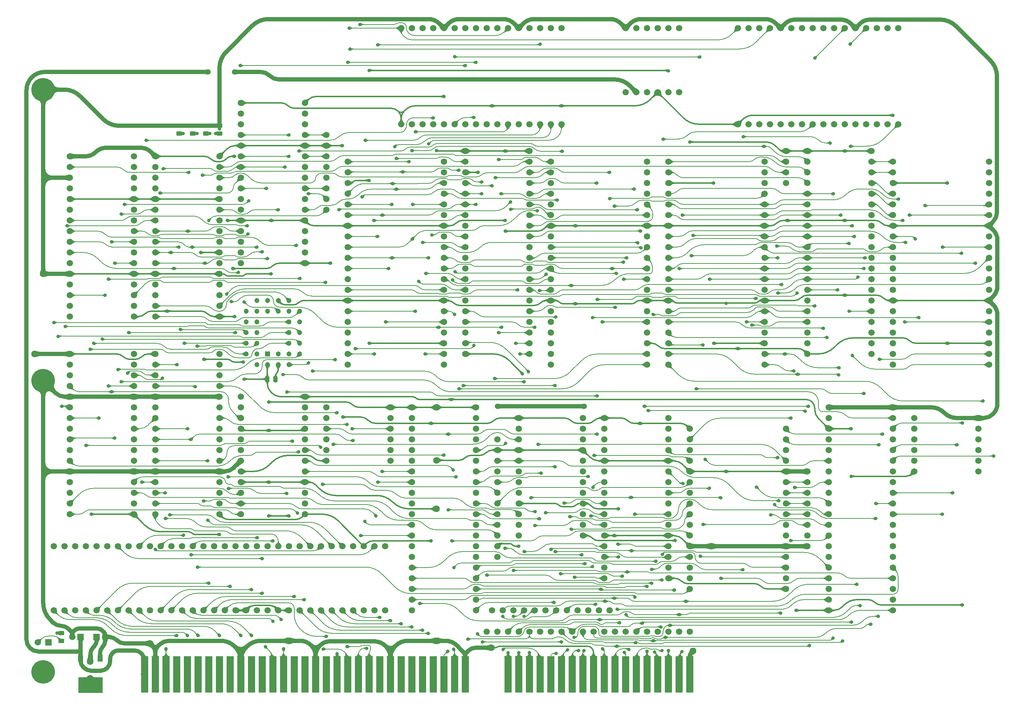
<source format=gtl>
%TF.GenerationSoftware,KiCad,Pcbnew,9.0.5*%
%TF.CreationDate,2025-10-12T15:12:10+02:00*%
%TF.ProjectId,Coprocessor Board - Main,436f7072-6f63-4657-9373-6f7220426f61,V0*%
%TF.SameCoordinates,Original*%
%TF.FileFunction,Copper,L1,Top*%
%TF.FilePolarity,Positive*%
%FSLAX46Y46*%
G04 Gerber Fmt 4.6, Leading zero omitted, Abs format (unit mm)*
G04 Created by KiCad (PCBNEW 9.0.5) date 2025-10-12 15:12:10*
%MOMM*%
%LPD*%
G01*
G04 APERTURE LIST*
G04 Aperture macros list*
%AMRoundRect*
0 Rectangle with rounded corners*
0 $1 Rounding radius*
0 $2 $3 $4 $5 $6 $7 $8 $9 X,Y pos of 4 corners*
0 Add a 4 corners polygon primitive as box body*
4,1,4,$2,$3,$4,$5,$6,$7,$8,$9,$2,$3,0*
0 Add four circle primitives for the rounded corners*
1,1,$1+$1,$2,$3*
1,1,$1+$1,$4,$5*
1,1,$1+$1,$6,$7*
1,1,$1+$1,$8,$9*
0 Add four rect primitives between the rounded corners*
20,1,$1+$1,$2,$3,$4,$5,0*
20,1,$1+$1,$4,$5,$6,$7,0*
20,1,$1+$1,$6,$7,$8,$9,0*
20,1,$1+$1,$8,$9,$2,$3,0*%
G04 Aperture macros list end*
%TA.AperFunction,ComponentPad*%
%ADD10C,1.500000*%
%TD*%
%TA.AperFunction,ComponentPad*%
%ADD11R,1.500000X1.500000*%
%TD*%
%TA.AperFunction,ComponentPad*%
%ADD12C,5.600000*%
%TD*%
%TA.AperFunction,SMDPad,CuDef*%
%ADD13R,5.842000X3.810000*%
%TD*%
%TA.AperFunction,SMDPad,CuDef*%
%ADD14R,1.200000X1.500000*%
%TD*%
%TA.AperFunction,ComponentPad*%
%ADD15C,1.200000*%
%TD*%
%TA.AperFunction,ComponentPad*%
%ADD16R,1.200000X1.200000*%
%TD*%
%TA.AperFunction,SMDPad,CuDef*%
%ADD17RoundRect,0.250000X-0.450000X0.262500X-0.450000X-0.262500X0.450000X-0.262500X0.450000X0.262500X0*%
%TD*%
%TA.AperFunction,ConnectorPad*%
%ADD18R,1.780000X8.620000*%
%TD*%
%TA.AperFunction,SMDPad,CuDef*%
%ADD19RoundRect,0.250000X0.450000X-0.262500X0.450000X0.262500X-0.450000X0.262500X-0.450000X-0.262500X0*%
%TD*%
%TA.AperFunction,SMDPad,CuDef*%
%ADD20RoundRect,0.250000X-0.250000X-0.475000X0.250000X-0.475000X0.250000X0.475000X-0.250000X0.475000X0*%
%TD*%
%TA.AperFunction,ViaPad*%
%ADD21C,0.800000*%
%TD*%
%TA.AperFunction,ViaPad*%
%ADD22C,1.600000*%
%TD*%
%TA.AperFunction,ViaPad*%
%ADD23C,1.300000*%
%TD*%
%TA.AperFunction,Conductor*%
%ADD24C,0.380000*%
%TD*%
%TA.AperFunction,Conductor*%
%ADD25C,1.000000*%
%TD*%
%TA.AperFunction,Conductor*%
%ADD26C,0.200000*%
%TD*%
G04 APERTURE END LIST*
D10*
%TO.P,B16,64,A0*%
%TO.N,/A0*%
X-21590000Y30480000D03*
%TO.P,B16,63,A1*%
%TO.N,/A1*%
X-19050000Y30480000D03*
%TO.P,B16,62,A2*%
%TO.N,/A2*%
X-16510000Y30480000D03*
%TO.P,B16,61,A3*%
%TO.N,/A3*%
X-13970000Y30480000D03*
%TO.P,B16,60,A4*%
%TO.N,/A4*%
X-11430000Y30480000D03*
%TO.P,B16,59,A5*%
%TO.N,/A5*%
X-8890000Y30480000D03*
%TO.P,B16,58,A6*%
%TO.N,/A6*%
X-6350000Y30480000D03*
%TO.P,B16,57,A7*%
%TO.N,/A7*%
X-3810000Y30480000D03*
%TO.P,B16,56,A8*%
%TO.N,/A8*%
X-1270000Y30480000D03*
%TO.P,B16,55,GND*%
%TO.N,GND*%
X1270000Y30480000D03*
%TO.P,B16,54,A9*%
%TO.N,/A9*%
X3810000Y30480000D03*
%TO.P,B16,53,A10*%
%TO.N,/A10*%
X6350000Y30480000D03*
%TO.P,B16,52,A11*%
%TO.N,/A11*%
X8890000Y30480000D03*
%TO.P,B16,51,A12*%
%TO.N,/A12*%
X11430000Y30480000D03*
%TO.P,B16,50,A13*%
%TO.N,/A13*%
X13970000Y30480000D03*
%TO.P,B16,49,A14*%
%TO.N,/A14*%
X16510000Y30480000D03*
%TO.P,B16,48,A15*%
%TO.N,unconnected-(B16-A15-Pad48)*%
X19050000Y30480000D03*
%TO.P,B16,47,A16*%
%TO.N,unconnected-(B16-A16-Pad47)*%
X21590000Y30480000D03*
%TO.P,B16,46,~{RD}*%
%TO.N,/~{RD}*%
X24130000Y30480000D03*
%TO.P,B16,45,~{WD}*%
%TO.N,/~{WD}*%
X26670000Y30480000D03*
%TO.P,B16,44,S*%
%TO.N,unconnected-(B16-S-Pad44)*%
X29210000Y30480000D03*
%TO.P,B16,43,D7*%
%TO.N,/D0*%
X31750000Y30480000D03*
%TO.P,B16,42,GND*%
%TO.N,GND*%
X34290000Y30480000D03*
%TO.P,B16,41,D6*%
%TO.N,/D1*%
X36830000Y30480000D03*
%TO.P,B16,40,D5*%
%TO.N,/D2*%
X39370000Y30480000D03*
%TO.P,B16,39,D4*%
%TO.N,/D3*%
X41910000Y30480000D03*
%TO.P,B16,38,D3*%
%TO.N,/D4*%
X44450000Y30480000D03*
%TO.P,B16,37,D2*%
%TO.N,/D5*%
X46990000Y30480000D03*
%TO.P,B16,36,D1*%
%TO.N,/D6*%
X49530000Y30480000D03*
%TO.P,B16,35,5V*%
%TO.N,/5V*%
X52070000Y30480000D03*
%TO.P,B16,34,D0*%
%TO.N,/D7*%
X54610000Y30480000D03*
%TO.P,B16,33,Deivce_~{CS}*%
%TO.N,/~{Device Select}*%
X57150000Y30480000D03*
%TO.P,B16,32,Deivce_~{CS}_{IN}*%
%TO.N,~{Select Device}*%
X57150000Y15240000D03*
%TO.P,B16,31,D0_{IN/OUT}*%
%TO.N,DD7*%
X54610000Y15240000D03*
%TO.P,B16,30,D1_{IN/OUT}*%
%TO.N,DD6*%
X52070000Y15240000D03*
%TO.P,B16,29,D2_{IN/OUT}*%
%TO.N,DD5*%
X49530000Y15240000D03*
%TO.P,B16,28,D3_{IN/OUT}*%
%TO.N,DD4*%
X46990000Y15240000D03*
%TO.P,B16,27,D4_{IN/OUT}*%
%TO.N,DD3*%
X44450000Y15240000D03*
%TO.P,B16,26,D5_{IN/OUT}*%
%TO.N,DD2*%
X41910000Y15240000D03*
%TO.P,B16,25,D6_{IN/OUT}*%
%TO.N,DD1*%
X39370000Y15240000D03*
%TO.P,B16,24,D7_{IN/OUT}*%
%TO.N,DD0*%
X36830000Y15240000D03*
%TO.P,B16,23,GND*%
%TO.N,GND*%
X34290000Y15240000D03*
%TO.P,B16,22,S_{IN}*%
X31750000Y15240000D03*
%TO.P,B16,21,~{WD}_{IN}*%
%TO.N,D~{WD}*%
X29210000Y15240000D03*
%TO.P,B16,20,~{RD}_{IN}*%
%TO.N,D~{RD}*%
X26670000Y15240000D03*
%TO.P,B16,19,A16_{IN}*%
%TO.N,GND*%
X24130000Y15240000D03*
%TO.P,B16,18,A15_{IN}*%
X21590000Y15240000D03*
%TO.P,B16,17,A14_{IN}*%
%TO.N,AD14*%
X19050000Y15240000D03*
%TO.P,B16,16,A13_{IN}*%
%TO.N,AD13*%
X16510000Y15240000D03*
%TO.P,B16,15,A12_{IN}*%
%TO.N,AD12*%
X13970000Y15240000D03*
%TO.P,B16,14,A11_{IN}*%
%TO.N,AD11*%
X11430000Y15240000D03*
%TO.P,B16,13,A10_{IN}*%
%TO.N,AD10*%
X8890000Y15240000D03*
%TO.P,B16,12,A9_{IN}*%
%TO.N,AD9*%
X6350000Y15240000D03*
%TO.P,B16,11,A8_{IN}*%
%TO.N,AD8*%
X3810000Y15240000D03*
%TO.P,B16,10,GND*%
%TO.N,GND*%
X1270000Y15240000D03*
%TO.P,B16,9,A7_{IN}*%
%TO.N,AD7*%
X-1270000Y15240000D03*
%TO.P,B16,8,A6_{IN}*%
%TO.N,AD6*%
X-3810000Y15240000D03*
%TO.P,B16,7,A5_{IN}*%
%TO.N,AD5*%
X-6350000Y15240000D03*
%TO.P,B16,6,A4_{IN}*%
%TO.N,AD4*%
X-8890000Y15240000D03*
%TO.P,B16,5,A3_{IN}*%
%TO.N,AD3*%
X-11430000Y15240000D03*
%TO.P,B16,4,A2_{IN}*%
%TO.N,AD2*%
X-13970000Y15240000D03*
%TO.P,B16,3,5V*%
%TO.N,/5V*%
X-16510000Y15240000D03*
%TO.P,B16,2,A1_{IN}*%
%TO.N,AD1*%
X-19050000Y15240000D03*
%TO.P,B16,1,A0_{IN}*%
%TO.N,AD0*%
X-21590000Y15240000D03*
%TD*%
%TO.P,B17,32,~{Reset}*%
%TO.N,/~{Reset}*%
X60960000Y153670000D03*
%TO.P,B17,31,~{CAMemory0}*%
%TO.N,/~{CA1_{Memory0}}*%
X63500000Y153670000D03*
%TO.P,B17,30,~{CAMemory1}*%
%TO.N,/~{CA1_{Memory1}}*%
X66040000Y153670000D03*
%TO.P,B17,29,CLR*%
%TO.N,/Write Clear 1*%
X68580000Y153670000D03*
%TO.P,B17,28,GND*%
%TO.N,GND*%
X71120000Y153670000D03*
%TO.P,B17,27,~{INT}*%
%TO.N,/~{INT1}*%
X73660000Y153670000D03*
%TO.P,B17,26,INT*%
%TO.N,/INT1*%
X76200000Y153670000D03*
%TO.P,B17,25,CA0*%
%TO.N,/CA1_{0}*%
X78740000Y153670000D03*
%TO.P,B17,24,CA1*%
%TO.N,/CA1_{1}*%
X81280000Y153670000D03*
%TO.P,B17,23,CA2*%
%TO.N,/CA1_{2}*%
X83820000Y153670000D03*
%TO.P,B17,22,CA3*%
%TO.N,/CA1_{3}*%
X86360000Y153670000D03*
%TO.P,B17,21,GND*%
%TO.N,GND*%
X88900000Y153670000D03*
%TO.P,B17,20,CA4*%
%TO.N,/CA1_{4}*%
X91440000Y153670000D03*
%TO.P,B17,19,CA5*%
%TO.N,/CA1_{5}*%
X93980000Y153670000D03*
%TO.P,B17,18,CA6*%
%TO.N,/CA1_{6}*%
X96520000Y153670000D03*
%TO.P,B17,17,5V*%
%TO.N,/5V*%
X99060000Y153670000D03*
%TO.P,B17,16,CA7*%
%TO.N,/CA1_{7}*%
X99060000Y130810000D03*
%TO.P,B17,15,CA8*%
%TO.N,/CA1_{8}*%
X96520000Y130810000D03*
%TO.P,B17,14,CA9*%
%TO.N,/CA1_{9}*%
X93980000Y130810000D03*
%TO.P,B17,13,CA10*%
%TO.N,/CA1_{10}*%
X91440000Y130810000D03*
%TO.P,B17,12,GND*%
%TO.N,GND*%
X88900000Y130810000D03*
%TO.P,B17,11,CA11*%
%TO.N,/CA1_{11}*%
X86360000Y130810000D03*
%TO.P,B17,10,CA12*%
%TO.N,/CA1_{12}*%
X83820000Y130810000D03*
%TO.P,B17,9,CA13*%
%TO.N,/CA1_{13}*%
X81280000Y130810000D03*
%TO.P,B17,8,CA14*%
%TO.N,/CA1_{14}*%
X78740000Y130810000D03*
%TO.P,B17,7,CA15*%
%TO.N,/CA1_{15}*%
X76200000Y130810000D03*
%TO.P,B17,6,CA16*%
%TO.N,/CA1_{16}*%
X73660000Y130810000D03*
%TO.P,B17,5,GND*%
%TO.N,GND*%
X71120000Y130810000D03*
%TO.P,B17,4,CA17*%
%TO.N,/CA1_{17}*%
X68580000Y130810000D03*
%TO.P,B17,3,CA18*%
%TO.N,/CA1_{18}*%
X66040000Y130810000D03*
%TO.P,B17,2,CA19*%
%TO.N,/CA1_{19}*%
X63500000Y130810000D03*
%TO.P,B17,1,5V*%
%TO.N,/5V*%
X60960000Y130810000D03*
%TD*%
%TO.P,B4,24,3.3V*%
%TO.N,/3.3V*%
X38100000Y66040000D03*
%TO.P,B4,23,N.C.*%
%TO.N,unconnected-(B4-N.C.-Pad23)*%
X38100000Y63500000D03*
%TO.P,B4,22,N.C.*%
%TO.N,unconnected-(B4-N.C.-Pad22)*%
X38100000Y60960000D03*
%TO.P,B4,21,GND*%
%TO.N,GND*%
X38100000Y58420000D03*
%TO.P,B4,20,N.C.*%
%TO.N,unconnected-(B4-N.C.-Pad20)*%
X38100000Y55880000D03*
%TO.P,B4,19,H2_{OUT}*%
%TO.N,HD2*%
X38100000Y53340000D03*
%TO.P,B4,18,H1_{OUT}*%
%TO.N,HD1*%
X38100000Y50800000D03*
%TO.P,B4,17,H0_{OUT}*%
%TO.N,HD0*%
X38100000Y48260000D03*
%TO.P,B4,16,GND*%
%TO.N,GND*%
X38100000Y45720000D03*
%TO.P,B4,15,N.C.*%
%TO.N,unconnected-(B4-N.C.-Pad15)*%
X38100000Y43180000D03*
%TO.P,B4,14,N.C.*%
%TO.N,unconnected-(B4-N.C.-Pad14)*%
X38100000Y40640000D03*
%TO.P,B4,13,5V*%
%TO.N,/5V*%
X38100000Y38100000D03*
%TO.P,B4,12,~{WD}*%
%TO.N,/~{WD}*%
X22860000Y38100000D03*
%TO.P,B4,11,~{Device_Select}*%
%TO.N,/~{Device Select}*%
X22860000Y40640000D03*
%TO.P,B4,10,~{RD}*%
%TO.N,/~{RD}*%
X22860000Y43180000D03*
%TO.P,B4,9,GND*%
%TO.N,GND*%
X22860000Y45720000D03*
%TO.P,B4,8,H0_{REG}*%
%TO.N,/3.3V*%
X22860000Y48260000D03*
%TO.P,B4,7,H1_{REG}*%
%TO.N,GND*%
X22860000Y50800000D03*
%TO.P,B4,6,H2_{REG}*%
X22860000Y53340000D03*
%TO.P,B4,5,~{Device_ROM}*%
%TO.N,/~{Device ROM}*%
X22860000Y55880000D03*
%TO.P,B4,4,GND*%
%TO.N,GND*%
X22860000Y58420000D03*
%TO.P,B4,3,~{Device_Registers}*%
%TO.N,/~{Device Registers}*%
X22860000Y60960000D03*
%TO.P,B4,2,~{Device_RAM}*%
%TO.N,/~{Device RAM}*%
X22860000Y63500000D03*
%TO.P,B4,1,5V*%
%TO.N,/5V*%
X22860000Y66040000D03*
%TD*%
%TO.P,B33,32,~{OE}*%
%TO.N,GND*%
X38100000Y135890000D03*
%TO.P,B33,31,N.C.*%
%TO.N,unconnected-(B33-N.C.-Pad31)*%
X38100000Y133350000D03*
%TO.P,B33,30,N.C.*%
%TO.N,unconnected-(B33-N.C.-Pad30)*%
X38100000Y130810000D03*
%TO.P,B33,29,Q7*%
%TO.N,/CRun3*%
X38100000Y128270000D03*
%TO.P,B33,28,GND*%
%TO.N,GND*%
X38100000Y125730000D03*
%TO.P,B33,27,Q6*%
%TO.N,/CRun2*%
X38100000Y123190000D03*
%TO.P,B33,26,Q5*%
%TO.N,/CRun1*%
X38100000Y120650000D03*
%TO.P,B33,25,Q4*%
%TO.N,/CRun0*%
X38100000Y118110000D03*
%TO.P,B33,24,Q3*%
%TO.N,/CAccess3*%
X38100000Y115570000D03*
%TO.P,B33,23,Q2*%
%TO.N,/CAccess2*%
X38100000Y113030000D03*
%TO.P,B33,22,Q1*%
%TO.N,/CAccess1*%
X38100000Y110490000D03*
%TO.P,B33,21,GND*%
%TO.N,GND*%
X38100000Y107950000D03*
%TO.P,B33,20,Q0*%
%TO.N,/CAccess0*%
X38100000Y105410000D03*
%TO.P,B33,19,N.C.*%
%TO.N,unconnected-(B33-N.C.-Pad19)*%
X38100000Y102870000D03*
%TO.P,B33,18,Read*%
%TO.N,/Read Register*%
X38100000Y100330000D03*
%TO.P,B33,17,5V*%
%TO.N,/5V*%
X38100000Y97790000D03*
%TO.P,B33,16,N.C.*%
%TO.N,unconnected-(B33-N.C.-Pad16)*%
X22860000Y97790000D03*
%TO.P,B33,15,N.C.*%
%TO.N,unconnected-(B33-N.C.-Pad15)*%
X22860000Y100330000D03*
%TO.P,B33,14,N.C.*%
%TO.N,unconnected-(B33-N.C.-Pad14)*%
X22860000Y102870000D03*
%TO.P,B33,13,D7*%
%TO.N,/D7*%
X22860000Y105410000D03*
%TO.P,B33,12,GND*%
%TO.N,GND*%
X22860000Y107950000D03*
%TO.P,B33,11,D6*%
%TO.N,/D6*%
X22860000Y110490000D03*
%TO.P,B33,10,D5*%
%TO.N,/D5*%
X22860000Y113030000D03*
%TO.P,B33,9,D4*%
%TO.N,/D4*%
X22860000Y115570000D03*
%TO.P,B33,8,D3*%
%TO.N,/D3*%
X22860000Y118110000D03*
%TO.P,B33,7,D2*%
%TO.N,/D2*%
X22860000Y120650000D03*
%TO.P,B33,6,D1*%
%TO.N,/D1*%
X22860000Y123190000D03*
%TO.P,B33,5,GND*%
%TO.N,GND*%
X22860000Y125730000D03*
%TO.P,B33,4,D0*%
%TO.N,/D0*%
X22860000Y128270000D03*
%TO.P,B33,3,N.C.*%
%TO.N,unconnected-(B33-N.C.-Pad3)*%
X22860000Y130810000D03*
%TO.P,B33,2,Latch*%
%TO.N,/Write Register*%
X22860000Y133350000D03*
%TO.P,B33,1,5V*%
%TO.N,/5V*%
X22860000Y135890000D03*
%TD*%
%TO.P,J3,8,Pin_8*%
%TO.N,GND*%
X157480000Y30480000D03*
%TO.P,J3,7,Pin_7*%
%TO.N,/M~{Memory4\u20225}*%
X157480000Y33020000D03*
%TO.P,J3,6,Pin_6*%
%TO.N,/M~{Memory6\u20227}*%
X157480000Y35560000D03*
%TO.P,J3,5,Pin_5*%
%TO.N,/M~{Memory7}*%
X157480000Y38100000D03*
%TO.P,J3,4,Pin_4*%
%TO.N,/M~{Memory6}*%
X157480000Y40640000D03*
%TO.P,J3,3,Pin_3*%
%TO.N,/M~{Memory5}*%
X157480000Y43180000D03*
%TO.P,J3,2,Pin_2*%
%TO.N,/M~{Memory4}*%
X157480000Y45720000D03*
%TO.P,J3,1,Pin_1*%
%TO.N,GND*%
X157480000Y48260000D03*
%TD*%
%TO.P,C4,2*%
%TO.N,GND*%
X-17189200Y8890000D03*
D11*
%TO.P,C4,1*%
%TO.N,12V*%
X-15189200Y8890000D03*
%TD*%
D12*
%TO.P,H10,1,GND*%
%TO.N,GND*%
X-24079200Y635000D03*
%TD*%
D10*
%TO.P,B2,40,~{RD}*%
%TO.N,/CA0~{_{RD}}*%
X147320000Y121920000D03*
%TO.P,B2,39,~{WD}*%
%TO.N,/CA0~{_{WD}}*%
X147320000Y119380000D03*
%TO.P,B2,38,~{DE}*%
%TO.N,/CAccess0*%
X147320000Y116840000D03*
%TO.P,B2,37,D0*%
%TO.N,/Q0D_{0}*%
X147320000Y114300000D03*
%TO.P,B2,36,D1*%
%TO.N,/Q0D_{1}*%
X147320000Y111760000D03*
%TO.P,B2,35,D2*%
%TO.N,/Q0D_{2}*%
X147320000Y109220000D03*
%TO.P,B2,34,GND*%
%TO.N,GND*%
X147320000Y106680000D03*
%TO.P,B2,33,D3*%
%TO.N,/Q0D_{3}*%
X147320000Y104140000D03*
%TO.P,B2,32,D4*%
%TO.N,/Q0D_{4}*%
X147320000Y101600000D03*
%TO.P,B2,31,D5*%
%TO.N,/Q0D_{5}*%
X147320000Y99060000D03*
%TO.P,B2,30,D6*%
%TO.N,/Q0D_{6}*%
X147320000Y96520000D03*
%TO.P,B2,29,D7*%
%TO.N,/Q0D_{7}*%
X147320000Y93980000D03*
%TO.P,B2,28,~{Reset}*%
%TO.N,/C~{Reset}0*%
X147320000Y91440000D03*
%TO.P,B2,27,GND*%
%TO.N,GND*%
X147320000Y88900000D03*
%TO.P,B2,26,PHI2*%
%TO.N,/CPHI2_{0}*%
X147320000Y86360000D03*
%TO.P,B2,25,BA3*%
%TO.N,/CA0_{19}*%
X147320000Y83820000D03*
%TO.P,B2,24,BA2*%
%TO.N,/CA0_{18}*%
X147320000Y81280000D03*
%TO.P,B2,23,5V*%
%TO.N,/W65C816V*%
X147320000Y78740000D03*
%TO.P,B2,22,BA1*%
%TO.N,/CA0_{17}*%
X147320000Y76200000D03*
%TO.P,B2,21,BA0*%
%TO.N,/CA0_{16}*%
X147320000Y73660000D03*
%TO.P,B2,20,Bank_Latch*%
%TO.N,/Bank Latch_{0}*%
X124460000Y73660000D03*
%TO.P,B2,19,A15*%
%TO.N,/CA0_{15}*%
X124460000Y76200000D03*
%TO.P,B2,18,A14*%
%TO.N,/CA0_{14}*%
X124460000Y78740000D03*
%TO.P,B2,17,A13*%
%TO.N,/CA0_{13}*%
X124460000Y81280000D03*
%TO.P,B2,16,A12*%
%TO.N,/CA0_{12}*%
X124460000Y83820000D03*
%TO.P,B2,15,A11*%
%TO.N,/CA0_{11}*%
X124460000Y86360000D03*
%TO.P,B2,14,GND*%
%TO.N,GND*%
X124460000Y88900000D03*
%TO.P,B2,13,A10*%
%TO.N,/CA0_{10}*%
X124460000Y91440000D03*
%TO.P,B2,12,A9*%
%TO.N,/CA0_{9}*%
X124460000Y93980000D03*
%TO.P,B2,11,A8*%
%TO.N,/CA0_{8}*%
X124460000Y96520000D03*
%TO.P,B2,10,A7*%
%TO.N,/CA0_{7}*%
X124460000Y99060000D03*
%TO.P,B2,9,A6*%
%TO.N,/CA0_{6}*%
X124460000Y101600000D03*
%TO.P,B2,8,A5*%
%TO.N,/CA0_{5}*%
X124460000Y104140000D03*
%TO.P,B2,7,GND*%
%TO.N,GND*%
X124460000Y106680000D03*
%TO.P,B2,6,A4*%
%TO.N,/CA0_{4}*%
X124460000Y109220000D03*
%TO.P,B2,5,A3*%
%TO.N,/CA0_{3}*%
X124460000Y111760000D03*
%TO.P,B2,4,A2*%
%TO.N,/CA0_{2}*%
X124460000Y114300000D03*
%TO.P,B2,3,5V*%
%TO.N,/W65C816V*%
X124460000Y116840000D03*
%TO.P,B2,2,A1*%
%TO.N,/CA0_{1}*%
X124460000Y119380000D03*
%TO.P,B2,1,A0*%
%TO.N,/CA0_{0}*%
X124460000Y121920000D03*
%TD*%
%TO.P,LED1,2,A*%
%TO.N,Net-(LED1-A)*%
X-25349200Y7620000D03*
D11*
%TO.P,LED1,1,K*%
%TO.N,GND*%
X-22809200Y7620000D03*
%TD*%
D10*
%TO.P,B7,12,GND*%
%TO.N,GND*%
X198120000Y60960000D03*
%TO.P,B7,11,N.C.*%
%TO.N,unconnected-(B7-N.C.-Pad11)*%
X198120000Y58420000D03*
%TO.P,B7,10,Bank_Latch*%
%TO.N,/Bank Latch_{0}*%
X198120000Y55880000D03*
%TO.P,B7,9,~{Data_Output}*%
%TO.N,unconnected-(B7-~{Data_Output}-Pad9)*%
X198120000Y53340000D03*
%TO.P,B7,8,N.C.*%
%TO.N,unconnected-(B7-N.C.-Pad8)*%
X198120000Y50800000D03*
%TO.P,B7,7,N.C.*%
%TO.N,unconnected-(B7-N.C.-Pad7)*%
X198120000Y48260000D03*
%TO.P,B7,6,3.3V*%
%TO.N,/3.3V*%
X182880000Y48260000D03*
%TO.P,B7,5,N.C.*%
%TO.N,unconnected-(B7-N.C.-Pad5)*%
X182880000Y50800000D03*
%TO.P,B7,4,N.C.*%
%TO.N,unconnected-(B7-N.C.-Pad4)*%
X182880000Y53340000D03*
%TO.P,B7,3,~{PHI2}*%
%TO.N,/CPHI2_{0}*%
X182880000Y55880000D03*
%TO.P,B7,2,N.C.*%
%TO.N,unconnected-(B7-N.C.-Pad2)*%
X182880000Y58420000D03*
%TO.P,B7,1,N.C.*%
%TO.N,unconnected-(B7-N.C.-Pad1)*%
X182880000Y60960000D03*
%TD*%
%TO.P,B19,12,GND*%
%TO.N,GND*%
X114300000Y153670000D03*
%TO.P,B19,11,N.C.*%
%TO.N,unconnected-(B19-N.C.-Pad11)*%
X116840000Y153670000D03*
%TO.P,B19,10,N.C.*%
%TO.N,unconnected-(B19-N.C.-Pad10)*%
X119380000Y153670000D03*
%TO.P,B19,9,N.C.*%
%TO.N,unconnected-(B19-N.C.-Pad9)*%
X121920000Y153670000D03*
%TO.P,B19,8,W65C816V*%
%TO.N,/W65C816V*%
X124460000Y153670000D03*
%TO.P,B19,7,N.C.*%
%TO.N,unconnected-(B19-N.C.-Pad7)*%
X127000000Y153670000D03*
%TO.P,B19,6,N.C.*%
%TO.N,unconnected-(B19-N.C.-Pad6)*%
X127000000Y138430000D03*
%TO.P,B19,5,N.C.*%
%TO.N,unconnected-(B19-N.C.-Pad5)*%
X124460000Y138430000D03*
%TO.P,B19,4,5V*%
%TO.N,/5V*%
X121920000Y138430000D03*
%TO.P,B19,3,N.C.*%
%TO.N,unconnected-(B19-N.C.-Pad3)*%
X119380000Y138430000D03*
%TO.P,B19,2,12V*%
%TO.N,12V*%
X116840000Y138430000D03*
%TO.P,B19,1,N.C.*%
%TO.N,unconnected-(B19-N.C.-Pad1)*%
X114300000Y138430000D03*
%TD*%
%TO.P,B14,40,GND*%
%TO.N,GND*%
X78740000Y63500000D03*
%TO.P,B14,39,Q11*%
%TO.N,/Q1_{0}*%
X78740000Y60960000D03*
%TO.P,B14,38,Q10*%
%TO.N,/Q1_{1}*%
X78740000Y58420000D03*
%TO.P,B14,37,Q9*%
%TO.N,/Q1_{2}*%
X78740000Y55880000D03*
%TO.P,B14,36,Q8*%
%TO.N,/Q1_{3}*%
X78740000Y53340000D03*
%TO.P,B14,35,Q7*%
%TO.N,/Q1_{4}*%
X78740000Y50800000D03*
%TO.P,B14,34,Q6*%
%TO.N,/Q1_{5}*%
X78740000Y48260000D03*
%TO.P,B14,33,Q5*%
%TO.N,/Q1_{6}*%
X78740000Y45720000D03*
%TO.P,B14,32,Q4*%
%TO.N,/Q1_{7}*%
X78740000Y43180000D03*
%TO.P,B14,31,Q3*%
%TO.N,/Q1_{8}*%
X78740000Y40640000D03*
%TO.P,B14,30,Q2*%
%TO.N,/Q1_{9}*%
X78740000Y38100000D03*
%TO.P,B14,29,Q1*%
%TO.N,/Q1_{10}*%
X78740000Y35560000D03*
%TO.P,B14,28,Q0*%
%TO.N,/Q1_{11}*%
X78740000Y33020000D03*
%TO.P,B14,27,B0*%
%TO.N,AM11*%
X78740000Y30480000D03*
%TO.P,B14,26,B1*%
%TO.N,AM10*%
X78740000Y27940000D03*
%TO.P,B14,25,B2*%
%TO.N,AM9*%
X78740000Y25400000D03*
%TO.P,B14,24,B3*%
%TO.N,AM8*%
X78740000Y22860000D03*
%TO.P,B14,23,B4*%
%TO.N,AM7*%
X78740000Y20320000D03*
%TO.P,B14,22,B5*%
%TO.N,AM6*%
X78740000Y17780000D03*
%TO.P,B14,21,B6*%
%TO.N,AM5*%
X78740000Y15240000D03*
%TO.P,B14,20,5V*%
%TO.N,/5V*%
X63500000Y15240000D03*
%TO.P,B14,19,B7*%
%TO.N,AM4*%
X63500000Y17780000D03*
%TO.P,B14,18,B8*%
%TO.N,AM3*%
X63500000Y20320000D03*
%TO.P,B14,17,B9*%
%TO.N,AM2*%
X63500000Y22860000D03*
%TO.P,B14,16,B10*%
%TO.N,AM1*%
X63500000Y25400000D03*
%TO.P,B14,15,B11*%
%TO.N,AM0*%
X63500000Y27940000D03*
%TO.P,B14,14,A0*%
%TO.N,/CA1_{11}*%
X63500000Y30480000D03*
%TO.P,B14,13,A1*%
%TO.N,/CA1_{10}*%
X63500000Y33020000D03*
%TO.P,B14,12,A2*%
%TO.N,/CA1_{9}*%
X63500000Y35560000D03*
%TO.P,B14,11,A3*%
%TO.N,/CA1_{8}*%
X63500000Y38100000D03*
%TO.P,B14,10,A4*%
%TO.N,/CA1_{7}*%
X63500000Y40640000D03*
%TO.P,B14,9,A5*%
%TO.N,/CA1_{6}*%
X63500000Y43180000D03*
%TO.P,B14,8,A6*%
%TO.N,/CA1_{5}*%
X63500000Y45720000D03*
%TO.P,B14,7,A7*%
%TO.N,/CA1_{4}*%
X63500000Y48260000D03*
%TO.P,B14,6,A8*%
%TO.N,/CA1_{3}*%
X63500000Y50800000D03*
%TO.P,B14,5,A9*%
%TO.N,/CA1_{2}*%
X63500000Y53340000D03*
%TO.P,B14,4,A10*%
%TO.N,/CA1_{1}*%
X63500000Y55880000D03*
%TO.P,B14,3,A11*%
%TO.N,/CA1_{0}*%
X63500000Y58420000D03*
%TO.P,B14,2,S*%
%TO.N,/CAccess1*%
X63500000Y60960000D03*
%TO.P,B14,1,~{E}*%
%TO.N,GND*%
X63500000Y63500000D03*
%TD*%
%TO.P,B9,32,N.C.*%
%TO.N,unconnected-(B9-N.C.-Pad32)*%
X17780000Y76200000D03*
%TO.P,B9,31,N.C.*%
%TO.N,unconnected-(B9-N.C.-Pad31)*%
X17780000Y73660000D03*
%TO.P,B9,30,INT*%
%TO.N,unconnected-(B9-INT-Pad30)*%
X17780000Y71120000D03*
%TO.P,B9,29,~{INT}*%
%TO.N,~{Device Interrupt}*%
X17780000Y68580000D03*
%TO.P,B9,28,GND*%
%TO.N,GND*%
X17780000Y66040000D03*
%TO.P,B9,27,Enable*%
%TO.N,unconnected-(B9-Enable-Pad27)*%
X17780000Y63500000D03*
%TO.P,B9,26,~{Enable}*%
%TO.N,~{Device Enable}*%
X17780000Y60960000D03*
%TO.P,B9,25,N.C.*%
%TO.N,unconnected-(B9-N.C.-Pad25)*%
X17780000Y58420000D03*
%TO.P,B9,24,F5*%
%TO.N,unconnected-(B9-F5-Pad24)*%
X17780000Y55880000D03*
%TO.P,B9,23,F4*%
%TO.N,unconnected-(B9-F4-Pad23)*%
X17780000Y53340000D03*
%TO.P,B9,22,F3*%
%TO.N,/C~{Reset}3*%
X17780000Y50800000D03*
%TO.P,B9,21,GND*%
%TO.N,GND*%
X17780000Y48260000D03*
%TO.P,B9,20,F2*%
%TO.N,/C~{Reset}2*%
X17780000Y45720000D03*
%TO.P,B9,19,F1*%
%TO.N,/C~{Reset}1*%
X17780000Y43180000D03*
%TO.P,B9,18,F0*%
%TO.N,/C~{Reset}0*%
X17780000Y40640000D03*
%TO.P,B9,17,5V*%
%TO.N,/5V*%
X17780000Y38100000D03*
%TO.P,B9,16,D0*%
%TO.N,/D0*%
X2540000Y38100000D03*
%TO.P,B9,15,D1*%
%TO.N,/D1*%
X2540000Y40640000D03*
%TO.P,B9,14,D2*%
%TO.N,/D2*%
X2540000Y43180000D03*
%TO.P,B9,13,D3*%
%TO.N,/D3*%
X2540000Y45720000D03*
%TO.P,B9,12,GND*%
%TO.N,GND*%
X2540000Y48260000D03*
%TO.P,B9,11,D4*%
%TO.N,/D4*%
X2540000Y50800000D03*
%TO.P,B9,10,D5*%
%TO.N,/D5*%
X2540000Y53340000D03*
%TO.P,B9,9,D6*%
%TO.N,/D6*%
X2540000Y55880000D03*
%TO.P,B9,8,D7*%
%TO.N,/D7*%
X2540000Y58420000D03*
%TO.P,B9,7,Write_Flags*%
%TO.N,/Write Flags*%
X2540000Y60960000D03*
%TO.P,B9,6,Read_Flags*%
%TO.N,/Read Flags*%
X2540000Y63500000D03*
%TO.P,B9,5,GND*%
%TO.N,GND*%
X2540000Y66040000D03*
%TO.P,B9,4,~{Set_Interrupt_on_CLK}*%
%TO.N,/~{INT}*%
X2540000Y68580000D03*
%TO.P,B9,3,Write_Clear_Interrupt*%
%TO.N,/Write Clear Interrupt*%
X2540000Y71120000D03*
%TO.P,B9,2,Interrupt_CLK*%
%TO.N,Main CLK*%
X2540000Y73660000D03*
%TO.P,B9,1,5V*%
%TO.N,/5V*%
X2540000Y76200000D03*
%TD*%
%TO.P,B8,40,GND*%
%TO.N,GND*%
X177800000Y63500000D03*
%TO.P,B8,39,Q11*%
%TO.N,/Q0*%
X177800000Y60960000D03*
%TO.P,B8,38,Q10*%
%TO.N,/Q0_{12}*%
X177800000Y58420000D03*
%TO.P,B8,37,Q9*%
%TO.N,/Q0_{13}*%
X177800000Y55880000D03*
%TO.P,B8,36,Q8*%
%TO.N,/Q0_{14}*%
X177800000Y53340000D03*
%TO.P,B8,35,Q7*%
%TO.N,/Q0_{15}*%
X177800000Y50800000D03*
%TO.P,B8,34,Q6*%
%TO.N,/Q0_{16}*%
X177800000Y48260000D03*
%TO.P,B8,33,Q5*%
%TO.N,/Q0_{17}*%
X177800000Y45720000D03*
%TO.P,B8,32,Q4*%
%TO.N,/Q0_{18}*%
X177800000Y43180000D03*
%TO.P,B8,31,Q3*%
%TO.N,/Q0_{~{WD}}*%
X177800000Y40640000D03*
%TO.P,B8,30,Q2*%
%TO.N,/Q0_{~{RD}}*%
X177800000Y38100000D03*
%TO.P,B8,29,Q1*%
%TO.N,/Q0_{~{Memory1}}*%
X177800000Y35560000D03*
%TO.P,B8,28,Q0*%
%TO.N,/Q0_{~{Memory0}}*%
X177800000Y33020000D03*
%TO.P,B8,27,B0*%
%TO.N,/M~{Memory0}*%
X177800000Y30480000D03*
%TO.P,B8,26,B1*%
%TO.N,/M~{Memory1}*%
X177800000Y27940000D03*
%TO.P,B8,25,B2*%
%TO.N,~{Main RD}*%
X177800000Y25400000D03*
%TO.P,B8,24,B3*%
%TO.N,~{Main WD}*%
X177800000Y22860000D03*
%TO.P,B8,23,B4*%
%TO.N,AM18*%
X177800000Y20320000D03*
%TO.P,B8,22,B5*%
%TO.N,AM17*%
X177800000Y17780000D03*
%TO.P,B8,21,B6*%
%TO.N,AM16*%
X177800000Y15240000D03*
%TO.P,B8,20,5V*%
%TO.N,/5V*%
X162560000Y15240000D03*
%TO.P,B8,19,B7*%
%TO.N,AM15*%
X162560000Y17780000D03*
%TO.P,B8,18,B8*%
%TO.N,AM14*%
X162560000Y20320000D03*
%TO.P,B8,17,B9*%
%TO.N,AM13*%
X162560000Y22860000D03*
%TO.P,B8,16,B10*%
%TO.N,AM12*%
X162560000Y25400000D03*
%TO.P,B8,15,B11*%
%TO.N,/3.3V*%
X162560000Y27940000D03*
%TO.P,B8,14,A0*%
%TO.N,/~{CA0_{Memory0}}*%
X162560000Y30480000D03*
%TO.P,B8,13,A1*%
%TO.N,/~{CA0_{Memory1}}*%
X162560000Y33020000D03*
%TO.P,B8,12,A2*%
%TO.N,/CA0~{_{RD}}*%
X162560000Y35560000D03*
%TO.P,B8,11,A3*%
%TO.N,/CA0~{_{WD}}*%
X162560000Y38100000D03*
%TO.P,B8,10,A4*%
%TO.N,/CA0_{18}*%
X162560000Y40640000D03*
%TO.P,B8,9,A5*%
%TO.N,/CA0_{17}*%
X162560000Y43180000D03*
%TO.P,B8,8,A6*%
%TO.N,/CA0_{16}*%
X162560000Y45720000D03*
%TO.P,B8,7,A7*%
%TO.N,/CA0_{15}*%
X162560000Y48260000D03*
%TO.P,B8,6,A8*%
%TO.N,/CA0_{14}*%
X162560000Y50800000D03*
%TO.P,B8,5,A9*%
%TO.N,/CA0_{13}*%
X162560000Y53340000D03*
%TO.P,B8,4,A10*%
%TO.N,/CA0_{12}*%
X162560000Y55880000D03*
%TO.P,B8,3,A11*%
%TO.N,/3.3V*%
X162560000Y58420000D03*
%TO.P,B8,2,S*%
%TO.N,/CAccess0*%
X162560000Y60960000D03*
%TO.P,B8,1,~{E}*%
%TO.N,GND*%
X162560000Y63500000D03*
%TD*%
%TO.P,C3,2*%
%TO.N,GND*%
X-9379200Y8890000D03*
D11*
%TO.P,C3,1*%
%TO.N,/5V*%
X-11379200Y8890000D03*
%TD*%
D10*
%TO.P,B10,32,S12*%
%TO.N,GND*%
X17780000Y123190000D03*
%TO.P,B10,31,S11*%
%TO.N,/Q3*%
X17780000Y120650000D03*
%TO.P,B10,30,S10*%
%TO.N,/Q2*%
X17780000Y118110000D03*
%TO.P,B10,29,S9*%
%TO.N,/Q1*%
X17780000Y115570000D03*
%TO.P,B10,28,GND*%
%TO.N,GND*%
X17780000Y113030000D03*
%TO.P,B10,27,S8*%
%TO.N,/Q0*%
X17780000Y110490000D03*
%TO.P,B10,26,S7*%
%TO.N,/3.3V*%
X17780000Y107950000D03*
%TO.P,B10,25,S6*%
X17780000Y105410000D03*
%TO.P,B10,24,S5*%
X17780000Y102870000D03*
%TO.P,B10,23,S4*%
X17780000Y100330000D03*
%TO.P,B10,22,S3*%
%TO.N,/INT3*%
X17780000Y97790000D03*
%TO.P,B10,21,GND*%
%TO.N,GND*%
X17780000Y95250000D03*
%TO.P,B10,20,S2*%
%TO.N,/INT2*%
X17780000Y92710000D03*
%TO.P,B10,19,S1*%
%TO.N,/INT1*%
X17780000Y90170000D03*
%TO.P,B10,18,S0*%
%TO.N,/INT0*%
X17780000Y87630000D03*
%TO.P,B10,17,5V*%
%TO.N,/5V*%
X17780000Y85090000D03*
%TO.P,B10,16,D0*%
%TO.N,/D0*%
X2540000Y85090000D03*
%TO.P,B10,15,D1*%
%TO.N,/D1*%
X2540000Y87630000D03*
%TO.P,B10,14,D2*%
%TO.N,/D2*%
X2540000Y90170000D03*
%TO.P,B10,13,D3*%
%TO.N,/D3*%
X2540000Y92710000D03*
%TO.P,B10,12,GND*%
%TO.N,GND*%
X2540000Y95250000D03*
%TO.P,B10,11,D4*%
%TO.N,/D4*%
X2540000Y97790000D03*
%TO.P,B10,10,D5*%
%TO.N,/D5*%
X2540000Y100330000D03*
%TO.P,B10,9,D6*%
%TO.N,/D6*%
X2540000Y102870000D03*
%TO.P,B10,8,D7*%
%TO.N,/D7*%
X2540000Y105410000D03*
%TO.P,B10,7,Read_State_High*%
%TO.N,/Read State High*%
X2540000Y107950000D03*
%TO.P,B10,6,Read_State_Low*%
%TO.N,/Read State Low*%
X2540000Y110490000D03*
%TO.P,B10,5,GND*%
%TO.N,GND*%
X2540000Y113030000D03*
%TO.P,B10,4,S15*%
X2540000Y115570000D03*
%TO.P,B10,3,S14*%
X2540000Y118110000D03*
%TO.P,B10,2,S13*%
X2540000Y120650000D03*
%TO.P,B10,1,5V*%
%TO.N,/5V*%
X2540000Y123190000D03*
%TD*%
%TO.P,B3,32,~{Reset}*%
%TO.N,/~{Reset}*%
X140970000Y153670000D03*
%TO.P,B3,31,~{CAMemory0}*%
%TO.N,/~{CA0_{Memory0}}*%
X143510000Y153670000D03*
%TO.P,B3,30,~{CAMemory1}*%
%TO.N,/~{CA0_{Memory1}}*%
X146050000Y153670000D03*
%TO.P,B3,29,CLR*%
%TO.N,/Write Clear 0*%
X148590000Y153670000D03*
%TO.P,B3,28,GND*%
%TO.N,GND*%
X151130000Y153670000D03*
%TO.P,B3,27,~{INT}*%
%TO.N,/~{INT0}*%
X153670000Y153670000D03*
%TO.P,B3,26,INT*%
%TO.N,/INT0*%
X156210000Y153670000D03*
%TO.P,B3,25,CA0*%
%TO.N,/CA0_{0}*%
X158750000Y153670000D03*
%TO.P,B3,24,CA1*%
%TO.N,/CA0_{1}*%
X161290000Y153670000D03*
%TO.P,B3,23,CA2*%
%TO.N,/CA0_{2}*%
X163830000Y153670000D03*
%TO.P,B3,22,CA3*%
%TO.N,/CA0_{3}*%
X166370000Y153670000D03*
%TO.P,B3,21,GND*%
%TO.N,GND*%
X168910000Y153670000D03*
%TO.P,B3,20,CA4*%
%TO.N,/CA0_{4}*%
X171450000Y153670000D03*
%TO.P,B3,19,CA5*%
%TO.N,/CA0_{5}*%
X173990000Y153670000D03*
%TO.P,B3,18,CA6*%
%TO.N,/CA0_{6}*%
X176530000Y153670000D03*
%TO.P,B3,17,5V*%
%TO.N,/5V*%
X179070000Y153670000D03*
%TO.P,B3,16,CA7*%
%TO.N,/CA0_{7}*%
X179070000Y130810000D03*
%TO.P,B3,15,CA8*%
%TO.N,/CA0_{8}*%
X176530000Y130810000D03*
%TO.P,B3,14,CA9*%
%TO.N,/CA0_{9}*%
X173990000Y130810000D03*
%TO.P,B3,13,CA10*%
%TO.N,/CA0_{10}*%
X171450000Y130810000D03*
%TO.P,B3,12,GND*%
%TO.N,GND*%
X168910000Y130810000D03*
%TO.P,B3,11,CA11*%
%TO.N,/CA0_{11}*%
X166370000Y130810000D03*
%TO.P,B3,10,CA12*%
%TO.N,/CA0_{12}*%
X163830000Y130810000D03*
%TO.P,B3,9,CA13*%
%TO.N,/CA0_{13}*%
X161290000Y130810000D03*
%TO.P,B3,8,CA14*%
%TO.N,/CA0_{14}*%
X158750000Y130810000D03*
%TO.P,B3,7,CA15*%
%TO.N,/CA0_{15}*%
X156210000Y130810000D03*
%TO.P,B3,6,CA16*%
%TO.N,/CA0_{16}*%
X153670000Y130810000D03*
%TO.P,B3,5,GND*%
%TO.N,GND*%
X151130000Y130810000D03*
%TO.P,B3,4,CA17*%
%TO.N,/CA0_{17}*%
X148590000Y130810000D03*
%TO.P,B3,3,CA18*%
%TO.N,/CA0_{18}*%
X146050000Y130810000D03*
%TO.P,B3,2,CA19*%
%TO.N,/CA0_{19}*%
X143510000Y130810000D03*
%TO.P,B3,1,5V*%
%TO.N,/5V*%
X140970000Y130810000D03*
%TD*%
%TO.P,J7,4,Pin_4*%
%TO.N,GND*%
X152400000Y116840000D03*
%TO.P,J7,3,Pin_3*%
%TO.N,/Q2*%
X152400000Y119380000D03*
%TO.P,J7,2,Pin_2*%
%TO.N,/Q3*%
X152400000Y121920000D03*
%TO.P,J7,1,Pin_1*%
%TO.N,GND*%
X152400000Y124460000D03*
%TD*%
D13*
%TO.P,IC3,4,5.0VOut*%
%TO.N,/5V*%
X-12889200Y-2540000D03*
D14*
%TO.P,IC3,3,15VIn*%
%TO.N,12V*%
X-15189200Y3835000D03*
%TO.P,IC3,2,5.0VOut*%
%TO.N,/5V*%
X-12889200Y3835000D03*
%TO.P,IC3,1,GND*%
%TO.N,GND*%
X-10589200Y3835000D03*
%TD*%
D10*
%TO.P,J5,12,Pin_12*%
%TO.N,GND*%
X83820000Y27940000D03*
%TO.P,J5,11,Pin_11*%
X83820000Y30480000D03*
%TO.P,J5,10,Pin_10*%
%TO.N,/Write Clear 3*%
X83820000Y33020000D03*
%TO.P,J5,9,Pin_9*%
%TO.N,/Write Clear 2*%
X83820000Y35560000D03*
%TO.P,J5,8,Pin_8*%
%TO.N,/INT3*%
X83820000Y38100000D03*
%TO.P,J5,7,Pin_7*%
%TO.N,/~{INT3}*%
X83820000Y40640000D03*
%TO.P,J5,6,Pin_6*%
%TO.N,/INT2*%
X83820000Y43180000D03*
%TO.P,J5,5,Pin_5*%
%TO.N,/~{INT2}*%
X83820000Y45720000D03*
%TO.P,J5,4,Pin_4*%
%TO.N,GND*%
X83820000Y48260000D03*
%TO.P,J5,3,Pin_3*%
%TO.N,/40MHz*%
X83820000Y50800000D03*
%TO.P,J5,2,Pin_2*%
%TO.N,GND*%
X83820000Y53340000D03*
%TO.P,J5,1,Pin_1*%
%TO.N,12V*%
X83820000Y55880000D03*
%TD*%
%TO.P,J2,8,Pin_8*%
%TO.N,/C~{Reset}2*%
X43180000Y110490000D03*
%TO.P,J2,7,Pin_7*%
%TO.N,/CAccess2*%
X43180000Y113030000D03*
%TO.P,J2,6,Pin_6*%
%TO.N,/CAccess3*%
X43180000Y115570000D03*
%TO.P,J2,5,Pin_5*%
%TO.N,/C~{Reset}3*%
X43180000Y118110000D03*
%TO.P,J2,4,Pin_4*%
%TO.N,/~{Reset}*%
X43180000Y120650000D03*
%TO.P,J2,3,Pin_3*%
%TO.N,/CRun2*%
X43180000Y123190000D03*
%TO.P,J2,2,Pin_2*%
%TO.N,GND*%
X43180000Y125730000D03*
%TO.P,J2,1,Pin_1*%
%TO.N,/CRun3*%
X43180000Y128270000D03*
%TD*%
%TO.P,B6,40,~{RD}*%
%TO.N,/CA1~{_{RD}}*%
X71120000Y121920000D03*
%TO.P,B6,39,~{WD}*%
%TO.N,/CA1~{_{WD}}*%
X71120000Y119380000D03*
%TO.P,B6,38,~{DE}*%
%TO.N,/CAccess1*%
X71120000Y116840000D03*
%TO.P,B6,37,D0*%
%TO.N,/Q1D_{0}*%
X71120000Y114300000D03*
%TO.P,B6,36,D1*%
%TO.N,/Q1D_{1}*%
X71120000Y111760000D03*
%TO.P,B6,35,D2*%
%TO.N,/Q1D_{2}*%
X71120000Y109220000D03*
%TO.P,B6,34,GND*%
%TO.N,GND*%
X71120000Y106680000D03*
%TO.P,B6,33,D3*%
%TO.N,/Q1D_{3}*%
X71120000Y104140000D03*
%TO.P,B6,32,D4*%
%TO.N,/Q1D_{4}*%
X71120000Y101600000D03*
%TO.P,B6,31,D5*%
%TO.N,/Q1D_{5}*%
X71120000Y99060000D03*
%TO.P,B6,30,D6*%
%TO.N,/Q1D_{6}*%
X71120000Y96520000D03*
%TO.P,B6,29,D7*%
%TO.N,/Q1D_{7}*%
X71120000Y93980000D03*
%TO.P,B6,28,~{Reset}*%
%TO.N,/C~{Reset}1*%
X71120000Y91440000D03*
%TO.P,B6,27,GND*%
%TO.N,GND*%
X71120000Y88900000D03*
%TO.P,B6,26,PHI2*%
%TO.N,/CPHI2_{1}*%
X71120000Y86360000D03*
%TO.P,B6,25,BA3*%
%TO.N,/CA1_{19}*%
X71120000Y83820000D03*
%TO.P,B6,24,BA2*%
%TO.N,/CA1_{18}*%
X71120000Y81280000D03*
%TO.P,B6,23,5V*%
%TO.N,/W65C816V*%
X71120000Y78740000D03*
%TO.P,B6,22,BA1*%
%TO.N,/CA1_{17}*%
X71120000Y76200000D03*
%TO.P,B6,21,BA0*%
%TO.N,/CA1_{16}*%
X71120000Y73660000D03*
%TO.P,B6,20,Bank_Latch*%
%TO.N,/Bank Latch_{1}*%
X48260000Y73660000D03*
%TO.P,B6,19,A15*%
%TO.N,/CA1_{15}*%
X48260000Y76200000D03*
%TO.P,B6,18,A14*%
%TO.N,/CA1_{14}*%
X48260000Y78740000D03*
%TO.P,B6,17,A13*%
%TO.N,/CA1_{13}*%
X48260000Y81280000D03*
%TO.P,B6,16,A12*%
%TO.N,/CA1_{12}*%
X48260000Y83820000D03*
%TO.P,B6,15,A11*%
%TO.N,/CA1_{11}*%
X48260000Y86360000D03*
%TO.P,B6,14,GND*%
%TO.N,GND*%
X48260000Y88900000D03*
%TO.P,B6,13,A10*%
%TO.N,/CA1_{10}*%
X48260000Y91440000D03*
%TO.P,B6,12,A9*%
%TO.N,/CA1_{9}*%
X48260000Y93980000D03*
%TO.P,B6,11,A8*%
%TO.N,/CA1_{8}*%
X48260000Y96520000D03*
%TO.P,B6,10,A7*%
%TO.N,/CA1_{7}*%
X48260000Y99060000D03*
%TO.P,B6,9,A6*%
%TO.N,/CA1_{6}*%
X48260000Y101600000D03*
%TO.P,B6,8,A5*%
%TO.N,/CA1_{5}*%
X48260000Y104140000D03*
%TO.P,B6,7,GND*%
%TO.N,GND*%
X48260000Y106680000D03*
%TO.P,B6,6,A4*%
%TO.N,/CA1_{4}*%
X48260000Y109220000D03*
%TO.P,B6,5,A3*%
%TO.N,/CA1_{3}*%
X48260000Y111760000D03*
%TO.P,B6,4,A2*%
%TO.N,/CA1_{2}*%
X48260000Y114300000D03*
%TO.P,B6,3,5V*%
%TO.N,/W65C816V*%
X48260000Y116840000D03*
%TO.P,B6,2,A1*%
%TO.N,/CA1_{1}*%
X48260000Y119380000D03*
%TO.P,B6,1,A0*%
%TO.N,/CA1_{0}*%
X48260000Y121920000D03*
%TD*%
%TO.P,B31,32,M~{Memory0}*%
%TO.N,/M~{Memory0}*%
X152400000Y58420000D03*
%TO.P,B31,31,M~{Memory1}*%
%TO.N,/M~{Memory1}*%
X152400000Y55880000D03*
%TO.P,B31,30,M~{Memory2}*%
%TO.N,/M~{Memory2}*%
X152400000Y53340000D03*
%TO.P,B31,29,M~{Memory3}*%
%TO.N,/M~{Memory3}*%
X152400000Y50800000D03*
%TO.P,B31,28,GND*%
%TO.N,GND*%
X152400000Y48260000D03*
%TO.P,B31,27,M~{Memory4}*%
%TO.N,/M~{Memory4}*%
X152400000Y45720000D03*
%TO.P,B31,26,M~{Memory5}*%
%TO.N,/M~{Memory5}*%
X152400000Y43180000D03*
%TO.P,B31,25,M~{Memory6}*%
%TO.N,/M~{Memory6}*%
X152400000Y40640000D03*
%TO.P,B31,24,M~{Memory7}*%
%TO.N,/M~{Memory7}*%
X152400000Y38100000D03*
%TO.P,B31,23,N.C.*%
%TO.N,unconnected-(B31-N.C.-Pad23)*%
X152400000Y35560000D03*
%TO.P,B31,22,40MHz*%
%TO.N,/40MHz*%
X152400000Y33020000D03*
%TO.P,B31,21,GND*%
%TO.N,GND*%
X152400000Y30480000D03*
%TO.P,B31,20,M~{Memory0\u20221}*%
%TO.N,/M~{Memory0\u20221}*%
X152400000Y27940000D03*
%TO.P,B31,19,M~{Memory2\u20223}*%
%TO.N,/M~{Memory2\u20223}*%
X152400000Y25400000D03*
%TO.P,B31,18,M~{Memory4\u20225}*%
%TO.N,/M~{Memory4\u20225}*%
X152400000Y22860000D03*
%TO.P,B31,17,5V*%
%TO.N,/5V*%
X152400000Y20320000D03*
%TO.P,B31,16,~{INT}*%
%TO.N,/~{INT}*%
X129540000Y20320000D03*
%TO.P,B31,15,M~{Memory6\u20227}*%
%TO.N,/M~{Memory6\u20227}*%
X129540000Y22860000D03*
%TO.P,B31,14,N.C.*%
%TO.N,unconnected-(B31-N.C.-Pad14)*%
X129540000Y25400000D03*
%TO.P,B31,13,~{Memory_B}*%
%TO.N,~{Memory B}*%
X129540000Y27940000D03*
%TO.P,B31,12,GND*%
%TO.N,GND*%
X129540000Y30480000D03*
%TO.P,B31,11,~{Memory_A}*%
%TO.N,~{Memory A}*%
X129540000Y33020000D03*
%TO.P,B31,10,N.C.*%
%TO.N,unconnected-(B31-N.C.-Pad10)*%
X129540000Y35560000D03*
%TO.P,B31,9,A19*%
%TO.N,AM19*%
X129540000Y38100000D03*
%TO.P,B31,8,A20*%
%TO.N,AM20*%
X129540000Y40640000D03*
%TO.P,B31,7,N.C.*%
%TO.N,unconnected-(B31-N.C.-Pad7)*%
X129540000Y43180000D03*
%TO.P,B31,6,~{INT3}*%
%TO.N,/~{INT3}*%
X129540000Y45720000D03*
%TO.P,B31,5,GND*%
%TO.N,GND*%
X129540000Y48260000D03*
%TO.P,B31,4,~{INT2}*%
%TO.N,/~{INT2}*%
X129540000Y50800000D03*
%TO.P,B31,3,~{INT1}*%
%TO.N,/~{INT1}*%
X129540000Y53340000D03*
%TO.P,B31,2,~{INT0}*%
%TO.N,/~{INT0}*%
X129540000Y55880000D03*
%TO.P,B31,1,5V*%
%TO.N,/5V*%
X129540000Y58420000D03*
%TD*%
%TO.P,J6,12,Pin_12*%
%TO.N,GND*%
X82550000Y15240000D03*
%TO.P,J6,11,Pin_11*%
%TO.N,~{Main RD}*%
X85090000Y15240000D03*
%TO.P,J6,10,Pin_10*%
%TO.N,~{Main WD}*%
X87630000Y15240000D03*
%TO.P,J6,9,Pin_9*%
%TO.N,DM7*%
X90170000Y15240000D03*
%TO.P,J6,8,Pin_8*%
%TO.N,DM6*%
X92710000Y15240000D03*
%TO.P,J6,7,Pin_7*%
%TO.N,DM5*%
X95250000Y15240000D03*
%TO.P,J6,6,Pin_6*%
%TO.N,DM4*%
X97790000Y15240000D03*
%TO.P,J6,5,Pin_5*%
%TO.N,DM3*%
X100330000Y15240000D03*
%TO.P,J6,4,Pin_4*%
%TO.N,DM2*%
X102870000Y15240000D03*
%TO.P,J6,3,Pin_3*%
%TO.N,DM1*%
X105410000Y15240000D03*
%TO.P,J6,2,Pin_2*%
%TO.N,DM0*%
X107950000Y15240000D03*
%TO.P,J6,1,Pin_1*%
%TO.N,GND*%
X110490000Y15240000D03*
%TD*%
%TO.P,B37,32,Q0D_{2}*%
%TO.N,/Q0D_{2}*%
X124460000Y60960000D03*
%TO.P,B37,31,Q0D_{3}*%
%TO.N,/Q0D_{3}*%
X124460000Y58420000D03*
%TO.P,B37,30,Q0D_{4}*%
%TO.N,/Q0D_{4}*%
X124460000Y55880000D03*
%TO.P,B37,29,Q0D_{5}*%
%TO.N,/Q0D_{5}*%
X124460000Y53340000D03*
%TO.P,B37,28,GND*%
%TO.N,GND*%
X124460000Y50800000D03*
%TO.P,B37,27,M~{Memory0\u20221}*%
%TO.N,/M~{Memory0\u20221}*%
X124460000Y48260000D03*
%TO.P,B37,26,Q0D_{6}*%
%TO.N,/Q0D_{6}*%
X124460000Y45720000D03*
%TO.P,B37,25,Q0D_{7}*%
%TO.N,/Q0D_{7}*%
X124460000Y43180000D03*
%TO.P,B37,24,Q1D_{0}*%
%TO.N,/Q1D_{0}*%
X124460000Y40640000D03*
%TO.P,B37,23,Q1D_{1}*%
%TO.N,/Q1D_{1}*%
X124460000Y38100000D03*
%TO.P,B37,22,M~{Memory2\u20223}*%
%TO.N,/M~{Memory2\u20223}*%
X124460000Y35560000D03*
%TO.P,B37,21,GND*%
%TO.N,GND*%
X124460000Y33020000D03*
%TO.P,B37,20,Q1D_{2}*%
%TO.N,/Q1D_{2}*%
X124460000Y30480000D03*
%TO.P,B37,19,Q1D_{3}*%
%TO.N,/Q1D_{3}*%
X124460000Y27940000D03*
%TO.P,B37,18,Q1D_{4}*%
%TO.N,/Q1D_{4}*%
X124460000Y25400000D03*
%TO.P,B37,17,5V*%
%TO.N,/5V*%
X124460000Y22860000D03*
%TO.P,B37,16,Q1D_{7}*%
%TO.N,/Q1D_{7}*%
X109220000Y22860000D03*
%TO.P,B37,15,Q1D_{6}*%
%TO.N,/Q1D_{6}*%
X109220000Y25400000D03*
%TO.P,B37,14,Q1D_{5}*%
%TO.N,/Q1D_{5}*%
X109220000Y27940000D03*
%TO.P,B37,13,DM7*%
%TO.N,DM7*%
X109220000Y30480000D03*
%TO.P,B37,12,GND*%
%TO.N,GND*%
X109220000Y33020000D03*
%TO.P,B37,11,DM6*%
%TO.N,DM6*%
X109220000Y35560000D03*
%TO.P,B37,10,DM5*%
%TO.N,DM5*%
X109220000Y38100000D03*
%TO.P,B37,9,DM4*%
%TO.N,DM4*%
X109220000Y40640000D03*
%TO.P,B37,8,DM3*%
%TO.N,DM3*%
X109220000Y43180000D03*
%TO.P,B37,7,DM2*%
%TO.N,DM2*%
X109220000Y45720000D03*
%TO.P,B37,6,DM1*%
%TO.N,DM1*%
X109220000Y48260000D03*
%TO.P,B37,5,GND*%
%TO.N,GND*%
X109220000Y50800000D03*
%TO.P,B37,4,DM0*%
%TO.N,DM0*%
X109220000Y53340000D03*
%TO.P,B37,3,Q0D_{1}*%
%TO.N,/Q0D_{1}*%
X109220000Y55880000D03*
%TO.P,B37,2,Q0D_{0}*%
%TO.N,/Q0D_{0}*%
X109220000Y58420000D03*
%TO.P,B37,1,5V*%
%TO.N,/5V*%
X109220000Y60960000D03*
%TD*%
D12*
%TO.P,H7,1,GND*%
%TO.N,GND*%
X-24079200Y69850000D03*
%TD*%
D15*
%TO.P,IC1,32,3V*%
%TO.N,/3.3V*%
X29210000Y73660000D03*
%TO.P,IC1,31,~{WE}*%
%TO.N,/~{WD}*%
X26670000Y76200000D03*
%TO.P,IC1,30,N.C.*%
%TO.N,unconnected-(IC1-N.C.-Pad30)*%
X26670000Y73660000D03*
%TO.P,IC1,29,A14*%
%TO.N,/A14*%
X24130000Y76200000D03*
%TO.P,IC1,28,A13*%
%TO.N,/A13*%
X26670000Y78740000D03*
%TO.P,IC1,27,A8*%
%TO.N,/A8*%
X24130000Y78740000D03*
%TO.P,IC1,26,A9*%
%TO.N,/A9*%
X26670000Y81280000D03*
%TO.P,IC1,25,A11*%
%TO.N,/A11*%
X24130000Y81280000D03*
%TO.P,IC1,24,~{OE}*%
%TO.N,/~{RD}*%
X26670000Y83820000D03*
%TO.P,IC1,23,A10*%
%TO.N,/A10*%
X24130000Y83820000D03*
%TO.P,IC1,22,~{CE}*%
%TO.N,/~{Device ROM}*%
X26670000Y86360000D03*
%TO.P,IC1,21,DQ7*%
%TO.N,/D7*%
X24130000Y86360000D03*
%TO.P,IC1,20,DQ6*%
%TO.N,/D6*%
X26670000Y88900000D03*
%TO.P,IC1,19,DQ5*%
%TO.N,/D5*%
X29210000Y86360000D03*
%TO.P,IC1,18,DQ4*%
%TO.N,/D4*%
X29210000Y88900000D03*
%TO.P,IC1,17,DQ3*%
%TO.N,/D3*%
X31750000Y86360000D03*
%TO.P,IC1,16,GND*%
%TO.N,GND*%
X31750000Y88900000D03*
%TO.P,IC1,15,DQ2*%
%TO.N,/D2*%
X34290000Y86360000D03*
%TO.P,IC1,14,DQ1*%
%TO.N,/D1*%
X34290000Y88900000D03*
%TO.P,IC1,13,DQ0*%
%TO.N,/D0*%
X36830000Y86360000D03*
%TO.P,IC1,12,A0*%
%TO.N,/A0*%
X34290000Y83820000D03*
%TO.P,IC1,11,A1*%
%TO.N,/A1*%
X36830000Y83820000D03*
%TO.P,IC1,10,A2*%
%TO.N,/A2*%
X34290000Y81280000D03*
%TO.P,IC1,9,A3*%
%TO.N,/A3*%
X36830000Y81280000D03*
%TO.P,IC1,8,A4*%
%TO.N,/A4*%
X34290000Y78740000D03*
%TO.P,IC1,7,A5*%
%TO.N,/A5*%
X36830000Y78740000D03*
%TO.P,IC1,6,A6*%
%TO.N,/A6*%
X34290000Y76200000D03*
%TO.P,IC1,5,A7*%
%TO.N,/A7*%
X36830000Y76200000D03*
%TO.P,IC1,4,A12*%
%TO.N,/A12*%
X34290000Y73660000D03*
%TO.P,IC1,3,A15*%
%TO.N,GND*%
X31750000Y76200000D03*
%TO.P,IC1,2,A16*%
X31750000Y73660000D03*
D16*
%TO.P,IC1,1,N.C.*%
%TO.N,unconnected-(IC1-N.C.-Pad1)*%
X29210000Y76200000D03*
%TD*%
D17*
%TO.P,R4,2*%
%TO.N,/Q0*%
X8265000Y128627500D03*
%TO.P,R4,1*%
%TO.N,GND*%
X8265000Y130452500D03*
%TD*%
D10*
%TO.P,B12,32,Y0_{R}*%
%TO.N,unconnected-(B12-Y0_{R}-Pad32)*%
X-2540000Y76200000D03*
%TO.P,B12,31,Y1_{R}*%
%TO.N,unconnected-(B12-Y1_{R}-Pad31)*%
X-2540000Y73660000D03*
%TO.P,B12,30,Y2_{R}*%
%TO.N,/Read Flags*%
X-2540000Y71120000D03*
%TO.P,B12,29,Y3_{R}*%
%TO.N,/Read Register*%
X-2540000Y68580000D03*
%TO.P,B12,28,GND*%
%TO.N,GND*%
X-2540000Y66040000D03*
%TO.P,B12,27,Y0_{W}*%
%TO.N,/Write Clear Interrupt*%
X-2540000Y63500000D03*
%TO.P,B12,26,Y1_{W}*%
%TO.N,unconnected-(B12-Y1_{W}-Pad26)*%
X-2540000Y60960000D03*
%TO.P,B12,25,Y2_{W}*%
%TO.N,/Write Flags*%
X-2540000Y58420000D03*
%TO.P,B12,24,Y3_{W}*%
%TO.N,/Write Register*%
X-2540000Y55880000D03*
%TO.P,B12,23,Y4_{W}*%
%TO.N,/Write Clear 0*%
X-2540000Y53340000D03*
%TO.P,B12,22,Y5_{W}*%
%TO.N,/Write Clear 1*%
X-2540000Y50800000D03*
%TO.P,B12,21,GND*%
%TO.N,GND*%
X-2540000Y48260000D03*
%TO.P,B12,20,Y6_{W}*%
%TO.N,/Write Clear 2*%
X-2540000Y45720000D03*
%TO.P,B12,19,Y7_{W}*%
%TO.N,/Write Clear 3*%
X-2540000Y43180000D03*
%TO.P,B12,18,N.C.*%
%TO.N,unconnected-(B12-N.C.-Pad18)*%
X-2540000Y40640000D03*
%TO.P,B12,17,5V*%
%TO.N,/5V*%
X-2540000Y38100000D03*
%TO.P,B12,16,~{WD}*%
%TO.N,/~{WD}*%
X-17780000Y38100000D03*
%TO.P,B12,15,~{RD}*%
%TO.N,/~{RD}*%
X-17780000Y40640000D03*
%TO.P,B12,14,N.C.*%
%TO.N,unconnected-(B12-N.C.-Pad14)*%
X-17780000Y43180000D03*
%TO.P,B12,13,A0*%
%TO.N,/A0*%
X-17780000Y45720000D03*
%TO.P,B12,12,GND*%
%TO.N,GND*%
X-17780000Y48260000D03*
%TO.P,B12,11,A1*%
%TO.N,/A1*%
X-17780000Y50800000D03*
%TO.P,B12,10,A2*%
%TO.N,/A2*%
X-17780000Y53340000D03*
%TO.P,B12,9,E3*%
%TO.N,/~{A4}*%
X-17780000Y55880000D03*
%TO.P,B12,8,~{E2}*%
%TO.N,/A3*%
X-17780000Y58420000D03*
%TO.P,B12,7,Y4_{R}*%
%TO.N,/Read State Low*%
X-17780000Y60960000D03*
%TO.P,B12,6,Y5_{R}*%
%TO.N,/Read State High*%
X-17780000Y63500000D03*
%TO.P,B12,5,GND*%
%TO.N,GND*%
X-17780000Y66040000D03*
%TO.P,B12,4,~{Device_Registers}*%
%TO.N,/~{Device Registers}*%
X-17780000Y68580000D03*
%TO.P,B12,3,Y6_{R}*%
%TO.N,unconnected-(B12-Y6_{R}-Pad3)*%
X-17780000Y71120000D03*
%TO.P,B12,2,Y7_{R}*%
%TO.N,unconnected-(B12-Y7_{R}-Pad2)*%
X-17780000Y73660000D03*
%TO.P,B12,1,5V*%
%TO.N,/5V*%
X-17780000Y76200000D03*
%TD*%
%TO.P,B32,12,GND*%
%TO.N,GND*%
X58420000Y63500000D03*
%TO.P,B32,11,N.C.*%
%TO.N,unconnected-(B32-N.C.-Pad11)*%
X58420000Y60960000D03*
%TO.P,B32,10,Bank_Latch*%
%TO.N,/Bank Latch_{1}*%
X58420000Y58420000D03*
%TO.P,B32,9,~{Data_Output}*%
%TO.N,unconnected-(B32-~{Data_Output}-Pad9)*%
X58420000Y55880000D03*
%TO.P,B32,8,N.C.*%
%TO.N,unconnected-(B32-N.C.-Pad8)*%
X58420000Y53340000D03*
%TO.P,B32,7,N.C.*%
%TO.N,unconnected-(B32-N.C.-Pad7)*%
X58420000Y50800000D03*
%TO.P,B32,6,3.3V*%
%TO.N,/3.3V*%
X43180000Y50800000D03*
%TO.P,B32,5,N.C.*%
%TO.N,unconnected-(B32-N.C.-Pad5)*%
X43180000Y53340000D03*
%TO.P,B32,4,N.C.*%
%TO.N,unconnected-(B32-N.C.-Pad4)*%
X43180000Y55880000D03*
%TO.P,B32,3,~{PHI2}*%
%TO.N,/CPHI2_{1}*%
X43180000Y58420000D03*
%TO.P,B32,2,N.C.*%
%TO.N,unconnected-(B32-N.C.-Pad2)*%
X43180000Y60960000D03*
%TO.P,B32,1,N.C.*%
%TO.N,unconnected-(B32-N.C.-Pad1)*%
X43180000Y63500000D03*
%TD*%
D18*
%TO.P,J1,D18,D18*%
%TO.N,GND*%
X129540000Y0D03*
%TO.P,J1,D17,D17*%
%TO.N,AM0*%
X127000000Y0D03*
%TO.P,J1,D16,D16*%
%TO.N,AM1*%
X124460000Y0D03*
%TO.P,J1,D15,D15*%
%TO.N,AM2*%
X121920000Y0D03*
%TO.P,J1,D14,D14*%
%TO.N,AM3*%
X119380000Y0D03*
%TO.P,J1,D13,D13*%
%TO.N,AM4*%
X116840000Y0D03*
%TO.P,J1,D12,D12*%
%TO.N,AM5*%
X114300000Y0D03*
%TO.P,J1,D11,D11*%
%TO.N,~{Main WD}*%
X111760000Y0D03*
%TO.P,J1,D10,D10*%
%TO.N,~{Main RD}*%
X109220000Y0D03*
%TO.P,J1,D9,D9*%
%TO.N,GND*%
X106680000Y0D03*
%TO.P,J1,D8,D8*%
%TO.N,DM0*%
X104140000Y0D03*
%TO.P,J1,D7,D7*%
%TO.N,DM1*%
X101600000Y0D03*
%TO.P,J1,D6,D6*%
%TO.N,DM2*%
X99060000Y0D03*
%TO.P,J1,D5,D5*%
%TO.N,DM3*%
X96520000Y0D03*
%TO.P,J1,D4,D4*%
%TO.N,DM4*%
X93980000Y0D03*
%TO.P,J1,D3,D3*%
%TO.N,DM5*%
X91440000Y0D03*
%TO.P,J1,D2,D2*%
%TO.N,DM6*%
X88900000Y0D03*
%TO.P,J1,D1,D1*%
%TO.N,DM7*%
X86360000Y0D03*
%TO.P,J1,B31,B31*%
%TO.N,GND*%
X76200000Y0D03*
%TO.P,J1,B30,B30*%
%TO.N,~{Memory B}*%
X73660000Y0D03*
%TO.P,J1,B29,B29*%
%TO.N,~{Memory A}*%
X71120000Y0D03*
%TO.P,J1,B28,B28*%
%TO.N,unconnected-(J1-PadB28)*%
X68580000Y0D03*
%TO.P,J1,B27,B27*%
%TO.N,unconnected-(J1-PadB27)*%
X66040000Y0D03*
%TO.P,J1,B26,B26*%
%TO.N,unconnected-(J1-PadB26)*%
X63500000Y0D03*
%TO.P,J1,B25,B25*%
%TO.N,unconnected-(J1-PadB25)*%
X60960000Y0D03*
%TO.P,J1,B24,B24*%
%TO.N,GND*%
X58420000Y0D03*
%TO.P,J1,B23,B23*%
%TO.N,unconnected-(J1-PadB23)*%
X55880000Y0D03*
%TO.P,J1,B22,B22*%
%TO.N,~{Device Enable}*%
X53340000Y0D03*
%TO.P,J1,B21,B21*%
%TO.N,~{Select Device}*%
X50800000Y0D03*
%TO.P,J1,B20,B20*%
%TO.N,~{Reset Device}*%
X48260000Y0D03*
%TO.P,J1,B19,B19*%
%TO.N,~{Device Interrupt}*%
X45720000Y0D03*
%TO.P,J1,B18,B18*%
%TO.N,unconnected-(J1-PadB18)*%
X43180000Y0D03*
%TO.P,J1,B17,B17*%
%TO.N,GND*%
X40640000Y0D03*
%TO.P,J1,B16,B16*%
%TO.N,~{Device CLK}*%
X38100000Y0D03*
%TO.P,J1,B15,B15*%
%TO.N,Device CLK*%
X35560000Y0D03*
%TO.P,J1,B14,B14*%
%TO.N,D~{WD}*%
X33020000Y0D03*
%TO.P,J1,B13,B13*%
%TO.N,D~{RD}*%
X30480000Y0D03*
%TO.P,J1,B12,B12*%
%TO.N,unconnected-(J1-PadB12)*%
X27940000Y0D03*
%TO.P,J1,B11,B11*%
%TO.N,~{Main Access}*%
X25400000Y0D03*
%TO.P,J1,B10,B10*%
%TO.N,GND*%
X22860000Y0D03*
%TO.P,J1,B9,B9*%
%TO.N,~{Main}*%
X20320000Y0D03*
%TO.P,J1,B8,B8*%
%TO.N,unconnected-(J1-PadB8)*%
X17780000Y0D03*
%TO.P,J1,B7,B7*%
%TO.N,unconnected-(J1-PadB7)*%
X15240000Y0D03*
%TO.P,J1,B6,B6*%
%TO.N,unconnected-(J1-PadB6)*%
X12700000Y0D03*
%TO.P,J1,B5,B5*%
%TO.N,unconnected-(J1-PadB5)*%
X10160000Y0D03*
%TO.P,J1,B4,B4*%
%TO.N,unconnected-(J1-PadB4)*%
X7620000Y0D03*
%TO.P,J1,B3,B3*%
%TO.N,Main CLK*%
X5080000Y0D03*
%TO.P,J1,B2,B2*%
%TO.N,GND*%
X2540000Y0D03*
%TO.P,J1,B1,B1*%
%TO.N,12V*%
X0Y0D03*
%TD*%
D17*
%TO.P,R1,2*%
%TO.N,/Q2*%
X14605000Y128627500D03*
%TO.P,R1,1*%
%TO.N,GND*%
X14605000Y130452500D03*
%TD*%
D10*
%TO.P,B11,32,N.C.*%
%TO.N,unconnected-(B11-N.C.-Pad32)*%
X-2540000Y123190000D03*
%TO.P,B11,31,N.C.*%
%TO.N,unconnected-(B11-N.C.-Pad31)*%
X-2540000Y120650000D03*
%TO.P,B11,30,N.C.*%
%TO.N,unconnected-(B11-N.C.-Pad30)*%
X-2540000Y118110000D03*
%TO.P,B11,29,N.C.*%
%TO.N,unconnected-(B11-N.C.-Pad29)*%
X-2540000Y115570000D03*
%TO.P,B11,28,GND*%
%TO.N,GND*%
X-2540000Y113030000D03*
%TO.P,B11,27,N.C.*%
%TO.N,unconnected-(B11-N.C.-Pad27)*%
X-2540000Y110490000D03*
%TO.P,B11,26,N.C.*%
%TO.N,unconnected-(B11-N.C.-Pad26)*%
X-2540000Y107950000D03*
%TO.P,B11,25,~{Device_ROM}*%
%TO.N,/~{Device ROM}*%
X-2540000Y105410000D03*
%TO.P,B11,24,~{Device_Registers}*%
%TO.N,/~{Device Registers}*%
X-2540000Y102870000D03*
%TO.P,B11,23,~{Device_RAM}*%
%TO.N,/~{Device RAM}*%
X-2540000Y100330000D03*
%TO.P,B11,22,~{A4}*%
%TO.N,/~{A4}*%
X-2540000Y97790000D03*
%TO.P,B11,21,GND*%
%TO.N,GND*%
X-2540000Y95250000D03*
%TO.P,B11,20,~{A3}*%
%TO.N,unconnected-(B11-~{A3}-Pad20)*%
X-2540000Y92710000D03*
%TO.P,B11,19,~{Reset}_{OUT}*%
%TO.N,/~{Reset}*%
X-2540000Y90170000D03*
%TO.P,B11,18,Reset_{OUT}*%
%TO.N,unconnected-(B11-Reset_{OUT}-Pad18)*%
X-2540000Y87630000D03*
%TO.P,B11,17,5V*%
%TO.N,/5V*%
X-2540000Y85090000D03*
%TO.P,B11,16,N.C.*%
%TO.N,unconnected-(B11-N.C.-Pad16)*%
X-17780000Y85090000D03*
%TO.P,B11,15,~{Reset}_{IN1}*%
%TO.N,~{Reset Device}*%
X-17780000Y87630000D03*
%TO.P,B11,14,~{Reset}_{IN2}*%
%TO.N,~{Reset System}*%
X-17780000Y90170000D03*
%TO.P,B11,13,A3*%
%TO.N,/A3*%
X-17780000Y92710000D03*
%TO.P,B11,12,GND*%
%TO.N,GND*%
X-17780000Y95250000D03*
%TO.P,B11,11,A4*%
%TO.N,/A4*%
X-17780000Y97790000D03*
%TO.P,B11,10,A10*%
%TO.N,/A10*%
X-17780000Y100330000D03*
%TO.P,B11,9,A11*%
%TO.N,/A11*%
X-17780000Y102870000D03*
%TO.P,B11,8,A12*%
%TO.N,/A12*%
X-17780000Y105410000D03*
%TO.P,B11,7,A13*%
%TO.N,/A13*%
X-17780000Y107950000D03*
%TO.P,B11,6,A14*%
%TO.N,/A14*%
X-17780000Y110490000D03*
%TO.P,B11,5,GND*%
%TO.N,GND*%
X-17780000Y113030000D03*
%TO.P,B11,4,A15*%
X-17780000Y115570000D03*
%TO.P,B11,3,A16*%
X-17780000Y118110000D03*
%TO.P,B11,2,~{Device_Select}*%
%TO.N,/~{Device Select}*%
X-17780000Y120650000D03*
%TO.P,B11,1,5V*%
%TO.N,/5V*%
X-17780000Y123190000D03*
%TD*%
%TO.P,J4,20,Pin_20*%
%TO.N,AM18*%
X81280000Y10160000D03*
%TO.P,J4,19,Pin_19*%
%TO.N,AM17*%
X83820000Y10160000D03*
%TO.P,J4,18,Pin_18*%
%TO.N,AM16*%
X86360000Y10160000D03*
%TO.P,J4,17,Pin_17*%
%TO.N,AM15*%
X88900000Y10160000D03*
%TO.P,J4,16,Pin_16*%
%TO.N,AM14*%
X91440000Y10160000D03*
%TO.P,J4,15,Pin_15*%
%TO.N,AM13*%
X93980000Y10160000D03*
%TO.P,J4,14,Pin_14*%
%TO.N,AM12*%
X96520000Y10160000D03*
%TO.P,J4,13,Pin_13*%
%TO.N,AM11*%
X99060000Y10160000D03*
%TO.P,J4,12,Pin_12*%
%TO.N,AM10*%
X101600000Y10160000D03*
%TO.P,J4,11,Pin_11*%
%TO.N,AM9*%
X104140000Y10160000D03*
%TO.P,J4,10,Pin_10*%
%TO.N,AM8*%
X106680000Y10160000D03*
%TO.P,J4,9,Pin_9*%
%TO.N,AM7*%
X109220000Y10160000D03*
%TO.P,J4,8,Pin_8*%
%TO.N,AM6*%
X111760000Y10160000D03*
%TO.P,J4,7,Pin_7*%
%TO.N,AM5*%
X114300000Y10160000D03*
%TO.P,J4,6,Pin_6*%
%TO.N,AM4*%
X116840000Y10160000D03*
%TO.P,J4,5,Pin_5*%
%TO.N,AM3*%
X119380000Y10160000D03*
%TO.P,J4,4,Pin_4*%
%TO.N,AM2*%
X121920000Y10160000D03*
%TO.P,J4,3,Pin_3*%
%TO.N,AM1*%
X124460000Y10160000D03*
%TO.P,J4,2,Pin_2*%
%TO.N,AM0*%
X127000000Y10160000D03*
%TO.P,J4,1,Pin_1*%
%TO.N,GND*%
X129540000Y10160000D03*
%TD*%
D12*
%TO.P,H1,1,GND*%
%TO.N,GND*%
X-24079200Y139065000D03*
%TD*%
D10*
%TO.P,B34,24,N.C.*%
%TO.N,unconnected-(B34-N.C.-Pad24)*%
X104140000Y60960000D03*
%TO.P,B34,23,N.C.*%
%TO.N,unconnected-(B34-N.C.-Pad23)*%
X104140000Y58420000D03*
%TO.P,B34,22,N.C.*%
%TO.N,unconnected-(B34-N.C.-Pad22)*%
X104140000Y55880000D03*
%TO.P,B34,21,GND*%
%TO.N,GND*%
X104140000Y53340000D03*
%TO.P,B34,20,PHI2_0*%
%TO.N,/CPHI2_{0}*%
X104140000Y50800000D03*
%TO.P,B34,19,N.C.*%
%TO.N,unconnected-(B34-N.C.-Pad19)*%
X104140000Y48260000D03*
%TO.P,B34,18,N.C.*%
%TO.N,unconnected-(B34-N.C.-Pad18)*%
X104140000Y45720000D03*
%TO.P,B34,17,PHI2_1*%
%TO.N,/CPHI2_{1}*%
X104140000Y43180000D03*
%TO.P,B34,16,GND*%
%TO.N,GND*%
X104140000Y40640000D03*
%TO.P,B34,15,N.C.*%
%TO.N,unconnected-(B34-N.C.-Pad15)*%
X104140000Y38100000D03*
%TO.P,B34,14,N.C.*%
%TO.N,unconnected-(B34-N.C.-Pad14)*%
X104140000Y35560000D03*
%TO.P,B34,13,5V*%
%TO.N,/5V*%
X104140000Y33020000D03*
%TO.P,B34,12,N.C.*%
%TO.N,unconnected-(B34-N.C.-Pad12)*%
X88900000Y33020000D03*
%TO.P,B34,11,N.C.*%
%TO.N,unconnected-(B34-N.C.-Pad11)*%
X88900000Y35560000D03*
%TO.P,B34,10,RUN1*%
%TO.N,/CRun1*%
X88900000Y38100000D03*
%TO.P,B34,9,GND*%
%TO.N,GND*%
X88900000Y40640000D03*
%TO.P,B34,8,RUN0*%
%TO.N,/CRun0*%
X88900000Y43180000D03*
%TO.P,B34,7,N.C.*%
%TO.N,unconnected-(B34-N.C.-Pad7)*%
X88900000Y45720000D03*
%TO.P,B34,6,N.C.*%
%TO.N,unconnected-(B34-N.C.-Pad6)*%
X88900000Y48260000D03*
%TO.P,B34,5,CLK*%
%TO.N,/40MHz*%
X88900000Y50800000D03*
%TO.P,B34,4,GND*%
%TO.N,GND*%
X88900000Y53340000D03*
%TO.P,B34,3,~{Reset}*%
%TO.N,/~{Reset}*%
X88900000Y55880000D03*
%TO.P,B34,2,N.C.*%
%TO.N,unconnected-(B34-N.C.-Pad2)*%
X88900000Y58420000D03*
%TO.P,B34,1,5V*%
%TO.N,/5V*%
X88900000Y60960000D03*
%TD*%
D17*
%TO.P,R5,2*%
%TO.N,/Q3*%
X17790000Y128627500D03*
%TO.P,R5,1*%
%TO.N,GND*%
X17790000Y130452500D03*
%TD*%
D19*
%TO.P,R3,2*%
%TO.N,/5V*%
X-19771200Y9802500D03*
%TO.P,R3,1*%
%TO.N,Net-(LED1-A)*%
X-19771200Y7977500D03*
%TD*%
D10*
%TO.P,B5,40,GND*%
%TO.N,GND*%
X172720000Y124460000D03*
%TO.P,B5,39,Q11*%
%TO.N,/Q0_{0}*%
X172720000Y121920000D03*
%TO.P,B5,38,Q10*%
%TO.N,/Q0_{1}*%
X172720000Y119380000D03*
%TO.P,B5,37,Q9*%
%TO.N,/Q0_{2}*%
X172720000Y116840000D03*
%TO.P,B5,36,Q8*%
%TO.N,/Q0_{3}*%
X172720000Y114300000D03*
%TO.P,B5,35,Q7*%
%TO.N,/Q0_{4}*%
X172720000Y111760000D03*
%TO.P,B5,34,Q6*%
%TO.N,/Q0_{5}*%
X172720000Y109220000D03*
%TO.P,B5,33,Q5*%
%TO.N,/Q0_{6}*%
X172720000Y106680000D03*
%TO.P,B5,32,Q4*%
%TO.N,/Q0_{7}*%
X172720000Y104140000D03*
%TO.P,B5,31,Q3*%
%TO.N,/Q0_{8}*%
X172720000Y101600000D03*
%TO.P,B5,30,Q2*%
%TO.N,/Q0_{9}*%
X172720000Y99060000D03*
%TO.P,B5,29,Q1*%
%TO.N,/Q0_{10}*%
X172720000Y96520000D03*
%TO.P,B5,28,Q0*%
%TO.N,/Q0_{11}*%
X172720000Y93980000D03*
%TO.P,B5,27,B0*%
%TO.N,AM11*%
X172720000Y91440000D03*
%TO.P,B5,26,B1*%
%TO.N,AM10*%
X172720000Y88900000D03*
%TO.P,B5,25,B2*%
%TO.N,AM9*%
X172720000Y86360000D03*
%TO.P,B5,24,B3*%
%TO.N,AM8*%
X172720000Y83820000D03*
%TO.P,B5,23,B4*%
%TO.N,AM7*%
X172720000Y81280000D03*
%TO.P,B5,22,B5*%
%TO.N,AM6*%
X172720000Y78740000D03*
%TO.P,B5,21,B6*%
%TO.N,AM5*%
X172720000Y76200000D03*
%TO.P,B5,20,5V*%
%TO.N,/5V*%
X157480000Y76200000D03*
%TO.P,B5,19,B7*%
%TO.N,AM4*%
X157480000Y78740000D03*
%TO.P,B5,18,B8*%
%TO.N,AM3*%
X157480000Y81280000D03*
%TO.P,B5,17,B9*%
%TO.N,AM2*%
X157480000Y83820000D03*
%TO.P,B5,16,B10*%
%TO.N,AM1*%
X157480000Y86360000D03*
%TO.P,B5,15,B11*%
%TO.N,AM0*%
X157480000Y88900000D03*
%TO.P,B5,14,A0*%
%TO.N,/CA0_{11}*%
X157480000Y91440000D03*
%TO.P,B5,13,A1*%
%TO.N,/CA0_{10}*%
X157480000Y93980000D03*
%TO.P,B5,12,A2*%
%TO.N,/CA0_{9}*%
X157480000Y96520000D03*
%TO.P,B5,11,A3*%
%TO.N,/CA0_{8}*%
X157480000Y99060000D03*
%TO.P,B5,10,A4*%
%TO.N,/CA0_{7}*%
X157480000Y101600000D03*
%TO.P,B5,9,A5*%
%TO.N,/CA0_{6}*%
X157480000Y104140000D03*
%TO.P,B5,8,A6*%
%TO.N,/CA0_{5}*%
X157480000Y106680000D03*
%TO.P,B5,7,A7*%
%TO.N,/CA0_{4}*%
X157480000Y109220000D03*
%TO.P,B5,6,A8*%
%TO.N,/CA0_{3}*%
X157480000Y111760000D03*
%TO.P,B5,5,A9*%
%TO.N,/CA0_{2}*%
X157480000Y114300000D03*
%TO.P,B5,4,A10*%
%TO.N,/CA0_{1}*%
X157480000Y116840000D03*
%TO.P,B5,3,A11*%
%TO.N,/CA0_{0}*%
X157480000Y119380000D03*
%TO.P,B5,2,S*%
%TO.N,/CAccess0*%
X157480000Y121920000D03*
%TO.P,B5,1,~{E}*%
%TO.N,GND*%
X157480000Y124460000D03*
%TD*%
D20*
%TO.P,C6,2*%
%TO.N,GND*%
X31065000Y70231000D03*
%TO.P,C6,1*%
%TO.N,/3.3V*%
X29165000Y70231000D03*
%TD*%
D10*
%TO.P,B15,40,N.C.*%
%TO.N,unconnected-(B15-N.C.-Pad40)*%
X119380000Y121920000D03*
%TO.P,B15,39,N.C.*%
%TO.N,unconnected-(B15-N.C.-Pad39)*%
X119380000Y119380000D03*
%TO.P,B15,38,N.C.*%
%TO.N,unconnected-(B15-N.C.-Pad38)*%
X119380000Y116840000D03*
%TO.P,B15,37,A18*%
%TO.N,/Q1_{18}*%
X119380000Y114300000D03*
%TO.P,B15,36,A17*%
%TO.N,/Q1_{17}*%
X119380000Y111760000D03*
%TO.P,B15,35,A16*%
%TO.N,/Q1_{16}*%
X119380000Y109220000D03*
%TO.P,B15,34,GND*%
%TO.N,GND*%
X119380000Y106680000D03*
%TO.P,B15,33,A15*%
%TO.N,/Q1_{15}*%
X119380000Y104140000D03*
%TO.P,B15,32,~{RD}*%
%TO.N,/Q1_{~{RD}}*%
X119380000Y101600000D03*
%TO.P,B15,31,D7*%
%TO.N,/Q1D_{7}*%
X119380000Y99060000D03*
%TO.P,B15,30,D6*%
%TO.N,/Q1D_{6}*%
X119380000Y96520000D03*
%TO.P,B15,29,D5*%
%TO.N,/Q1D_{5}*%
X119380000Y93980000D03*
%TO.P,B15,28,D4*%
%TO.N,/Q1D_{4}*%
X119380000Y91440000D03*
%TO.P,B15,27,GND*%
%TO.N,GND*%
X119380000Y88900000D03*
%TO.P,B15,26,A14*%
%TO.N,/Q1_{14}*%
X119380000Y86360000D03*
%TO.P,B15,25,A13*%
%TO.N,/Q1_{13}*%
X119380000Y83820000D03*
%TO.P,B15,24,A12*%
%TO.N,/Q1_{12}*%
X119380000Y81280000D03*
%TO.P,B15,23,5V*%
%TO.N,/5V*%
X119380000Y78740000D03*
%TO.P,B15,22,A11*%
%TO.N,/Q1_{11}*%
X119380000Y76200000D03*
%TO.P,B15,21,A10*%
%TO.N,/Q1_{10}*%
X119380000Y73660000D03*
%TO.P,B15,20,A9*%
%TO.N,/Q1_{9}*%
X96520000Y73660000D03*
%TO.P,B15,19,A8*%
%TO.N,/Q1_{8}*%
X96520000Y76200000D03*
%TO.P,B15,18,A7*%
%TO.N,/Q1_{7}*%
X96520000Y78740000D03*
%TO.P,B15,17,A6*%
%TO.N,/Q1_{6}*%
X96520000Y81280000D03*
%TO.P,B15,16,A5*%
%TO.N,/Q1_{5}*%
X96520000Y83820000D03*
%TO.P,B15,15,~{WD}*%
%TO.N,/Q1_{~{WD}}*%
X96520000Y86360000D03*
%TO.P,B15,14,GND*%
%TO.N,GND*%
X96520000Y88900000D03*
%TO.P,B15,13,~{Memory_A}*%
%TO.N,/Q1_{~{Memory1}}*%
X96520000Y91440000D03*
%TO.P,B15,12,D3*%
%TO.N,/Q1D_{3}*%
X96520000Y93980000D03*
%TO.P,B15,11,D2*%
%TO.N,/Q1D_{2}*%
X96520000Y96520000D03*
%TO.P,B15,10,D1*%
%TO.N,/Q1D_{1}*%
X96520000Y99060000D03*
%TO.P,B15,9,D0*%
%TO.N,/Q1D_{0}*%
X96520000Y101600000D03*
%TO.P,B15,8,~{Memory_B}*%
%TO.N,/Q1_{~{Memory0}}*%
X96520000Y104140000D03*
%TO.P,B15,7,GND*%
%TO.N,GND*%
X96520000Y106680000D03*
%TO.P,B15,6,A4*%
%TO.N,/Q1_{4}*%
X96520000Y109220000D03*
%TO.P,B15,5,A3*%
%TO.N,/Q1_{3}*%
X96520000Y111760000D03*
%TO.P,B15,4,A2*%
%TO.N,/Q1_{2}*%
X96520000Y114300000D03*
%TO.P,B15,3,5V*%
%TO.N,/5V*%
X96520000Y116840000D03*
%TO.P,B15,2,A1*%
%TO.N,/Q1_{1}*%
X96520000Y119380000D03*
%TO.P,B15,1,A0*%
%TO.N,/Q1_{0}*%
X96520000Y121920000D03*
%TD*%
%TO.P,B13,40,GND*%
%TO.N,GND*%
X91440000Y124460000D03*
%TO.P,B13,39,Q11*%
%TO.N,/Q1*%
X91440000Y121920000D03*
%TO.P,B13,38,Q10*%
%TO.N,/Q1_{12}*%
X91440000Y119380000D03*
%TO.P,B13,37,Q9*%
%TO.N,/Q1_{13}*%
X91440000Y116840000D03*
%TO.P,B13,36,Q8*%
%TO.N,/Q1_{14}*%
X91440000Y114300000D03*
%TO.P,B13,35,Q7*%
%TO.N,/Q1_{15}*%
X91440000Y111760000D03*
%TO.P,B13,34,Q6*%
%TO.N,/Q1_{16}*%
X91440000Y109220000D03*
%TO.P,B13,33,Q5*%
%TO.N,/Q1_{17}*%
X91440000Y106680000D03*
%TO.P,B13,32,Q4*%
%TO.N,/Q1_{18}*%
X91440000Y104140000D03*
%TO.P,B13,31,Q3*%
%TO.N,/Q1_{~{WD}}*%
X91440000Y101600000D03*
%TO.P,B13,30,Q2*%
%TO.N,/Q1_{~{RD}}*%
X91440000Y99060000D03*
%TO.P,B13,29,Q1*%
%TO.N,/Q1_{~{Memory1}}*%
X91440000Y96520000D03*
%TO.P,B13,28,Q0*%
%TO.N,/Q1_{~{Memory0}}*%
X91440000Y93980000D03*
%TO.P,B13,27,B0*%
%TO.N,/M~{Memory2}*%
X91440000Y91440000D03*
%TO.P,B13,26,B1*%
%TO.N,/M~{Memory3}*%
X91440000Y88900000D03*
%TO.P,B13,25,B2*%
%TO.N,~{Main RD}*%
X91440000Y86360000D03*
%TO.P,B13,24,B3*%
%TO.N,~{Main WD}*%
X91440000Y83820000D03*
%TO.P,B13,23,B4*%
%TO.N,AM18*%
X91440000Y81280000D03*
%TO.P,B13,22,B5*%
%TO.N,AM17*%
X91440000Y78740000D03*
%TO.P,B13,21,B6*%
%TO.N,AM16*%
X91440000Y76200000D03*
%TO.P,B13,20,5V*%
%TO.N,/5V*%
X76200000Y76200000D03*
%TO.P,B13,19,B7*%
%TO.N,AM15*%
X76200000Y78740000D03*
%TO.P,B13,18,B8*%
%TO.N,AM14*%
X76200000Y81280000D03*
%TO.P,B13,17,B9*%
%TO.N,AM13*%
X76200000Y83820000D03*
%TO.P,B13,16,B10*%
%TO.N,AM12*%
X76200000Y86360000D03*
%TO.P,B13,15,B11*%
%TO.N,/3.3V*%
X76200000Y88900000D03*
%TO.P,B13,14,A0*%
%TO.N,/~{CA1_{Memory0}}*%
X76200000Y91440000D03*
%TO.P,B13,13,A1*%
%TO.N,/~{CA1_{Memory1}}*%
X76200000Y93980000D03*
%TO.P,B13,12,A2*%
%TO.N,/CA1~{_{RD}}*%
X76200000Y96520000D03*
%TO.P,B13,11,A3*%
%TO.N,/CA1~{_{WD}}*%
X76200000Y99060000D03*
%TO.P,B13,10,A4*%
%TO.N,/CA1_{18}*%
X76200000Y101600000D03*
%TO.P,B13,9,A5*%
%TO.N,/CA1_{17}*%
X76200000Y104140000D03*
%TO.P,B13,8,A6*%
%TO.N,/CA1_{16}*%
X76200000Y106680000D03*
%TO.P,B13,7,A7*%
%TO.N,/CA1_{15}*%
X76200000Y109220000D03*
%TO.P,B13,6,A8*%
%TO.N,/CA1_{14}*%
X76200000Y111760000D03*
%TO.P,B13,5,A9*%
%TO.N,/CA1_{13}*%
X76200000Y114300000D03*
%TO.P,B13,4,A10*%
%TO.N,/CA1_{12}*%
X76200000Y116840000D03*
%TO.P,B13,3,A11*%
%TO.N,/3.3V*%
X76200000Y119380000D03*
%TO.P,B13,2,S*%
%TO.N,/CAccess1*%
X76200000Y121920000D03*
%TO.P,B13,1,~{E}*%
%TO.N,GND*%
X76200000Y124460000D03*
%TD*%
D17*
%TO.P,R2,2*%
%TO.N,/Q1*%
X11430000Y128627500D03*
%TO.P,R2,1*%
%TO.N,GND*%
X11430000Y130452500D03*
%TD*%
D10*
%TO.P,B1,40,N.C.*%
%TO.N,unconnected-(B1-N.C.-Pad40)*%
X200660000Y121920000D03*
%TO.P,B1,39,N.C.*%
%TO.N,unconnected-(B1-N.C.-Pad39)*%
X200660000Y119380000D03*
%TO.P,B1,38,N.C.*%
%TO.N,unconnected-(B1-N.C.-Pad38)*%
X200660000Y116840000D03*
%TO.P,B1,37,A18*%
%TO.N,/Q0_{18}*%
X200660000Y114300000D03*
%TO.P,B1,36,A17*%
%TO.N,/Q0_{17}*%
X200660000Y111760000D03*
%TO.P,B1,35,A16*%
%TO.N,/Q0_{16}*%
X200660000Y109220000D03*
%TO.P,B1,34,GND*%
%TO.N,GND*%
X200660000Y106680000D03*
%TO.P,B1,33,A15*%
%TO.N,/Q0_{15}*%
X200660000Y104140000D03*
%TO.P,B1,32,~{RD}*%
%TO.N,/Q0_{~{RD}}*%
X200660000Y101600000D03*
%TO.P,B1,31,D7*%
%TO.N,/Q0D_{7}*%
X200660000Y99060000D03*
%TO.P,B1,30,D6*%
%TO.N,/Q0D_{6}*%
X200660000Y96520000D03*
%TO.P,B1,29,D5*%
%TO.N,/Q0D_{5}*%
X200660000Y93980000D03*
%TO.P,B1,28,D4*%
%TO.N,/Q0D_{4}*%
X200660000Y91440000D03*
%TO.P,B1,27,GND*%
%TO.N,GND*%
X200660000Y88900000D03*
%TO.P,B1,26,A14*%
%TO.N,/Q0_{14}*%
X200660000Y86360000D03*
%TO.P,B1,25,A13*%
%TO.N,/Q0_{13}*%
X200660000Y83820000D03*
%TO.P,B1,24,A12*%
%TO.N,/Q0_{12}*%
X200660000Y81280000D03*
%TO.P,B1,23,5V*%
%TO.N,/5V*%
X200660000Y78740000D03*
%TO.P,B1,22,A11*%
%TO.N,/Q0_{11}*%
X200660000Y76200000D03*
%TO.P,B1,21,A10*%
%TO.N,/Q0_{10}*%
X200660000Y73660000D03*
%TO.P,B1,20,A9*%
%TO.N,/Q0_{9}*%
X177800000Y73660000D03*
%TO.P,B1,19,A8*%
%TO.N,/Q0_{8}*%
X177800000Y76200000D03*
%TO.P,B1,18,A7*%
%TO.N,/Q0_{7}*%
X177800000Y78740000D03*
%TO.P,B1,17,A6*%
%TO.N,/Q0_{6}*%
X177800000Y81280000D03*
%TO.P,B1,16,A5*%
%TO.N,/Q0_{5}*%
X177800000Y83820000D03*
%TO.P,B1,15,~{WD}*%
%TO.N,/Q0_{~{WD}}*%
X177800000Y86360000D03*
%TO.P,B1,14,GND*%
%TO.N,GND*%
X177800000Y88900000D03*
%TO.P,B1,13,~{Memory_A}*%
%TO.N,/Q0_{~{Memory1}}*%
X177800000Y91440000D03*
%TO.P,B1,12,D3*%
%TO.N,/Q0D_{3}*%
X177800000Y93980000D03*
%TO.P,B1,11,D2*%
%TO.N,/Q0D_{2}*%
X177800000Y96520000D03*
%TO.P,B1,10,D1*%
%TO.N,/Q0D_{1}*%
X177800000Y99060000D03*
%TO.P,B1,9,D0*%
%TO.N,/Q0D_{0}*%
X177800000Y101600000D03*
%TO.P,B1,8,~{Memory_B}*%
%TO.N,/Q0_{~{Memory0}}*%
X177800000Y104140000D03*
%TO.P,B1,7,GND*%
%TO.N,GND*%
X177800000Y106680000D03*
%TO.P,B1,6,A4*%
%TO.N,/Q0_{4}*%
X177800000Y109220000D03*
%TO.P,B1,5,A3*%
%TO.N,/Q0_{3}*%
X177800000Y111760000D03*
%TO.P,B1,4,A2*%
%TO.N,/Q0_{2}*%
X177800000Y114300000D03*
%TO.P,B1,3,5V*%
%TO.N,/5V*%
X177800000Y116840000D03*
%TO.P,B1,2,A1*%
%TO.N,/Q0_{1}*%
X177800000Y119380000D03*
%TO.P,B1,1,A0*%
%TO.N,/Q0_{0}*%
X177800000Y121920000D03*
%TD*%
D21*
%TO.N,/5V*%
X21336000Y123190000D03*
X17780000Y33274000D03*
X20955000Y96520000D03*
X47117000Y61214000D03*
D22*
X-26162000Y76200000D03*
D21*
X177800000Y132969000D03*
X82550000Y135197700D03*
X126111000Y31877000D03*
X-20828000Y9858600D03*
D22*
X-12961100Y-933000D03*
D21*
X21463000Y85090000D03*
X68072000Y59690000D03*
X99060000Y135197700D03*
D22*
X-12954000Y3048000D03*
D21*
X194310000Y16510000D03*
X154813000Y15240000D03*
X-12700000Y38100000D03*
X5363000Y86401400D03*
X44196000Y97790000D03*
X89789000Y71501000D03*
X190754000Y78740000D03*
X140970000Y77470000D03*
X68072000Y31750000D03*
X117729000Y59690000D03*
X190754000Y116840000D03*
%TO.N,GND*%
X129540000Y155829000D03*
D22*
X134620000Y30480000D03*
X34290000Y8001000D03*
D21*
X129540000Y126619000D03*
X166370000Y124460000D03*
D22*
X1270000Y7366000D03*
D21*
X152781000Y107950000D03*
X29464000Y64770000D03*
X29464000Y45720000D03*
X138176000Y48260000D03*
X138176000Y88265000D03*
X34290000Y37719000D03*
X166370000Y90170000D03*
X166370000Y107950000D03*
X71120000Y137414000D03*
X30099000Y95250000D03*
X88900000Y30480000D03*
X102362000Y88138000D03*
X30099000Y107950000D03*
D22*
X-24079200Y95250000D03*
X82423000Y6350000D03*
X69342000Y8001000D03*
D21*
X46989999Y125729999D03*
X168021000Y63500000D03*
X111633000Y33020000D03*
X29464000Y37719000D03*
D22*
X69342000Y39370000D03*
X69342000Y50927000D03*
D21*
X29464000Y58002900D03*
X19685000Y107950000D03*
X102362000Y106680000D03*
D22*
X130302000Y5588000D03*
D21*
X85725000Y124460001D03*
X85725000Y107950000D03*
X112637000Y39370000D03*
X17780000Y129741920D03*
D22*
X69342000Y63500000D03*
D21*
X69342000Y124587000D03*
X85725000Y105410000D03*
%TO.N,/3.3V*%
X23506100Y74295000D03*
X72898000Y65405000D03*
X167882000Y47117000D03*
X167882000Y58420000D03*
X23622000Y70231000D03*
X14097000Y74930000D03*
X79248000Y119380000D03*
X13335000Y100330000D03*
%TO.N,/W65C816V*%
X135255000Y78740000D03*
X53340000Y117475000D03*
X53340000Y143637000D03*
X135255000Y116840000D03*
X53340000Y78740000D03*
X124460000Y143510000D03*
%TO.N,/D7*%
X10990700Y28455300D03*
X10287000Y58420000D03*
X10287000Y105410000D03*
%TO.N,/D6*%
X49530000Y55626000D03*
X11303000Y101600000D03*
X11031400Y55880000D03*
X26670000Y101600000D03*
%TO.N,/D5*%
X6223000Y100330000D03*
X27940000Y100468700D03*
X5969000Y37973000D03*
%TO.N,/Bank Latch_{0}*%
X199263000Y64998700D03*
%TO.N,/D4*%
X14998000Y50800000D03*
X28968000Y115570000D03*
X14351000Y97790000D03*
X14998000Y36703000D03*
X29210000Y98850300D03*
%TO.N,/D3*%
X23629200Y88603700D03*
X2540000Y29758300D03*
X3683000Y114464700D03*
X-635000Y45720000D03*
%TO.N,/~{Device RAM}*%
X21590000Y81280000D03*
X-3810000Y81280000D03*
%TO.N,HD2*%
X71120000Y52157400D03*
%TO.N,/D2*%
X33401000Y120650000D03*
X4953000Y43180000D03*
X4953000Y37084000D03*
X4445000Y120269000D03*
%TO.N,/Write Clear 0*%
X-5576000Y69596000D03*
X45339000Y74859300D03*
X48814101Y148717001D03*
%TO.N,/D1*%
X36322000Y38354000D03*
X34290000Y123190000D03*
%TO.N,/D0*%
X34290000Y128270000D03*
%TO.N,/~{Reset}*%
X43053000Y93218000D03*
X44831000Y54737000D03*
X48641000Y153670000D03*
%TO.N,/Write Clear 1*%
X381000Y127000000D03*
X68580000Y132334000D03*
%TO.N,/C~{Reset}0*%
X33782000Y67183000D03*
X33782000Y43053000D03*
X145288000Y89408000D03*
X107569000Y89154000D03*
X19939000Y44196000D03*
X107571800Y66245000D03*
%TO.N,/~{CA0_{Memory1}}*%
X153481700Y31821000D03*
%TO.N,/~{INT0}*%
X153569500Y60948500D03*
%TO.N,/CPHI2_{0}*%
X106426000Y84836000D03*
X184023000Y84873500D03*
%TO.N,/CAccess0*%
X36703000Y124460000D03*
X147193000Y125562200D03*
%TO.N,/~{CA0_{Memory0}}*%
X162941000Y126365000D03*
X142240000Y127889000D03*
%TO.N,HD1*%
X73341800Y48613100D03*
%TO.N,HD0*%
X74053000Y46989300D03*
%TO.N,AM0*%
X127019800Y14242600D03*
X151130000Y14605000D03*
X127701400Y5387500D03*
X65405000Y16891000D03*
%TO.N,/A14*%
X-12117800Y78700438D03*
%TO.N,/A13*%
X24388700Y106680000D03*
X12489400Y78060500D03*
%TO.N,/A12*%
X36068000Y101993400D03*
X38948900Y74109300D03*
X30480000Y31750000D03*
%TO.N,/A11*%
X8509000Y82042000D03*
X8128000Y101635350D03*
%TO.N,/A10*%
X22263200Y95582000D03*
X6961000Y96535900D03*
%TO.N,AM5*%
X113538000Y23368000D03*
X113946500Y5282900D03*
X170053000Y16383000D03*
X97282000Y17145000D03*
X98806000Y23930300D03*
X114357900Y14192700D03*
%TO.N,/A9*%
X26797000Y32512000D03*
%TO.N,/A4*%
X-12954000Y77343000D03*
%TO.N,/A3*%
X-18897400Y82753200D03*
%TO.N,/A2*%
X-20553800Y80391000D03*
%TO.N,/A1*%
X36608900Y52910000D03*
%TO.N,/A0*%
X-21590000Y83693000D03*
%TO.N,/~{Device Select}*%
X10493400Y119380500D03*
X13970000Y41275000D03*
X54991000Y37719000D03*
%TO.N,AM1*%
X124460000Y5715000D03*
X120829300Y85578000D03*
X121516400Y26886800D03*
%TO.N,/~{Device Registers}*%
X-7850000Y67216299D03*
X-7874000Y102870000D03*
%TO.N,/~{Device ROM}*%
X24556300Y104767800D03*
%TO.N,AM11*%
X116729400Y7551600D03*
X165863400Y7972300D03*
X80264000Y7742400D03*
X99060000Y7747000D03*
%TO.N,/Write Clear Interrupt*%
X-4064000Y71628000D03*
%TO.N,AM10*%
X118237000Y12192000D03*
X168021000Y12446000D03*
X79121000Y9652000D03*
%TO.N,/Read Flags*%
X4256400Y70485000D03*
%TO.N,AM2*%
X120523000Y25019000D03*
X144314547Y83070000D03*
X142156900Y24880000D03*
X120523000Y21705001D03*
X121170000Y5334000D03*
%TO.N,/A5*%
X-10100000Y79756000D03*
%TO.N,/A6*%
X27940000Y27559000D03*
%TO.N,/A7*%
X-6326000Y72517000D03*
%TO.N,/A8*%
X9398000Y78740000D03*
X9271900Y33077500D03*
%TO.N,AM8*%
X106426000Y25654000D03*
X123739800Y8822600D03*
X172593000Y11938000D03*
%TO.N,AM7*%
X131075431Y67942600D03*
X108472048Y20258999D03*
X125871440Y20066000D03*
X170930000Y66806800D03*
%TO.N,AM3*%
X119380000Y20955000D03*
X156972000Y62611000D03*
X119425902Y5499602D03*
X119634000Y62738000D03*
%TO.N,AM6*%
X128651000Y17399000D03*
X111633000Y18081000D03*
X169291000Y21442000D03*
%TO.N,AM4*%
X122960000Y5655600D03*
X118745000Y63754000D03*
X116521500Y18415000D03*
X157734000Y63754000D03*
X122682000Y11303000D03*
%TO.N,AM9*%
X104636000Y26313543D03*
X167358701Y86360001D03*
X120876600Y8019800D03*
X163618800Y8659800D03*
%TO.N,AM17*%
X103886000Y28448000D03*
X85638001Y30012001D03*
X173748000Y37049000D03*
X106057000Y37719000D03*
X88138000Y78740000D03*
%TO.N,/INT0*%
X155051769Y90678000D03*
%TO.N,~{Main WD}*%
X115050000Y5961800D03*
X114681000Y24384000D03*
X87630000Y24765000D03*
%TO.N,AM13*%
X136906000Y42037000D03*
X91821000Y42037000D03*
X115570000Y42091000D03*
X136906000Y22860000D03*
X92710000Y82550000D03*
%TO.N,AM15*%
X112280000Y15469819D03*
X112844500Y12288600D03*
X91186000Y72009000D03*
%TO.N,/~{A4}*%
X-7112000Y97790000D03*
X-7076000Y56194700D03*
%TO.N,AM18*%
X81280000Y23622000D03*
X122936000Y22479000D03*
X102002288Y8819040D03*
X84074000Y81280000D03*
X124841000Y11684000D03*
X174371000Y13843000D03*
%TO.N,AM14*%
X112224000Y6711800D03*
X157988000Y6858000D03*
X76835000Y8382000D03*
%TO.N,~{Main RD}*%
X108839000Y6096000D03*
X109410500Y17411000D03*
X111887000Y87298000D03*
%TO.N,AM12*%
X96520000Y29718000D03*
X97738000Y84984900D03*
X115697000Y29406800D03*
%TO.N,AM16*%
X108131000Y13008000D03*
X89154000Y76200000D03*
%TO.N,~{Device Enable}*%
X48133000Y59436000D03*
X48133000Y6604000D03*
%TO.N,~{Device Interrupt}*%
X45720000Y4953000D03*
X45720000Y62230000D03*
%TO.N,Main CLK*%
X5080000Y6096000D03*
X7711000Y73660000D03*
%TO.N,~{Reset Device}*%
X-13970000Y54483000D03*
X35137000Y55484100D03*
X42401100Y6036900D03*
%TO.N,~{Reset System}*%
X-9350000Y90170000D03*
%TO.N,AD10*%
X30530000Y12599900D03*
%TO.N,AD11*%
X32458900Y13080000D03*
%TO.N,AD14*%
X43180000Y9047500D03*
%TO.N,AD13*%
X37973000Y17780000D03*
%TO.N,DD0*%
X67437000Y9779000D03*
%TO.N,DD5*%
X55880000Y13577000D03*
%TO.N,AD12*%
X35560000Y18542000D03*
%TO.N,AD4*%
X17780000Y9271000D03*
%TO.N,DD2*%
X63500000Y11303000D03*
%TO.N,DD1*%
X66040000Y10541000D03*
%TO.N,DD4*%
X58420000Y12827000D03*
%TO.N,AD8*%
X25400000Y20193000D03*
%TO.N,AD9*%
X27940000Y19304000D03*
%TO.N,AD2*%
X12700000Y9271000D03*
%TO.N,AD1*%
X10160000Y9271000D03*
%TO.N,AD6*%
X22860000Y9271000D03*
%TO.N,D~{WD}*%
X33020000Y6096000D03*
%TO.N,DD3*%
X60960000Y12065000D03*
%TO.N,AD3*%
X15240000Y21717000D03*
%TO.N,AD7*%
X25400000Y9271000D03*
%TO.N,~{Select Device}*%
X52776900Y6223000D03*
%TO.N,AD0*%
X7620000Y9234500D03*
%TO.N,D~{RD}*%
X28702000Y6604000D03*
%TO.N,AD5*%
X20320000Y20955000D03*
D23*
%TO.N,12V*%
X21336000Y143256000D03*
X104492499Y63753999D03*
X83820000Y63754000D03*
X15113000Y143256000D03*
D21*
%TO.N,AM19*%
X101346000Y34508300D03*
%TO.N,~{Memory A}*%
X73025000Y31750000D03*
X72053300Y5496500D03*
%TO.N,~{Memory B}*%
X73466400Y25430600D03*
X73454600Y6008300D03*
%TO.N,AM20*%
X101058900Y37515500D03*
%TO.N,DM4*%
X85090000Y13839997D03*
X85153500Y5891000D03*
X99688700Y40767000D03*
%TO.N,DM1*%
X103105200Y5682200D03*
%TO.N,DM7*%
X86360000Y5194500D03*
X87630000Y13839997D03*
X90170000Y29210000D03*
%TO.N,DM0*%
X104394000Y5715000D03*
%TO.N,DM2*%
X100535700Y5842000D03*
X106495231Y44474569D03*
%TO.N,DM6*%
X88900000Y5207000D03*
X90170000Y13839997D03*
X92710000Y35433000D03*
%TO.N,DM3*%
X107200000Y16661000D03*
X97798200Y4980100D03*
%TO.N,DM5*%
X91440000Y5207000D03*
X95250000Y38481000D03*
%TO.N,/CA0_{17}*%
X164992600Y72937100D03*
X152134000Y76200000D03*
%TO.N,/CA0_{16}*%
X154477400Y44450000D03*
X154305000Y72165800D03*
%TO.N,/CA0_{8}*%
X171196000Y99060000D03*
%TO.N,/CA0_{2}*%
X163703000Y114300000D03*
%TO.N,/CA0_{10}*%
X169545000Y94488000D03*
%TO.N,/CA0_{14}*%
X123190000Y127289100D03*
X132715000Y78356100D03*
X133200700Y51167900D03*
%TO.N,/CPHI2_{1}*%
X72136000Y57150000D03*
X73648000Y85598000D03*
X107561400Y57150000D03*
%TO.N,/CA0_{11}*%
X159258000Y87630000D03*
X164719000Y91440000D03*
%TO.N,/CA0_{5}*%
X168148000Y106680000D03*
%TO.N,/CAccess1*%
X59817000Y115379500D03*
X59817000Y122682000D03*
%TO.N,/C~{Reset}1*%
X19452000Y90431500D03*
%TO.N,/CA0_{13}*%
X162179000Y80137000D03*
%TO.N,/CA0_{18}*%
X145415000Y44577000D03*
%TO.N,/CA0_{6}*%
X168656000Y104140000D03*
%TO.N,/M~{Memory3}*%
X93460000Y54722600D03*
%TO.N,/CA0_{9}*%
X170996500Y96539000D03*
%TO.N,/CA0_{15}*%
X155194000Y71394400D03*
X164973000Y71247000D03*
%TO.N,/CA0~{_{WD}}*%
X149733000Y40386000D03*
%TO.N,/CA0_{7}*%
X167386000Y102489000D03*
X167767000Y125603000D03*
%TO.N,/CA0_{12}*%
X161290000Y82296000D03*
%TO.N,/CA0_{3}*%
X159258000Y146558000D03*
%TO.N,/M~{Memory2}*%
X151384000Y92710000D03*
%TO.N,/CA0_{4}*%
X167640000Y149860000D03*
X165481000Y109220000D03*
%TO.N,/CA0_{19}*%
X143002000Y83820000D03*
%TO.N,/CA0~{_{RD}}*%
X148773400Y37973000D03*
%TO.N,/40MHz*%
X150700800Y41326000D03*
%TO.N,/Bank Latch_{1}*%
X49276000Y58420000D03*
%TO.N,/M~{Memory1}*%
X174498000Y54610000D03*
%TO.N,/Q0*%
X31750000Y110490000D03*
X9144000Y128651000D03*
X32823350Y71304350D03*
%TO.N,/M~{Memory0}*%
X175341600Y57150000D03*
%TO.N,/C~{Reset}2*%
X15240000Y107950000D03*
%TO.N,/Q0_{~{Memory0}}*%
X183122000Y103563300D03*
%TO.N,/Q0D_{0}*%
X150229000Y101854000D03*
X110490000Y113157000D03*
%TO.N,/Q0_{14}*%
X193040000Y54610000D03*
%TO.N,/Q0D_{5}*%
X150495000Y99060000D03*
X150495000Y90701000D03*
X150435400Y51523100D03*
%TO.N,/Q0_{18}*%
X192024000Y43180000D03*
%TO.N,/Q0D_{7}*%
X134240300Y93980000D03*
X134240300Y44248800D03*
%TO.N,/Q0_{11}*%
X174625000Y74930000D03*
%TO.N,/Q0D_{4}*%
X129921000Y99568000D03*
X194183000Y100128300D03*
%TO.N,/Q0D_{1}*%
X179197000Y113030000D03*
X111633000Y111379000D03*
%TO.N,/Q0_{17}*%
X185420000Y111471900D03*
%TO.N,/Q0_{16}*%
X181737000Y109220000D03*
%TO.N,/Q0_{15}*%
X201803000Y51943000D03*
%TO.N,/Q0_{~{RD}}*%
X189611000Y38100000D03*
X189611000Y101600000D03*
%TO.N,/Q0_{12}*%
X194310000Y59817000D03*
%TO.N,/Q0_{13}*%
X180575300Y83791800D03*
%TO.N,/Q0D_{6}*%
X197485000Y97790000D03*
X127000000Y96500100D03*
%TO.N,/Q0D_{3}*%
X180860000Y102743000D03*
X130282000Y104360300D03*
%TO.N,/Q0_{10}*%
X168136800Y75883200D03*
%TO.N,/Q0_{~{WD}}*%
X173748000Y40640000D03*
%TO.N,/Q0D_{2}*%
X127762000Y109220000D03*
X180213000Y107950000D03*
%TO.N,/Q1D_{1}*%
X114554000Y99060000D03*
X63483600Y124541900D03*
X63659501Y111760001D03*
X116459000Y38100000D03*
X99242400Y124401300D03*
%TO.N,/CA1_{15}*%
X54483760Y107950000D03*
X54610000Y76200000D03*
%TO.N,/CA1_{8}*%
X59436000Y125476000D03*
X58039000Y96520000D03*
%TO.N,/Q1D_{0}*%
X98044000Y112814700D03*
X117983000Y101473000D03*
%TO.N,/CA1_{1}*%
X74676000Y119888000D03*
X61341000Y119499400D03*
%TO.N,/CA1_{13}*%
X80137000Y114300000D03*
X51701000Y113538000D03*
%TO.N,/CA1_{3}*%
X58801000Y111760000D03*
X51194600Y154549500D03*
%TO.N,/CA1_{14}*%
X46150000Y110490000D03*
X78740000Y111760000D03*
%TO.N,/CA1_{5}*%
X55372000Y149733000D03*
X55372000Y45720000D03*
X55372000Y104140000D03*
X93980000Y149860000D03*
%TO.N,/CA1_{2}*%
X58928000Y116713000D03*
X80137000Y117094000D03*
%TO.N,/Q1D_{3}*%
X73152000Y93853000D03*
X97536000Y29198000D03*
%TO.N,/CA1_{10}*%
X88646000Y91440000D03*
X51308000Y33020000D03*
%TO.N,/Q1D_{2}*%
X73787000Y95758000D03*
X112473000Y30959000D03*
X112141000Y95377000D03*
%TO.N,/Q1D_{7}*%
X101346000Y92491700D03*
X102108000Y23114000D03*
%TO.N,/CA1_{9}*%
X52305600Y36402400D03*
X52451000Y127000000D03*
%TO.N,/Q1D_{5}*%
X112649000Y27936500D03*
X113792000Y98044000D03*
X113792000Y93980000D03*
%TO.N,/CA1_{12}*%
X78244000Y78250200D03*
X50076400Y77470000D03*
X82550000Y116205000D03*
%TO.N,/CA1_{6}*%
X63643000Y103563300D03*
X93345000Y110236000D03*
%TO.N,/Q1D_{4}*%
X117221000Y102616000D03*
%TO.N,/Q1D_{6}*%
X111125000Y96520000D03*
%TO.N,/CA1_{11}*%
X64389000Y129032000D03*
X64389000Y86360000D03*
%TO.N,/CA1_{0}*%
X78740000Y145542000D03*
X62857700Y121893700D03*
X48260000Y145530000D03*
%TO.N,/CA1_{7}*%
X58801000Y99060000D03*
X67467700Y99060000D03*
X67512300Y126117900D03*
%TO.N,/CA1_{17}*%
X66675000Y76200000D03*
X68217700Y104521000D03*
%TO.N,/CA1_{19}*%
X57277000Y83820000D03*
%TO.N,/CA1_{4}*%
X56515000Y109220000D03*
X56400000Y48260000D03*
X86954900Y112348700D03*
%TO.N,/CA1_{16}*%
X78232000Y132461000D03*
%TO.N,/CA1_{18}*%
X66040000Y102743000D03*
%TO.N,/~{INT}*%
X12573000Y25527000D03*
X12010400Y68426200D03*
%TO.N,/Read State Low*%
X-5588000Y109438300D03*
X-10850000Y60960000D03*
%TO.N,/~{INT2}*%
X105450150Y47076850D03*
X106808300Y52086200D03*
%TO.N,/Read State High*%
X-19725400Y63791600D03*
X-18436100Y106680000D03*
%TO.N,/~{INT1}*%
X131953000Y146812000D03*
X73660000Y146895929D03*
%TO.N,/C~{Reset}3*%
X41872050Y54012950D03*
%TO.N,/~{CA1_{Memory1}}*%
X66802000Y95377000D03*
%TO.N,/Q1_{18}*%
X117832000Y105452131D03*
%TO.N,/Q1_{12}*%
X110490500Y119369900D03*
%TO.N,/Q1_{13}*%
X107442000Y116840000D03*
X108758400Y83820000D03*
%TO.N,/Q1_{14}*%
X116332000Y115426200D03*
%TO.N,/Q1_{~{Memory0}}*%
X95419900Y95207100D03*
%TO.N,/Q1_{15}*%
X117082000Y110490000D03*
%TO.N,/~{CA1_{Memory0}}*%
X65151000Y93472000D03*
%TO.N,/Q1_{~{Memory1}}*%
X93788500Y91261900D03*
%TO.N,/Q1_{8}*%
X92837000Y38735000D03*
%TO.N,/Q1_{4}*%
X86995000Y110617000D03*
%TO.N,/Q1_{2}*%
X84679300Y114300000D03*
%TO.N,/Q1_{6}*%
X94234000Y47879000D03*
%TO.N,/Q1_{0}*%
X84074000Y122428000D03*
%TO.N,/Q1_{1}*%
X83312000Y118149600D03*
%TO.N,/Q1_{7}*%
X75704000Y68707000D03*
X97536000Y68707000D03*
%TO.N,/Q1_{3}*%
X85802400Y54957300D03*
%TO.N,/Q1_{5}*%
X97536000Y49403000D03*
%TO.N,/Q1_{9}*%
X93853000Y37021500D03*
%TO.N,/Q1_{11}*%
X83185000Y70336912D03*
%TO.N,/Q1_{10}*%
X74676000Y67945000D03*
%TO.N,/INT2*%
X19812000Y46990000D03*
%TO.N,/INT3*%
X72136000Y39116000D03*
X69850000Y82550000D03*
X84836000Y82550000D03*
X20572000Y88631408D03*
%TO.N,/INT1*%
X22733000Y144780000D03*
X76200000Y144780000D03*
%TO.N,/Q1*%
X13716000Y118745000D03*
X12446000Y128651000D03*
%TO.N,/Q2*%
X15494000Y128651000D03*
%TO.N,/Q3*%
X16891000Y128651000D03*
%TO.N,/Read Register*%
X36957000Y94161000D03*
X-8600000Y93980000D03*
X-8600000Y68580000D03*
%TO.N,/Write Register*%
X-4826000Y111760000D03*
X24720600Y112649000D03*
%TO.N,/CAccess2*%
X38877500Y114340600D03*
%TO.N,/M~{Memory6\u20227}*%
X132715000Y35687000D03*
%TO.N,/M~{Memory0\u20221}*%
X127928100Y45425100D03*
X132038100Y28134500D03*
%TO.N,/M~{Memory2\u20223}*%
X123051000Y28533700D03*
%TO.N,/CRun0*%
X90170000Y69596000D03*
X39878000Y72136000D03*
%TO.N,/CRun1*%
X42291000Y45212000D03*
%TD*%
D24*
%TO.N,/3.3V*%
X40259000Y51435000D02*
G75*
G03*
X41792025Y50800011I1533000J1533000D01*
G01*
X64452500Y65722500D02*
G75*
G03*
X65219012Y65405005I766500J766500D01*
G01*
X40259000Y51435000D02*
G75*
G03*
X38725974Y52069989I-1533000J-1533000D01*
G01*
X159258000Y62928500D02*
G75*
G03*
X160111135Y60868886I2912700J0D01*
G01*
X20510500Y74612500D02*
G75*
G03*
X19743987Y74929995I-766500J-766500D01*
G01*
X13335200Y100329800D02*
G75*
G03*
X13335682Y100329593I500J500D01*
G01*
X158623000Y64770000D02*
G75*
G03*
X157089974Y65404989I-1533000J-1533000D01*
G01*
X182308500Y47688500D02*
G75*
G02*
X180928776Y47117010I-1379700J1379700D01*
G01*
X30139999Y67014999D02*
G75*
G03*
X32493858Y66039981I2353901J2353901D01*
G01*
X29165000Y69110500D02*
G75*
G03*
X29957319Y67197692I2705100J0D01*
G01*
X64452500Y65722500D02*
G75*
G03*
X63685987Y66039995I-766500J-766500D01*
G01*
X20510500Y74612500D02*
G75*
G03*
X21277012Y74295005I766500J766500D01*
G01*
X29660792Y49853792D02*
G75*
G02*
X25813036Y48260003I-3847752J3847758D01*
G01*
X158623000Y64770000D02*
G75*
G02*
X159257989Y63236974I-1533000J-1533000D01*
G01*
X34130963Y52070000D02*
G75*
G03*
X30283215Y50476199I37J-5441600D01*
G01*
%TO.N,GND*%
X106235500Y6286500D02*
G75*
G03*
X105162382Y6730993I-1073100J-1073100D01*
G01*
X77516223Y52070000D02*
G75*
G03*
X76136493Y51498507I-23J-1951200D01*
G01*
X87439500Y30797500D02*
G75*
G03*
X88206012Y30480005I766500J766500D01*
G01*
X102495000Y40265000D02*
G75*
G02*
X101589669Y39890012I-905300J905300D01*
G01*
X150050499Y125539499D02*
G75*
G03*
X147444356Y126618951I-2606099J-2606199D01*
G01*
X31750000Y72493368D02*
G75*
G02*
X31407491Y71666509I-1169400J32D01*
G01*
X23068550Y58211450D02*
G75*
G03*
X23572034Y58002914I503450J503450D01*
G01*
X84904012Y31115000D02*
G75*
G03*
X84137496Y30797504I-12J-1084000D01*
G01*
D25*
X-22079201Y118110000D02*
G75*
G03*
X-24079200Y116110001I3J-2000002D01*
G01*
X-24079200Y120109998D02*
G75*
G03*
X-22079201Y118110000I1999999J1D01*
G01*
X22860000Y3231343D02*
G75*
G03*
X21463001Y6604001I-4769670J-3D01*
G01*
X24257000Y6604000D02*
G75*
G03*
X22859982Y3231343I3372700J-3372700D01*
G01*
X21463000Y6604000D02*
G75*
G03*
X24257000Y6604000I1397000J1396998D01*
G01*
X154598840Y155702000D02*
G75*
G03*
X152145988Y154686012I-40J-3468800D01*
G01*
X39560500Y6921500D02*
G75*
G03*
X36954356Y8000982I-2606100J-2606100D01*
G01*
D24*
X31171500Y15818500D02*
G75*
G03*
X32568122Y15240009I1396600J1396600D01*
G01*
D25*
X74805643Y155829000D02*
G75*
G03*
X72199487Y154749513I-43J-3685600D01*
G01*
X87820500Y154749500D02*
G75*
G03*
X85214356Y155828982I-2606100J-2606100D01*
G01*
X201659000Y105681000D02*
G75*
G02*
X202658000Y103269200I-2411800J-2411800D01*
G01*
D24*
X74041000Y107315000D02*
G75*
G02*
X72507974Y106680011I-1533000J1533000D01*
G01*
X37829392Y88900000D02*
G75*
G03*
X36583902Y88384098I8J-1761400D01*
G01*
X157489025Y90170000D02*
G75*
G03*
X155955992Y89535008I-25J-2168000D01*
G01*
X36583900Y88384100D02*
G75*
G02*
X35338407Y87868197I-1245500J1245500D01*
G01*
X26105122Y16397000D02*
G75*
G03*
X24708493Y15818507I-22J-1975100D01*
G01*
X125813010Y88607650D02*
G75*
G03*
X125107214Y88899994I-705810J-705850D01*
G01*
X83883500Y6540500D02*
G75*
G02*
X83423592Y6350003I-459900J459900D01*
G01*
X87439500Y30797500D02*
G75*
G03*
X86672987Y31114995I-766500J-766500D01*
G01*
D25*
X202658000Y92311070D02*
G75*
G02*
X201658983Y89899117I-3411200J30D01*
G01*
X-6604000Y8128000D02*
G75*
G03*
X-4764369Y7366000I1839630J1839628D01*
G01*
X58420000Y3971553D02*
G75*
G03*
X57277001Y6731001I-3902460J-3D01*
G01*
X59563000Y6731000D02*
G75*
G03*
X58420019Y3971553I2759400J-2759400D01*
G01*
X57277000Y6731000D02*
G75*
G03*
X59563000Y6731000I1143000J1142997D01*
G01*
X-21718498Y12320498D02*
G75*
G03*
X-19875250Y11557000I1843246J1843244D01*
G01*
D24*
X84343407Y6731000D02*
G75*
G03*
X83883498Y6540502I-7J-650400D01*
G01*
X125813010Y88607650D02*
G75*
G03*
X126518805Y88315290I705790J705750D01*
G01*
D25*
X-9984200Y6525800D02*
G75*
G03*
X-10589200Y5065200I1460608J-1460603D01*
G01*
D24*
X151774025Y107950000D02*
G75*
G03*
X150240992Y107315008I-25J-2168000D01*
G01*
D25*
X117985643Y155829000D02*
G75*
G03*
X115379487Y154749513I-43J-3685600D01*
G01*
D24*
X117632815Y88900000D02*
G75*
G03*
X116712995Y88519005I-15J-1300800D01*
G01*
D25*
X201557954Y61858154D02*
G75*
G02*
X199390100Y60960197I-2167854J2167846D01*
G01*
X29431963Y155829000D02*
G75*
G03*
X25584215Y154235199I37J-5441600D01*
G01*
X-9379200Y7986399D02*
G75*
G02*
X-9984200Y6525800I-2065592J-3D01*
G01*
D24*
X94996000Y106045000D02*
G75*
G02*
X93462974Y105410011I-1533000J1533000D01*
G01*
X98419000Y40265000D02*
G75*
G03*
X99324330Y39890012I905300J905300D01*
G01*
X38735000Y107315000D02*
G75*
G03*
X40268025Y106680011I1533000J1533000D01*
G01*
D25*
X5792038Y8001000D02*
G75*
G03*
X3492500Y7048500I2J-3252040D01*
G01*
D24*
X73457800Y88316800D02*
G75*
G03*
X74865769Y87733587I1408000J1408000D01*
G01*
D25*
X113220500Y154749500D02*
G75*
G03*
X110614356Y155828982I-2606100J-2606100D01*
G01*
D24*
X82686025Y53340000D02*
G75*
G03*
X81152992Y52705008I-25J-2168000D01*
G01*
D25*
X-9948450Y10352750D02*
G75*
G03*
X-11322741Y10922000I-1374294J-1374299D01*
G01*
D24*
X31171500Y15818500D02*
G75*
G03*
X29774877Y16396991I-1396600J-1396600D01*
G01*
X49403000Y64135000D02*
G75*
G03*
X50936025Y63500011I1533000J1533000D01*
G01*
X41592499Y44132499D02*
G75*
G03*
X45425064Y42544984I3832601J3832601D01*
G01*
X175513999Y89534999D02*
G75*
G03*
X173980974Y90169988I-1532999J-1532999D01*
G01*
D25*
X202658000Y64370999D02*
G75*
G02*
X201659000Y61959200I-3410800J1D01*
G01*
X-24079200Y16890343D02*
G75*
G03*
X-22517100Y13119100I5333343J0D01*
G01*
X40640000Y4405159D02*
G75*
G03*
X39624002Y6858002I-3468850J1D01*
G01*
X41656000Y6858000D02*
G75*
G03*
X40640017Y4405159I2452800J-2452800D01*
G01*
X39624000Y6858000D02*
G75*
G03*
X41656000Y6858000I1016000J1016000D01*
G01*
X70040500Y154749500D02*
G75*
G03*
X67434356Y155828982I-2606100J-2606100D01*
G01*
D24*
X106171999Y40004999D02*
G75*
G03*
X107705025Y39370009I1533001J1533001D01*
G01*
X98419000Y40265000D02*
G75*
G03*
X97513669Y40639988I-905300J-905300D01*
G01*
D25*
X201659000Y87900900D02*
G75*
G02*
X202658025Y85488929I-2412200J-2412000D01*
G01*
D24*
X106030914Y40146085D02*
G75*
G03*
X104838500Y40640008I-1192414J-1192385D01*
G01*
D25*
X62539248Y8001000D02*
G75*
G03*
X59626515Y6794485I52J-4119300D01*
G01*
X-21149265Y66920065D02*
G75*
G03*
X-19024600Y66040000I2124664J2124662D01*
G01*
D24*
X49403000Y64135000D02*
G75*
G03*
X47869974Y64769989I-1533000J-1533000D01*
G01*
X98552000Y88519000D02*
G75*
G03*
X99471815Y88138006I919800J919800D01*
G01*
X105781974Y51698025D02*
G75*
G03*
X107950000Y50799984I2168026J2167975D01*
G01*
X40701630Y137414000D02*
G75*
G03*
X38861991Y136652009I-30J-2601600D01*
G01*
D25*
X-22079201Y48260000D02*
G75*
G03*
X-24079200Y46260001I3J-2000002D01*
G01*
X-24079200Y50259998D02*
G75*
G03*
X-22079201Y48260000I1999999J1D01*
G01*
D24*
X75574025Y107950000D02*
G75*
G03*
X74040992Y107315008I-25J-2168000D01*
G01*
X175565283Y89483716D02*
G75*
G03*
X176974500Y88899990I1409217J1409184D01*
G01*
X127898025Y32121974D02*
G75*
G03*
X125730000Y33019985I-2168025J-2168074D01*
G01*
X94031800Y88316800D02*
G75*
G02*
X92623830Y87733587I-1408000J1408000D01*
G01*
D25*
X-9872241Y132045834D02*
G75*
G03*
X-6024543Y130452000I3847699J3847476D01*
G01*
D24*
X175133000Y107315000D02*
G75*
G03*
X176666025Y106680011I1533000J1533000D01*
G01*
D25*
X189992000Y62230000D02*
G75*
G03*
X193058051Y60960021I3066000J3066000D01*
G01*
X76200000Y4370265D02*
G75*
G03*
X75820866Y5285716I-1294700J35D01*
G01*
X76579175Y5285675D02*
G75*
G03*
X76200029Y4370265I915425J-915375D01*
G01*
X75820850Y5285700D02*
G75*
G03*
X76579150Y5285700I379150J379100D01*
G01*
D24*
X58991500Y40957500D02*
G75*
G03*
X62824064Y39369985I3832600J3832600D01*
G01*
D25*
X27629656Y8001000D02*
G75*
G03*
X24257001Y6603999I4J-4769660D01*
G01*
D24*
X127898025Y49901974D02*
G75*
G03*
X125730000Y50799985I-2168025J-2168074D01*
G01*
D25*
X-18032001Y10793501D02*
G75*
G03*
X-19875250Y11557000I-1843248J-1843245D01*
G01*
D24*
X73457800Y88316800D02*
G75*
G03*
X72049830Y88900013I-1408000J-1408000D01*
G01*
D25*
X21463000Y6604000D02*
G75*
G03*
X18090343Y8000999I-3372660J-3372670D01*
G01*
X2540000Y5197974D02*
G75*
G03*
X1905001Y6731001I-2168040J-4D01*
G01*
X3175000Y6731000D02*
G75*
G03*
X2539998Y5197974I1533030J-1533030D01*
G01*
X1905000Y6731000D02*
G75*
G03*
X3175000Y6731000I635000J634999D01*
G01*
D24*
X19177000Y94996000D02*
G75*
G03*
X18563789Y95249996I-613200J-613200D01*
G01*
D25*
X202565000Y109932038D02*
G75*
G02*
X201612511Y107632489I-3252000J-38D01*
G01*
D24*
X31407500Y71666500D02*
G75*
G03*
X31064987Y70839631I826900J-826900D01*
G01*
X145757650Y88607650D02*
G75*
G02*
X145051854Y88315319I-705750J705750D01*
G01*
X150680987Y124909012D02*
G75*
G03*
X151765000Y124459992I1084013J1083988D01*
G01*
D25*
X-6654226Y8178226D02*
G75*
G03*
X-8372600Y8890000I-1718377J-1718381D01*
G01*
X44108840Y7874000D02*
G75*
G03*
X41655988Y6858012I-40J-3468800D01*
G01*
D24*
X95439769Y88900000D02*
G75*
G03*
X94031809Y88316791I31J-1991200D01*
G01*
X76136500Y51498500D02*
G75*
G02*
X74756776Y50927010I-1379700J1379700D01*
G01*
X106235500Y6286500D02*
G75*
G02*
X106679993Y5213382I-1073100J-1073100D01*
G01*
X155956000Y89535000D02*
G75*
G02*
X154422974Y88900011I-1533000J1533000D01*
G01*
D25*
X-15531087Y10922000D02*
G75*
G03*
X-16703549Y10436349I2J-1658113D01*
G01*
D24*
X23749000Y94996000D02*
G75*
G02*
X23135789Y94742004I-613200J613200D01*
G01*
X96075500Y106680000D02*
G75*
G03*
X95316695Y106365687I0J-1073100D01*
G01*
X21590000Y125730000D02*
G75*
G03*
X19421964Y124831984I0J-3066100D01*
G01*
D25*
X-15297258Y137471165D02*
G75*
G03*
X-19144956Y139065000I-3847700J-3847477D01*
G01*
D24*
X19177000Y94996000D02*
G75*
G03*
X19790210Y94742004I613200J613200D01*
G01*
X150241000Y107315000D02*
G75*
G02*
X148707974Y106680011I-1533000J1533000D01*
G01*
X98552000Y88519000D02*
G75*
G03*
X97632184Y88899994I-919800J-919800D01*
G01*
D25*
X192855792Y154108207D02*
G75*
G03*
X189008036Y155702010I-3847792J-3847807D01*
G01*
X74273600Y6832950D02*
G75*
G03*
X71453592Y8000988I-2820000J-2820150D01*
G01*
D24*
X24362210Y95250000D02*
G75*
G03*
X23748997Y94996003I-10J-867200D01*
G01*
D25*
X167894000Y154686000D02*
G75*
G03*
X165441159Y155701983I-2452800J-2452800D01*
G01*
X-8932450Y8890000D02*
G75*
G03*
X-9379200Y8443250I3J-446753D01*
G01*
X-9379200Y9336750D02*
G75*
G03*
X-8932450Y8890000I446752J2D01*
G01*
X78664208Y6350000D02*
G75*
G03*
X76921747Y5628253I-8J-2464200D01*
G01*
D24*
X103400330Y40640000D02*
G75*
G03*
X102494991Y40265009I-30J-1280300D01*
G01*
X146463445Y88900000D02*
G75*
G03*
X145757616Y88607684I-45J-998200D01*
G01*
D25*
X19383792Y148034792D02*
G75*
G03*
X17789989Y144187036I3847808J-3847792D01*
G01*
X200971207Y145992792D02*
G75*
G02*
X202565010Y142145036I-3847807J-3847792D01*
G01*
D24*
X175133000Y107315000D02*
G75*
G03*
X173599974Y107949989I-1533000J-1533000D01*
G01*
X81153000Y52705000D02*
G75*
G02*
X79619974Y52070011I-1533000J1533000D01*
G01*
D25*
X129921000Y5207000D02*
G75*
G03*
X129540006Y4287184I919800J-919800D01*
G01*
D24*
X58991500Y40957500D02*
G75*
G03*
X55158935Y42545015I-3832600J-3832600D01*
G01*
D25*
X-9695099Y10099399D02*
G75*
G02*
X-9379200Y9336750I-762648J-762648D01*
G01*
D24*
X116713000Y88519000D02*
G75*
G02*
X115793184Y88138006I-919800J919800D01*
G01*
D25*
X57277000Y6731000D02*
G75*
G03*
X54517553Y7874022I-2759500J-2759500D01*
G01*
X21218025Y49158025D02*
G75*
G02*
X19050000Y48260014I-2168025J2168075D01*
G01*
D24*
X32265900Y88384100D02*
G75*
G03*
X33511392Y87868197I1245500J1245500D01*
G01*
D25*
X172378840Y155702000D02*
G75*
G03*
X169925988Y154686012I-40J-3468800D01*
G01*
D24*
X40678519Y45046480D02*
G75*
G03*
X39052500Y45720011I-1626019J-1625980D01*
G01*
D25*
X189992000Y62230000D02*
G75*
G03*
X186925948Y63500020I-3066100J-3066100D01*
G01*
X150050500Y154749500D02*
G75*
G03*
X147444356Y155828982I-2606100J-2606100D01*
G01*
X-17189200Y9420350D02*
G75*
G03*
X-17564214Y10325714I-1280369J4D01*
G01*
X-16814185Y10325714D02*
G75*
G03*
X-17189200Y9420350I905372J-905369D01*
G01*
X-17564214Y10325714D02*
G75*
G03*
X-16814185Y10325714I375014J375015D01*
G01*
X92585643Y155829000D02*
G75*
G03*
X89979487Y154749513I-43J-3685600D01*
G01*
D24*
X37891450Y58211450D02*
G75*
G02*
X37387965Y58002914I-503450J503450D01*
G01*
X69405500Y124523500D02*
G75*
G03*
X69558802Y124460001I153300J153300D01*
G01*
D25*
X-24079200Y116110001D02*
X-24079200Y120109998D01*
X-24079200Y46260001D02*
X-24079200Y50259998D01*
X75062516Y6044066D02*
X75820850Y5285700D01*
D24*
X104775000Y40640000D02*
X103505000Y40640000D01*
D25*
X-9379200Y8443250D02*
X-9379200Y9336750D01*
D24*
%TO.N,/5V*%
X106300Y85745700D02*
G75*
G02*
X-1476699Y85090000I-1582995J1582988D01*
G01*
X-635000Y75565000D02*
G75*
G02*
X-2168025Y74930000I-1533023J1533019D01*
G01*
X181737000Y79375000D02*
G75*
G03*
X180203974Y80009989I-1533000J-1533000D01*
G01*
X169309051Y17780000D02*
G75*
G03*
X166243014Y16509986I49J-4336100D01*
G01*
X122047000Y78105000D02*
G75*
G03*
X123580025Y77470011I1533000J1533000D01*
G01*
X60261500Y133921500D02*
G75*
G03*
X58575171Y134619988I-1686300J-1686300D01*
G01*
X84464025Y60960000D02*
G75*
G03*
X82930992Y60325008I-25J-2168000D01*
G01*
X106807000Y60325000D02*
G75*
G02*
X105273974Y59690011I-1533000J1533000D01*
G01*
X14965300Y85745700D02*
G75*
G03*
X16548299Y85090000I1583000J1583000D01*
G01*
X106374716Y32436283D02*
G75*
G03*
X104965500Y33020009I-1409216J-1409183D01*
G01*
X898025Y76200000D02*
G75*
G03*
X-635000Y75565000I3J-2168030D01*
G01*
X181737000Y79375000D02*
G75*
G03*
X183270025Y78740011I1533000J1533000D01*
G01*
X48707Y35511292D02*
G75*
G03*
X3896463Y33917502I3847753J3847758D01*
G01*
X114808000Y60325000D02*
G75*
G03*
X116341025Y59690011I1533000J1533000D01*
G01*
X156845000Y76835000D02*
G75*
G03*
X158378025Y76200011I1533000J1533000D01*
G01*
X1689299Y86401400D02*
G75*
G03*
X106300Y85745700I1J-2238700D01*
G01*
X108331000Y60960000D02*
G75*
G03*
X106813389Y60331375I0J-2146200D01*
G01*
D25*
X-12201609Y6467390D02*
G75*
G03*
X-12889200Y4807400I1659999J-1659995D01*
G01*
D24*
X46043792Y36506207D02*
G75*
G03*
X42196036Y38100010I-3847792J-3847807D01*
G01*
X51435000Y31115000D02*
G75*
G03*
X52705000Y31115000I635000J634999D01*
G01*
X156845000Y76835000D02*
G75*
G03*
X155311974Y77469989I-1533000J-1533000D01*
G01*
X11243750Y33595750D02*
G75*
G03*
X10466976Y33917490I-776750J-776750D01*
G01*
X120281492Y136791492D02*
G75*
G02*
X116433736Y135197689I-3847792J3847808D01*
G01*
X53086000Y60452000D02*
G75*
G03*
X51246369Y61213987I-1839600J-1839600D01*
G01*
X34036000Y135255000D02*
G75*
G03*
X35569025Y134620011I1533000J1533000D01*
G01*
D25*
X-11379200Y8089900D02*
G75*
G02*
X-11944956Y6724043I-1931610J-2D01*
G01*
X-9158159Y125222000D02*
G75*
G03*
X-11611000Y124206000I3J-3468848D01*
G01*
D24*
X165826124Y16093124D02*
G75*
G02*
X163766500Y15239986I-2059624J2059576D01*
G01*
X20701000Y123190000D02*
G75*
G03*
X19616992Y122740982I0J-1533000D01*
G01*
X-5080000Y75565000D02*
G75*
G03*
X-6613025Y76200000I-1533028J-1533030D01*
G01*
X101346000Y60325000D02*
G75*
G03*
X102879025Y59690011I1533000J1533000D01*
G01*
X64331023Y135197700D02*
G75*
G03*
X61947343Y134210357I-23J-3371000D01*
G01*
X168369963Y80010000D02*
G75*
G03*
X164522215Y78416199I37J-5441600D01*
G01*
X86683792Y74606207D02*
G75*
G03*
X82836036Y76200010I-3847792J-3847807D01*
G01*
X34036000Y135255000D02*
G75*
G03*
X32502974Y135889989I-1533000J-1533000D01*
G01*
X106401500Y32409500D02*
G75*
G03*
X107875377Y31798991I1473900J1473900D01*
G01*
X146431000Y20955000D02*
G75*
G03*
X147964025Y20320011I1533000J1533000D01*
G01*
X101346000Y60325000D02*
G75*
G03*
X99812974Y60959989I-1533000J-1533000D01*
G01*
X114808000Y60325000D02*
G75*
G03*
X113274974Y60959989I-1533000J-1533000D01*
G01*
X30480000Y97155000D02*
G75*
G02*
X28946974Y96520011I-1533000J1533000D01*
G01*
X-5080000Y75565000D02*
G75*
G03*
X-3546974Y74930000I1533027J1533028D01*
G01*
X144655643Y132969000D02*
G75*
G03*
X142049487Y131889513I-43J-3685600D01*
G01*
X163899792Y77793792D02*
G75*
G02*
X160052036Y76199989I-3847792J3847808D01*
G01*
X60960000Y132235171D02*
G75*
G03*
X60261508Y133921508I-2384800J29D01*
G01*
X61658500Y133921500D02*
G75*
G03*
X60960012Y132235171I1686300J-1686300D01*
G01*
X60261500Y133921500D02*
G75*
G03*
X61658500Y133921500I698500J698497D01*
G01*
X18415000Y37465000D02*
G75*
G03*
X19948025Y36830011I1533000J1533000D01*
G01*
X128905000Y59055000D02*
G75*
G03*
X127371974Y59689989I-1533000J-1533000D01*
G01*
X15748000Y122555000D02*
G75*
G03*
X14214974Y123189989I-1533000J-1533000D01*
G01*
X19431000Y122555000D02*
G75*
G02*
X17897974Y121920011I-1533000J1533000D01*
G01*
X54238025Y31750000D02*
G75*
G03*
X52704992Y31115008I-25J-2168000D01*
G01*
X32013025Y97790000D02*
G75*
G03*
X30479992Y97155008I-25J-2168000D01*
G01*
X38998025Y38100000D02*
G75*
G03*
X37464992Y37465008I-25J-2168000D01*
G01*
X146431000Y20955000D02*
G75*
G03*
X144897974Y21589989I-1533000J-1533000D01*
G01*
X53086000Y60452000D02*
G75*
G03*
X54925630Y59690013I1839600J1839600D01*
G01*
X122047000Y78105000D02*
G75*
G03*
X120513974Y78739989I-1533000J-1533000D01*
G01*
D25*
X1524000Y124206000D02*
G75*
G03*
X-928840Y125222000I-2452842J-2452843D01*
G01*
D24*
X37465000Y37465000D02*
G75*
G02*
X35931974Y36830011I-1533000J1533000D01*
G01*
D25*
X-11611000Y124206000D02*
G75*
G02*
X-14063840Y123190000I-2452835J2452827D01*
G01*
D24*
X173482000Y17145000D02*
G75*
G03*
X175015025Y16510011I1533000J1533000D01*
G01*
X127946207Y132403792D02*
G75*
G03*
X131793963Y130809959I3847793J3847708D01*
G01*
X15748000Y122555000D02*
G75*
G03*
X17281025Y121920011I1533000J1533000D01*
G01*
X127508000Y22225000D02*
G75*
G03*
X129041025Y21590011I1533000J1533000D01*
G01*
X126072000Y31838000D02*
G75*
G02*
X125977845Y31798952I-94200J94100D01*
G01*
X14965300Y85745700D02*
G75*
G03*
X13382300Y86401400I-1583000J-1583000D01*
G01*
X173482000Y17145000D02*
G75*
G03*
X171948974Y17779989I-1533000J-1533000D01*
G01*
X127508000Y22225000D02*
G75*
G03*
X125974974Y22859989I-1533000J-1533000D01*
G01*
X11243750Y33595750D02*
G75*
G03*
X12020523Y33274010I776750J776750D01*
G01*
X82931000Y60325000D02*
G75*
G02*
X81397974Y59690011I-1533000J1533000D01*
G01*
D25*
X-12889200Y3158620D02*
G75*
G02*
X-12921600Y3080400I-110611J-3D01*
G01*
X-12889200Y4196100D02*
X-12889200Y3473900D01*
%TO.N,12V*%
X-7598850Y5125650D02*
G75*
G03*
X-8188200Y3702833I1422828J-1422821D01*
G01*
X-23730948Y143256000D02*
G75*
G03*
X-26797000Y141986000I4J-4336063D01*
G01*
X-734249Y4980750D02*
G75*
G02*
X0Y3208113I-1772640J-1772637D01*
G01*
X-8188200Y3186616D02*
G75*
G02*
X-8867600Y1546400I-2319609J-2D01*
G01*
X-15189200Y5461070D02*
G75*
G02*
X-15189250Y5460950I-159J-4D01*
G01*
X-6176033Y5715000D02*
G75*
G03*
X-7598850Y5125650I4J-2012178D01*
G01*
X115317800Y139952200D02*
G75*
G03*
X111642884Y141474393I-3674900J-3674900D01*
G01*
X-27241450Y6286450D02*
G75*
G03*
X-25248395Y5460900I1993054J1993054D01*
G01*
X-734249Y4980750D02*
G75*
G03*
X-2506886Y5715000I-1772640J-1772646D01*
G01*
X-14441600Y1614600D02*
G75*
G03*
X-12636733Y866999I1804866J1804863D01*
G01*
X-15189370Y5460900D02*
G75*
G03*
X-15189250Y5460950I4J159D01*
G01*
X-15189250Y5460850D02*
G75*
G03*
X-15189370Y5460900I-120J-119D01*
G01*
X-15189250Y5460950D02*
G75*
G03*
X-15189250Y5460850I52J-50D01*
G01*
X29719800Y142365200D02*
G75*
G03*
X27569218Y143256008I-2150600J-2150600D01*
G01*
X-28067000Y8279504D02*
G75*
G03*
X-27241450Y6286450I2818606J1D01*
G01*
X-8867600Y1546400D02*
G75*
G02*
X-10507816Y866999I-1640217J1640215D01*
G01*
X29719800Y142365200D02*
G75*
G03*
X31870381Y141474392I2150600J2150600D01*
G01*
X-15189250Y5460850D02*
G75*
G02*
X-15189200Y5460729I-113J-117D01*
G01*
X-26797000Y141986000D02*
G75*
G03*
X-28067000Y138919948I3066063J-3066056D01*
G01*
X-15189200Y3098600D02*
G75*
G03*
X-14668486Y1841486I1777833J2D01*
G01*
X-15189200Y4571400D02*
X-15189200Y3098600D01*
D26*
%TO.N,/CRun1*%
X81800200Y39357800D02*
G75*
G03*
X81333773Y39550989I-466400J-466400D01*
G01*
X59796200Y42856500D02*
G75*
G03*
X62081253Y41909951I2285100J2285000D01*
G01*
X53016500Y44507500D02*
G75*
G03*
X54717313Y43803006I1700800J1700800D01*
G01*
X81800200Y39357800D02*
G75*
G03*
X82266626Y39164611I466400J466400D01*
G01*
X76036500Y40730500D02*
G75*
G03*
X73188935Y41910015I-2847600J-2847600D01*
G01*
X76036500Y40730500D02*
G75*
G03*
X78884064Y39550985I2847600J2847600D01*
G01*
X88367700Y38632300D02*
G75*
G03*
X87082614Y39164606I-1285100J-1285100D01*
G01*
X53016500Y44507500D02*
G75*
G03*
X51315686Y45211994I-1700800J-1700800D01*
G01*
X59796200Y42856500D02*
G75*
G03*
X57511146Y43803019I-2285100J-2285100D01*
G01*
%TO.N,/CRun0*%
X69342000Y70866000D02*
G75*
G03*
X66275948Y72136020I-3066100J-3066100D01*
G01*
X69342000Y70866000D02*
G75*
G03*
X72408051Y69596021I3066000J3066000D01*
G01*
%TO.N,/M~{Memory2\u20223}*%
X123638927Y29005100D02*
G75*
G03*
X123223192Y28832908I-27J-587900D01*
G01*
X131263999Y26850999D02*
G75*
G03*
X132360052Y26397021I1096001J1096001D01*
G01*
X130810000Y27940000D02*
G75*
G03*
X131259018Y26855993I1533000J0D01*
G01*
X130594950Y28790050D02*
G75*
G03*
X130075773Y29005089I-519150J-519150D01*
G01*
X130594950Y28790050D02*
G75*
G02*
X130809989Y28270873I-519150J-519150D01*
G01*
X143343650Y25947350D02*
G75*
G03*
X144429201Y25497700I1085550J1085550D01*
G01*
X123095901Y28705601D02*
G75*
G03*
X123050999Y28597200I108399J-108401D01*
G01*
X143343650Y25947350D02*
G75*
G03*
X142258098Y26397000I-1085550J-1085550D01*
G01*
%TO.N,/M~{Memory0\u20221}*%
X127071029Y45648970D02*
G75*
G03*
X127611500Y45425088I540471J540430D01*
G01*
X132135350Y28037250D02*
G75*
G03*
X132370132Y27940013I234750J234750D01*
G01*
%TO.N,/M~{Memory6\u20227}*%
X154703850Y36085850D02*
G75*
G03*
X155973364Y35559985I1269550J1269550D01*
G01*
X150322350Y36149350D02*
G75*
G02*
X149206138Y35686984I-1116250J1116250D01*
G01*
X154703850Y36085850D02*
G75*
G03*
X153434335Y36611715I-1269550J-1269550D01*
G01*
X151438561Y36611700D02*
G75*
G03*
X150322361Y36149339I39J-1578600D01*
G01*
%TO.N,/CAccess2*%
X42524700Y113685300D02*
G75*
G03*
X40942665Y114340586I-1582000J-1582000D01*
G01*
%TO.N,/Write Register*%
X24276100Y112204500D02*
G75*
G02*
X23202982Y111760007I-1073100J1073100D01*
G01*
%TO.N,/Read Register*%
X1013301Y94161000D02*
G75*
G03*
X794812Y94070503I-1J-309000D01*
G01*
X3900500Y94324500D02*
G75*
G02*
X3505776Y94161010I-394700J394700D01*
G01*
X794815Y94070500D02*
G75*
G02*
X576328Y93980002I-218485J218490D01*
G01*
X15965500Y94324500D02*
G75*
G03*
X15570776Y94487990I-394700J-394700D01*
G01*
X4295223Y94488000D02*
G75*
G03*
X3900493Y94324507I-23J-558200D01*
G01*
X15965500Y94324500D02*
G75*
G03*
X16360223Y94161010I394700J394700D01*
G01*
%TO.N,/Q3*%
X73633350Y123544350D02*
G75*
G03*
X73262406Y123698003I-370950J-370950D01*
G01*
X73633350Y123544350D02*
G75*
G03*
X74004293Y123390697I370950J370950D01*
G01*
X47360221Y123390700D02*
G75*
G03*
X45651194Y122682806I-21J-2416900D01*
G01*
X45651200Y122682800D02*
G75*
G02*
X43942178Y121974909I-1709000J1709000D01*
G01*
X150267649Y122655349D02*
G75*
G03*
X148492358Y123390681I-1775249J-1775249D01*
G01*
X22962745Y121974900D02*
G75*
G03*
X21363416Y121312484I-45J-2261800D01*
G01*
X59282350Y123544350D02*
G75*
G02*
X58911406Y123390697I-370950J370950D01*
G01*
X150509085Y122413914D02*
G75*
G03*
X151701500Y121919991I1192415J1192386D01*
G01*
X59653293Y123698000D02*
G75*
G03*
X59282352Y123544348I7J-524600D01*
G01*
X21363450Y121312450D02*
G75*
G02*
X19764154Y120650019I-1599250J1599250D01*
G01*
%TO.N,/Q2*%
X75415050Y118468050D02*
G75*
G03*
X75777061Y118318084I362050J362050D01*
G01*
X25112449Y118016549D02*
G75*
G03*
X27952892Y116839996I2840451J2840451D01*
G01*
X24655886Y118473113D02*
G75*
G03*
X22917685Y119193085I-1738186J-1738213D01*
G01*
X72348061Y118618000D02*
G75*
G03*
X71986061Y118468039I39J-512000D01*
G01*
X81184536Y119256200D02*
G75*
G03*
X80052139Y118787161I-36J-1601400D01*
G01*
X45709400Y118755600D02*
G75*
G03*
X46765618Y118318108I1056200J1056200D01*
G01*
X42055362Y119193100D02*
G75*
G03*
X41054561Y118778539I38J-1415400D01*
G01*
X149005800Y120107200D02*
G75*
G03*
X150761416Y119380007I1755600J1755600D01*
G01*
X40259000Y117221000D02*
G75*
G02*
X39339184Y116840006I-919800J919800D01*
G01*
X40640000Y117983000D02*
G75*
G02*
X40370589Y117332595I-919800J0D01*
G01*
X89634400Y120045300D02*
G75*
G02*
X87729344Y119256182I-1905100J1905100D01*
G01*
X45709400Y118755600D02*
G75*
G03*
X44653181Y119193092I-1056200J-1056200D01*
G01*
X71986050Y118468050D02*
G75*
G02*
X71624038Y118318084I-362050J362050D01*
G01*
X40909407Y118633407D02*
G75*
G03*
X40639995Y117983000I650393J-650407D01*
G01*
X91539455Y120834400D02*
G75*
G03*
X89634413Y120045287I45J-2694200D01*
G01*
X149005800Y120107200D02*
G75*
G03*
X147250183Y120834393I-1755600J-1755600D01*
G01*
X22665338Y119193100D02*
G75*
G03*
X21357895Y118651575I-38J-1849000D01*
G01*
X80052150Y118787150D02*
G75*
G02*
X78919763Y118318115I-1132350J1132350D01*
G01*
X15482250Y128639250D02*
G75*
G02*
X15453882Y128627507I-28350J28350D01*
G01*
X21357920Y118651550D02*
G75*
G02*
X20050502Y118110008I-1307420J1307450D01*
G01*
X75415050Y118468050D02*
G75*
G03*
X75053038Y118618016I-362050J-362050D01*
G01*
%TO.N,/Q1*%
X16958026Y119199000D02*
G75*
G03*
X16409992Y118972008I-26J-775000D01*
G01*
X90425321Y121920000D02*
G75*
G03*
X89122244Y121380256I-21J-1842800D01*
G01*
X47171070Y120840500D02*
G75*
G03*
X45669559Y120218541I30J-2123500D01*
G01*
X21579745Y119596600D02*
G75*
G03*
X21099787Y119397813I-45J-678700D01*
G01*
X12434250Y128639250D02*
G75*
G02*
X12405882Y128627507I-28350J28350D01*
G01*
X16410000Y118972000D02*
G75*
G02*
X15861973Y118745011I-548000J548000D01*
G01*
X45669550Y120218550D02*
G75*
G02*
X44168029Y119596588I-1501550J1501550D01*
G01*
X21099800Y119397800D02*
G75*
G02*
X20619854Y119199019I-479900J479900D01*
G01*
X89122250Y121380250D02*
G75*
G02*
X87819178Y120840509I-1303050J1303050D01*
G01*
%TO.N,/INT3*%
X31048249Y87760249D02*
G75*
G03*
X32113521Y87319008I1065251J1065251D01*
G01*
X42142906Y84143792D02*
G75*
G03*
X45990663Y82549988I3847794J3847808D01*
G01*
X81389500Y38625500D02*
G75*
G03*
X80120830Y39151013I-1268700J-1268700D01*
G01*
X40561492Y85725207D02*
G75*
G03*
X36713736Y87319010I-3847792J-3847807D01*
G01*
X30226000Y89789000D02*
G75*
G02*
X30606994Y88869184I-919800J-919800D01*
G01*
X22445870Y89120870D02*
G75*
G02*
X21264204Y88631395I-1181670J1181630D01*
G01*
X24582948Y90170000D02*
G75*
G03*
X22725688Y89400720I-48J-2626500D01*
G01*
X72195748Y39151000D02*
G75*
G03*
X72153515Y39133485I52J-59800D01*
G01*
X30226000Y89789000D02*
G75*
G03*
X29306184Y90169994I-919800J-919800D01*
G01*
X81389500Y38625500D02*
G75*
G03*
X82658169Y38099987I1268700J1268700D01*
G01*
X30607000Y88804750D02*
G75*
G03*
X31033532Y87774907I1456400J-50D01*
G01*
%TO.N,/INT2*%
X53110700Y45822300D02*
G75*
G03*
X55929777Y44654591I2819100J2819100D01*
G01*
X83082700Y43917300D02*
G75*
G03*
X81302700Y44654600I-1780000J-1780000D01*
G01*
X53110700Y45822300D02*
G75*
G03*
X50291622Y46990009I-2819100J-2819100D01*
G01*
%TO.N,/Q1_{10}*%
X109441963Y73660000D02*
G75*
G03*
X105594215Y72066199I37J-5441600D01*
G01*
X103066792Y69538792D02*
G75*
G02*
X99219036Y67944989I-3847792J3847808D01*
G01*
%TO.N,/Q1_{11}*%
X101140704Y71930704D02*
G75*
G02*
X97292948Y70336889I-3847804J3847796D01*
G01*
X107663963Y76200000D02*
G75*
G03*
X103816215Y74606199I37J-5441600D01*
G01*
%TO.N,/Q1_{9}*%
X81311250Y37560750D02*
G75*
G03*
X82613114Y37021506I1301850J1301850D01*
G01*
X81311250Y37560750D02*
G75*
G03*
X80009385Y38099994I-1301850J-1301850D01*
G01*
%TO.N,/Q1_{5}*%
X81343500Y48831500D02*
G75*
G02*
X79963776Y48260010I-1379700J1379700D01*
G01*
X82723223Y49403000D02*
G75*
G03*
X81343493Y48831507I-23J-1951200D01*
G01*
%TO.N,/Q1_{3}*%
X85553750Y54708650D02*
G75*
G02*
X84953455Y54460018I-600250J600250D01*
G01*
X82048959Y54460000D02*
G75*
G03*
X80697012Y53899988I41J-1912000D01*
G01*
X80630914Y53833914D02*
G75*
G02*
X79438500Y53339992I-1192414J1192386D01*
G01*
%TO.N,/Q1_{1}*%
X95801700Y119380000D02*
G75*
G03*
X94575491Y118872079I0J-1734100D01*
G01*
X94468200Y118764800D02*
G75*
G02*
X92982975Y118149610I-1485200J1485200D01*
G01*
%TO.N,/Q1_{0}*%
X90687110Y122979700D02*
G75*
G03*
X90021147Y122703853I-10J-941800D01*
G01*
X90021150Y122703850D02*
G75*
G02*
X89355189Y122428004I-665950J665950D01*
G01*
X94001850Y122449850D02*
G75*
G03*
X95281021Y121920009I1279150J1279150D01*
G01*
X94001850Y122449850D02*
G75*
G03*
X92722678Y122979691I-1279150J-1279150D01*
G01*
%TO.N,/Q1_{6}*%
X83086467Y47197100D02*
G75*
G03*
X81303460Y46458540I33J-2521600D01*
G01*
X81210099Y46365199D02*
G75*
G02*
X79652450Y45720021I-1557599J1557601D01*
G01*
X90906176Y47879000D02*
G75*
G03*
X90083057Y47538043I24J-1164100D01*
G01*
X90083050Y47538050D02*
G75*
G02*
X89259923Y47197090I-823150J823150D01*
G01*
%TO.N,/Q1_{2}*%
X90248200Y113758200D02*
G75*
G03*
X88940179Y114299991I-1308000J-1308000D01*
G01*
X95702820Y114300000D02*
G75*
G03*
X94394794Y113758206I-20J-1849800D01*
G01*
X94394800Y113758200D02*
G75*
G02*
X93086779Y113216409I-1308000J1308000D01*
G01*
X90248200Y113758200D02*
G75*
G03*
X91556220Y113216409I1308000J1308000D01*
G01*
%TO.N,/Q1_{4}*%
X87138055Y110700800D02*
G75*
G03*
X87036913Y110658887I45J-143100D01*
G01*
X93263954Y111125000D02*
G75*
G03*
X92751913Y110912887I46J-724200D01*
G01*
X92751900Y110912900D02*
G75*
G02*
X92239845Y110700752I-512100J512000D01*
G01*
X94494056Y110725343D02*
G75*
G03*
X93529200Y111125003I-964856J-964843D01*
G01*
%TO.N,/Q1_{8}*%
X82064300Y40109700D02*
G75*
G03*
X83344557Y39579353I1280300J1280200D01*
G01*
X90846139Y39157200D02*
G75*
G03*
X89826858Y39579365I-1019239J-1019300D01*
G01*
X90846139Y39157200D02*
G75*
G03*
X91865419Y38735020I1019261J1019300D01*
G01*
X82064300Y40109700D02*
G75*
G03*
X80784042Y40640018I-1280300J-1280300D01*
G01*
%TO.N,/~{CA1_{Memory0}}*%
X72141814Y92138500D02*
G75*
G03*
X73828142Y91440022I1686286J1686300D01*
G01*
X72141814Y92138500D02*
G75*
G03*
X70455485Y92836998I-1686314J-1686300D01*
G01*
X65468500Y93154500D02*
G75*
G03*
X66235012Y92837005I766500J766500D01*
G01*
%TO.N,/Q1_{15}*%
X94685700Y111125000D02*
G75*
G03*
X96218725Y110490011I1533000J1533000D01*
G01*
X94685700Y111125000D02*
G75*
G03*
X93152674Y111759989I-1533000J-1533000D01*
G01*
%TO.N,/Q1_{~{Memory0}}*%
X94806350Y94593550D02*
G75*
G02*
X93325109Y93979996I-1481250J1481250D01*
G01*
%TO.N,/Q1_{17}*%
X94886850Y107205850D02*
G75*
G02*
X93617335Y106679985I-1269550J1269550D01*
G01*
X120777000Y108971571D02*
G75*
G02*
X120413842Y108094858I-1239900J29D01*
G01*
X120103480Y111036519D02*
G75*
G02*
X120777011Y109410500I-1625980J-1626019D01*
G01*
X96156364Y107731700D02*
G75*
G03*
X94886860Y107205840I36J-1795400D01*
G01*
X120413850Y108094850D02*
G75*
G02*
X119537128Y107731688I-876750J876750D01*
G01*
%TO.N,/Q1_{14}*%
X95538343Y115426200D02*
G75*
G03*
X94178887Y114863113I-43J-1922500D01*
G01*
X94178900Y114863100D02*
G75*
G02*
X92819456Y114300018I-1359400J1359400D01*
G01*
%TO.N,/Q1_{13}*%
X98377350Y117395650D02*
G75*
G03*
X99718807Y116840003I1341450J1341450D01*
G01*
X95282292Y117395650D02*
G75*
G02*
X93940834Y116839974I-1341492J1341450D01*
G01*
X98377350Y117395650D02*
G75*
G03*
X97035892Y117951297I-1341450J-1341450D01*
G01*
X96623749Y117951300D02*
G75*
G03*
X95282269Y117395673I-49J-1897100D01*
G01*
%TO.N,/Q1_{16}*%
X94772250Y108681750D02*
G75*
G03*
X96071700Y108143500I1299450J1299450D01*
G01*
X98328250Y108681750D02*
G75*
G02*
X97028799Y108143500I-1299450J1299450D01*
G01*
X94772250Y108681750D02*
G75*
G03*
X93472799Y109220000I-1299450J-1299450D01*
G01*
X99627700Y109220000D02*
G75*
G03*
X98328250Y108681750I0J-1837700D01*
G01*
%TO.N,/Q1_{12}*%
X95612664Y120431700D02*
G75*
G03*
X94343160Y119905840I36J-1795400D01*
G01*
X94343150Y119905850D02*
G75*
G02*
X93073635Y119379985I-1269550J1269550D01*
G01*
X98574900Y119900800D02*
G75*
G03*
X99856605Y119369902I1281700J1281700D01*
G01*
X98574900Y119900800D02*
G75*
G03*
X97293194Y120431698I-1281700J-1281700D01*
G01*
%TO.N,/Q1_{18}*%
X96600947Y105452131D02*
G75*
G03*
X95017045Y104796085I-47J-2239931D01*
G01*
X95017065Y104796065D02*
G75*
G02*
X93433183Y104139998I-1583865J1583835D01*
G01*
%TO.N,/Q1_{~{RD}}*%
X95002200Y100146400D02*
G75*
G03*
X93690800Y99603200I0J-1854600D01*
G01*
X118653200Y100873200D02*
G75*
G02*
X116898549Y100146379I-1754700J1754700D01*
G01*
X93690800Y99603200D02*
G75*
G02*
X92379399Y99060000I-1311400J1311400D01*
G01*
%TO.N,/~{CA1_{Memory1}}*%
X73596499Y94678499D02*
G75*
G03*
X71910171Y95376987I-1686299J-1686299D01*
G01*
X73659311Y94615688D02*
G75*
G03*
X75194000Y93980006I1534689J1534712D01*
G01*
%TO.N,/C~{Reset}3*%
X21292420Y54406946D02*
G75*
G03*
X20065984Y53898962I-20J-1734446D01*
G01*
X18811407Y51069407D02*
G75*
G02*
X18161000Y50799995I-650407J650393D01*
G01*
X19558000Y52534420D02*
G75*
G02*
X19050006Y51307994I-1734400J-20D01*
G01*
X41675052Y54209948D02*
G75*
G03*
X41199456Y54406900I-475552J-475648D01*
G01*
X20066000Y53898946D02*
G75*
G03*
X19557976Y52672525I1226400J-1226446D01*
G01*
%TO.N,/~{INT1}*%
X73701964Y146853964D02*
G75*
G03*
X73803275Y146811989I101336J101336D01*
G01*
%TO.N,/~{INT3}*%
X109062197Y44468300D02*
G75*
G03*
X108164441Y44096427I3J-1269600D01*
G01*
X105812704Y44096434D02*
G75*
G03*
X104914941Y44468337I-897804J-897734D01*
G01*
X89902263Y44468300D02*
G75*
G03*
X86054515Y42874499I37J-5441600D01*
G01*
X105812704Y44096434D02*
G75*
G03*
X106710467Y43724546I897796J897766D01*
G01*
X108164434Y44096434D02*
G75*
G02*
X107266671Y43724590I-897734J897766D01*
G01*
X128914150Y45094150D02*
G75*
G02*
X127403214Y44468294I-1510950J1510950D01*
G01*
%TO.N,/Read State High*%
X-889000Y107315000D02*
G75*
G02*
X-2422025Y106680000I-1533023J1533019D01*
G01*
X644025Y107950000D02*
G75*
G03*
X-888999Y107314999I5J-2168030D01*
G01*
%TO.N,/~{INT2}*%
X124847150Y51900250D02*
G75*
G03*
X124398226Y52086211I-448950J-448950D01*
G01*
X129082850Y51257150D02*
G75*
G03*
X127979192Y51714297I-1103650J-1103650D01*
G01*
X91079075Y46929775D02*
G75*
G02*
X90724004Y46782683I-355075J355025D01*
G01*
X124847150Y51900250D02*
G75*
G03*
X125296073Y51714289I448950J448950D01*
G01*
X91434145Y47076850D02*
G75*
G03*
X91079051Y46929799I-45J-502150D01*
G01*
X87352650Y46251350D02*
G75*
G02*
X86069857Y45720018I-1282750J1282750D01*
G01*
X88635442Y46782700D02*
G75*
G03*
X87352638Y46251362I-42J-1814100D01*
G01*
%TO.N,/Read State Low*%
X-525850Y109964150D02*
G75*
G02*
X-1795364Y109438300I-1269510J1269503D01*
G01*
X743664Y110490000D02*
G75*
G03*
X-525850Y109964150I0J-1795364D01*
G01*
%TO.N,/~{INT}*%
X80329999Y19369999D02*
G75*
G02*
X79994425Y19230990I-335599J335601D01*
G01*
X116686107Y19302049D02*
G75*
G03*
X116186487Y19508981I-499607J-499649D01*
G01*
X11933500Y68503100D02*
G75*
G03*
X11747846Y68580019I-185700J-185700D01*
G01*
X59439207Y20824792D02*
G75*
G03*
X63286963Y19230959I3847793J3847708D01*
G01*
X116686107Y19302049D02*
G75*
G03*
X117185727Y19095128I499593J499651D01*
G01*
X128927550Y19707550D02*
G75*
G02*
X127448964Y19095115I-1478550J1478550D01*
G01*
X80665573Y19508999D02*
G75*
G03*
X80330007Y19369991I27J-474599D01*
G01*
X56330792Y23933207D02*
G75*
G03*
X52483036Y25527010I-3847792J-3847807D01*
G01*
%TO.N,/CA1_{18}*%
X73850500Y102171500D02*
G75*
G03*
X72470776Y102742990I-1379700J-1379700D01*
G01*
X73850500Y102171500D02*
G75*
G03*
X75230223Y101600010I1379700J1379700D01*
G01*
%TO.N,/CA1_{16}*%
X76478433Y132461000D02*
G75*
G03*
X74485490Y131635510I-33J-2818400D01*
G01*
%TO.N,/CA1_{4}*%
X70085169Y110271000D02*
G75*
G03*
X68816509Y109745491I31J-1794200D01*
G01*
X85916050Y111309850D02*
G75*
G02*
X83408044Y110270982I-2508050J2508050D01*
G01*
X68816500Y109745500D02*
G75*
G02*
X67547830Y109219987I-1268700J1268700D01*
G01*
%TO.N,/CA1_{17}*%
X69514650Y104856350D02*
G75*
G02*
X68705043Y104520982I-809650J809650D01*
G01*
X70324256Y105191700D02*
G75*
G03*
X69514663Y104856337I44J-1145000D01*
G01*
X73296850Y104665850D02*
G75*
G03*
X74566364Y104139985I1269550J1269550D01*
G01*
X73296850Y104665850D02*
G75*
G03*
X72027335Y105191715I-1269550J-1269550D01*
G01*
%TO.N,/CA1_{7}*%
X98171000Y127889000D02*
G75*
G02*
X96024764Y127000015I-2146200J2146200D01*
G01*
X99060000Y129794000D02*
G75*
G02*
X98341571Y128059587I-2452800J0D01*
G01*
X69018138Y127000000D02*
G75*
G03*
X67953339Y126558961I-38J-1505800D01*
G01*
%TO.N,/CA1_{0}*%
X62844550Y121906850D02*
G75*
G03*
X62812803Y121920001I-31750J-31750D01*
G01*
X48280485Y145542000D02*
G75*
G03*
X48266004Y145535996I15J-20500D01*
G01*
%TO.N,/CA1_{11}*%
X85979000Y129413000D02*
G75*
G02*
X85059184Y129032006I-919800J919800D01*
G01*
X86360000Y130302000D02*
G75*
G02*
X86000785Y129434793I-1226400J0D01*
G01*
%TO.N,/Q1D_{6}*%
X92437500Y97427500D02*
G75*
G03*
X92086231Y97573013I-351300J-351300D01*
G01*
X77832500Y97300500D02*
G75*
G03*
X78490373Y97027989I657900J657900D01*
G01*
X95836768Y97573000D02*
G75*
G03*
X95485509Y97427491I32J-496800D01*
G01*
X75166583Y97573000D02*
G75*
G03*
X73895505Y97046495I17J-1797600D01*
G01*
X73895500Y97046500D02*
G75*
G02*
X72624416Y96519993I-1271100J1271100D01*
G01*
X98025500Y97046500D02*
G75*
G03*
X96754416Y97573007I-1271100J-1271100D01*
G01*
X77832500Y97300500D02*
G75*
G03*
X77174626Y97573011I-657900J-657900D01*
G01*
X90024500Y97300500D02*
G75*
G02*
X89366626Y97027989I-657900J657900D01*
G01*
X95485500Y97427500D02*
G75*
G02*
X95134231Y97281987I-351300J351300D01*
G01*
X90682373Y97573000D02*
G75*
G03*
X90024508Y97300492I27J-930400D01*
G01*
X92437500Y97427500D02*
G75*
G03*
X92788768Y97281987I351300J351300D01*
G01*
X98025500Y97046500D02*
G75*
G03*
X99296583Y96519993I1271100J1271100D01*
G01*
%TO.N,/Q1D_{4}*%
X117157500Y102679500D02*
G75*
G03*
X117004197Y102742999I-153300J-153300D01*
G01*
X73660000Y100965000D02*
G75*
G03*
X75193025Y100330011I1533000J1533000D01*
G01*
X73660000Y100965000D02*
G75*
G03*
X72126974Y101599989I-1533000J-1533000D01*
G01*
X79692500Y101536500D02*
G75*
G02*
X76779751Y100330020I-2912700J2912700D01*
G01*
X82605248Y102743000D02*
G75*
G03*
X79692515Y101536485I52J-4119300D01*
G01*
%TO.N,/CA1_{6}*%
X87826792Y108273792D02*
G75*
G02*
X83979036Y106679989I-3847792J3847808D01*
G01*
X80524342Y106680000D02*
G75*
G03*
X79212667Y106136733I-42J-1855000D01*
G01*
X93318100Y110262900D02*
G75*
G03*
X93253157Y110289753I-64900J-65000D01*
G01*
X62661350Y102581650D02*
G75*
G02*
X60291437Y101599985I-2369950J2369950D01*
G01*
X91567000Y110289800D02*
G75*
G03*
X88623603Y109070609I0J-4162600D01*
G01*
X67108597Y105593400D02*
G75*
G03*
X64658051Y104578349I3J-3465600D01*
G01*
X79212700Y106136700D02*
G75*
G02*
X77901057Y105593417I-1311600J1311600D01*
G01*
%TO.N,/CA1_{12}*%
X77578160Y116522500D02*
G75*
G03*
X76811647Y116840037I-766560J-766500D01*
G01*
X77921550Y77792450D02*
G75*
G02*
X77143086Y77470005I-778450J778450D01*
G01*
X78244000Y78182550D02*
G75*
G02*
X78196135Y78067093I-163300J50D01*
G01*
X77578160Y116522500D02*
G75*
G03*
X78344672Y116204977I766540J766500D01*
G01*
%TO.N,/Q1D_{5}*%
X95477750Y98144750D02*
G75*
G03*
X95847728Y97991512I369950J369950D01*
G01*
X92799728Y98298000D02*
G75*
G03*
X92429742Y98144758I-28J-523200D01*
G01*
X73887750Y98525750D02*
G75*
G03*
X75177543Y97991518I1289750J1289750D01*
G01*
X89889750Y98271750D02*
G75*
G03*
X90566333Y97991514I676550J676550D01*
G01*
X92429750Y98144750D02*
G75*
G02*
X92059771Y97991512I-369950J369950D01*
G01*
X73887750Y98525750D02*
G75*
G03*
X72597956Y99059953I-1289750J-1289850D01*
G01*
X113765750Y98017750D02*
G75*
G02*
X113702376Y97991510I-63350J63350D01*
G01*
X77824750Y98271750D02*
G75*
G02*
X77148166Y97991514I-676550J676550D01*
G01*
X95477750Y98144750D02*
G75*
G03*
X95107771Y98297988I-369950J-369950D01*
G01*
X89889750Y98271750D02*
G75*
G03*
X89213166Y98551986I-676550J-676550D01*
G01*
X78501333Y98552000D02*
G75*
G03*
X77824740Y98271760I-33J-956800D01*
G01*
%TO.N,/CA1_{9}*%
X65405000Y127635000D02*
G75*
G02*
X63871974Y127000011I-1533000J1533000D01*
G01*
X93408500Y128841500D02*
G75*
G02*
X92028776Y128270010I-1379700J1379700D01*
G01*
X93980000Y130111500D02*
G75*
G02*
X93486079Y128919091I-1686300J0D01*
G01*
X52726800Y35981200D02*
G75*
G03*
X53743666Y35559986I1016900J1016900D01*
G01*
X66938025Y128270000D02*
G75*
G03*
X65404992Y127635008I-25J-2168000D01*
G01*
%TO.N,/Q1D_{7}*%
X115151455Y95275800D02*
G75*
G03*
X111790763Y93883737I45J-4752800D01*
G01*
X72151407Y93710592D02*
G75*
G03*
X71501000Y93980004I-650407J-650392D01*
G01*
X120015000Y98425000D02*
G75*
G02*
X120649989Y96891974I-1533000J-1533000D01*
G01*
X107315000Y22987000D02*
G75*
G03*
X107008394Y23113998I-306600J-306600D01*
G01*
X72626150Y93235850D02*
G75*
G03*
X74422687Y92491695I1796550J1796550D01*
G01*
X120650000Y95882164D02*
G75*
G02*
X120472390Y95453410I-606400J36D01*
G01*
X107315000Y22987000D02*
G75*
G03*
X107621605Y22860002I306600J306600D01*
G01*
X111790750Y93883750D02*
G75*
G02*
X108430044Y92491682I-3360750J3360750D01*
G01*
X120472400Y95453400D02*
G75*
G02*
X120043635Y95275785I-428800J428800D01*
G01*
%TO.N,/Q1D_{2}*%
X116092500Y30719500D02*
G75*
G03*
X116670704Y30480002I578200J578200D01*
G01*
X73955150Y95589850D02*
G75*
G03*
X74361100Y95421700I405950J405950D01*
G01*
X94432550Y95970850D02*
G75*
G02*
X93106784Y95421706I-1325750J1325750D01*
G01*
X97091500Y95948500D02*
G75*
G03*
X98471223Y95377010I1379700J1379700D01*
G01*
X95750850Y96520000D02*
G75*
G03*
X94437851Y95976105I50J-1856900D01*
G01*
X116092500Y30719500D02*
G75*
G03*
X115514295Y30958998I-578200J-578200D01*
G01*
%TO.N,/CA1_{10}*%
X69863900Y90501400D02*
G75*
G03*
X69590852Y90614522I-273100J-273100D01*
G01*
X79138364Y91440000D02*
G75*
G03*
X77868860Y90914140I36J-1795400D01*
G01*
X75328850Y90533150D02*
G75*
G03*
X74979151Y90678021I-349750J-349750D01*
G01*
X64420750Y91027250D02*
G75*
G03*
X63424283Y91439993I-996450J-996450D01*
G01*
X75328850Y90533150D02*
G75*
G03*
X75678548Y90388320I349650J349650D01*
G01*
X64420750Y91027250D02*
G75*
G03*
X65417216Y90614507I996450J996450D01*
G01*
X77868850Y90914150D02*
G75*
G02*
X76599335Y90388285I-1269550J1269550D01*
G01*
X71991150Y90533150D02*
G75*
G02*
X71641451Y90388320I-349650J349650D01*
G01*
X72340848Y90678000D02*
G75*
G03*
X71991115Y90533185I-48J-494600D01*
G01*
X69863900Y90501400D02*
G75*
G03*
X70136947Y90388320I273000J273000D01*
G01*
%TO.N,/Q1D_{3}*%
X90251000Y93264000D02*
G75*
G03*
X89442238Y93599016I-808800J-808800D01*
G01*
X113227611Y28418550D02*
G75*
G03*
X114643667Y27831975I1416089J1416050D01*
G01*
X73614000Y93391000D02*
G75*
G03*
X74729366Y92928986I1115400J1115400D01*
G01*
X94505500Y93454500D02*
G75*
G02*
X93236830Y92928987I-1268700J1268700D01*
G01*
X90251000Y93264000D02*
G75*
G03*
X91059761Y92928955I808800J808700D01*
G01*
X107284450Y29101550D02*
G75*
G03*
X107517300Y29005100I232850J232850D01*
G01*
X77516000Y93264000D02*
G75*
G02*
X76707238Y92928984I-808800J808800D01*
G01*
X78324761Y93599000D02*
G75*
G03*
X77516011Y93263989I39J-1143800D01*
G01*
X107284450Y29101550D02*
G75*
G03*
X107051599Y29198000I-232850J-232850D01*
G01*
X95774169Y93980000D02*
G75*
G03*
X94505509Y93454491I31J-1794200D01*
G01*
X113227611Y28418550D02*
G75*
G03*
X111811554Y29005070I-1416011J-1416050D01*
G01*
%TO.N,/CA1_{2}*%
X75784627Y117912600D02*
G75*
G03*
X75409692Y117757308I-27J-530200D01*
G01*
X65005401Y116776500D02*
G75*
G03*
X64928750Y116744750I-1J-108400D01*
G01*
X70272344Y117912600D02*
G75*
G03*
X68900937Y117344563I-44J-1939400D01*
G01*
X64928750Y116744750D02*
G75*
G02*
X64852098Y116713001I-76650J76650D01*
G01*
X52379248Y116713000D02*
G75*
G03*
X49466515Y115506485I52J-4119300D01*
G01*
X71980700Y117757300D02*
G75*
G03*
X72355627Y117602011I374900J374900D01*
G01*
X77949700Y117503300D02*
G75*
G03*
X76961562Y117912584I-988100J-988100D01*
G01*
X75409700Y117757300D02*
G75*
G02*
X75034772Y117602011I-374900J374900D01*
G01*
X71980700Y117757300D02*
G75*
G03*
X71605772Y117912589I-374900J-374900D01*
G01*
X68900950Y117344550D02*
G75*
G02*
X67529555Y116776518I-1371350J1371350D01*
G01*
X77949700Y117503300D02*
G75*
G03*
X78937837Y117094016I988100J988100D01*
G01*
%TO.N,/CA1_{5}*%
X93916500Y149796500D02*
G75*
G02*
X93763197Y149733001I-153300J153300D01*
G01*
%TO.N,/CA1_{14}*%
X73188500Y111215500D02*
G75*
G02*
X71873960Y110671016I-1314500J1314500D01*
G01*
X46458986Y110671000D02*
G75*
G03*
X46240504Y110580496I14J-309000D01*
G01*
X74503039Y111760000D02*
G75*
G03*
X73188488Y111215512I-39J-1859000D01*
G01*
%TO.N,/CA1_{3}*%
X85471000Y152781000D02*
G75*
G02*
X83324764Y151892015I-2146200J2146200D01*
G01*
X62172400Y153727600D02*
G75*
G03*
X62621418Y152643593I1533000J0D01*
G01*
X61883700Y154651300D02*
G75*
G02*
X62172407Y153954316I-697000J-697000D01*
G01*
X59875750Y154744750D02*
G75*
G02*
X59404374Y154549510I-471350J471350D01*
G01*
X62772700Y152492300D02*
G75*
G03*
X64221952Y151892022I1449200J1449200D01*
G01*
X61883700Y154651300D02*
G75*
G03*
X61186716Y154940007I-697000J-697000D01*
G01*
X60347125Y154940000D02*
G75*
G03*
X59875743Y154744757I-25J-666600D01*
G01*
%TO.N,/CA1_{13}*%
X70409522Y115411300D02*
G75*
G03*
X68803943Y114746257I-22J-2270600D01*
G01*
X52628300Y114081200D02*
G75*
G03*
X51972600Y113809600I0J-927300D01*
G01*
X68803950Y114746250D02*
G75*
G02*
X67198377Y114081209I-1605550J1605550D01*
G01*
X74094276Y114850023D02*
G75*
G03*
X75422150Y114300036I1327824J1327877D01*
G01*
X74088650Y114855650D02*
G75*
G03*
X72747192Y115411297I-1341450J-1341450D01*
G01*
%TO.N,/CA1_{1}*%
X72495600Y120163400D02*
G75*
G03*
X73160474Y119887989I664900J664900D01*
G01*
X70430056Y120438800D02*
G75*
G03*
X69296113Y119969087I44J-1603700D01*
G01*
X72495600Y120163400D02*
G75*
G03*
X71830725Y120438811I-664900J-664900D01*
G01*
X69296100Y119969100D02*
G75*
G02*
X68162143Y119499382I-1134000J1134000D01*
G01*
%TO.N,/Q1D_{0}*%
X73821550Y113757450D02*
G75*
G03*
X75131381Y113214892I1309850J1309850D01*
G01*
X73821550Y113757450D02*
G75*
G03*
X72511718Y114300008I-1309850J-1309850D01*
G01*
X90223400Y113014800D02*
G75*
G03*
X90706484Y112814693I483100J483100D01*
G01*
X90223400Y113014800D02*
G75*
G03*
X89740315Y113214907I-483100J-483100D01*
G01*
X117919500Y101536500D02*
G75*
G03*
X117766197Y101599999I-153300J-153300D01*
G01*
%TO.N,/CA1_{8}*%
X68542459Y127635000D02*
G75*
G03*
X66505962Y126791438I41J-2880100D01*
G01*
X96520000Y129552949D02*
G75*
G02*
X95958230Y128196769I-1918000J51D01*
G01*
X66505950Y126791450D02*
G75*
G02*
X64469440Y125947883I-2036550J2036550D01*
G01*
X60241583Y125947900D02*
G75*
G03*
X59671955Y125711945I17J-805600D01*
G01*
X95958245Y128196754D02*
G75*
G02*
X94602050Y127634979I-1356245J1356246D01*
G01*
%TO.N,/CA1_{15}*%
X73533000Y108585000D02*
G75*
G02*
X71999974Y107950011I-1533000J1533000D01*
G01*
X75066025Y109220000D02*
G75*
G03*
X73532992Y108585008I-25J-2168000D01*
G01*
%TO.N,/Q1D_{1}*%
X92669700Y124981000D02*
G75*
G03*
X94069219Y124401308I1399500J1399500D01*
G01*
X69893100Y125560700D02*
G75*
G03*
X68663300Y125051300I0J-1739200D01*
G01*
X92669700Y124981000D02*
G75*
G03*
X91270180Y125560692I-1399500J-1399500D01*
G01*
X68663300Y125051300D02*
G75*
G02*
X67433499Y124541900I-1229800J1229800D01*
G01*
%TO.N,/Q0D_{2}*%
X158387050Y110381050D02*
G75*
G02*
X158124021Y110272091I-263050J263050D01*
G01*
X150513050Y109746050D02*
G75*
G02*
X149243052Y109220019I-1269950J1269950D01*
G01*
X175260000Y109220000D02*
G75*
G03*
X178326051Y107950021I3066000J3066000D01*
G01*
X151783047Y110272100D02*
G75*
G03*
X150513036Y109746064I-47J-1796000D01*
G01*
X175260000Y109220000D02*
G75*
G03*
X172193948Y110490020I-3066100J-3066100D01*
G01*
X158650078Y110490000D02*
G75*
G03*
X158387056Y110381044I22J-372000D01*
G01*
%TO.N,/Q0_{3}*%
X174439012Y113850987D02*
G75*
G03*
X173355000Y114300007I-1084012J-1083987D01*
G01*
X176080987Y112209012D02*
G75*
G03*
X177165000Y111759992I1084013J1083988D01*
G01*
%TO.N,/Q0_{10}*%
X181513550Y73121450D02*
G75*
G02*
X180213375Y72582910I-1300150J1300150D01*
G01*
X182813724Y73660000D02*
G75*
G03*
X181513543Y73121457I-24J-1838700D01*
G01*
X169843307Y74176692D02*
G75*
G03*
X173691063Y72582859I3847793J3847708D01*
G01*
%TO.N,/Q0D_{3}*%
X175450500Y104076500D02*
G75*
G03*
X178669853Y102742952I3219400J3219300D01*
G01*
X150241000Y104775000D02*
G75*
G02*
X148707974Y104140011I-1533000J1533000D01*
G01*
X151774025Y105410000D02*
G75*
G03*
X150240992Y104775008I-25J-2168000D01*
G01*
X175450500Y104076500D02*
G75*
G03*
X172231146Y105410019I-3219400J-3219400D01*
G01*
%TO.N,/Q0_{4}*%
X176080987Y109669012D02*
G75*
G03*
X177165000Y109219992I1084013J1083988D01*
G01*
X174439012Y111310987D02*
G75*
G03*
X173355000Y111760007I-1084012J-1083987D01*
G01*
%TO.N,/Q0D_{6}*%
X153924000Y97155000D02*
G75*
G02*
X152390974Y96520011I-1533000J1533000D01*
G01*
X155457025Y97790000D02*
G75*
G03*
X153923992Y97155008I-25J-2168000D01*
G01*
%TO.N,/Q0_{12}*%
X180184828Y59817000D02*
G75*
G03*
X178498492Y59118508I-28J-2384800D01*
G01*
%TO.N,/Q0_{15}*%
X179751223Y51943000D02*
G75*
G03*
X178371493Y51371507I-23J-1951200D01*
G01*
%TO.N,/Q0D_{1}*%
X126728150Y112285850D02*
G75*
G03*
X127997664Y111759985I1269550J1269550D01*
G01*
X116667350Y112095350D02*
G75*
G02*
X114937928Y111378988I-1729450J1729450D01*
G01*
X118396771Y112811700D02*
G75*
G03*
X116667358Y112095342I29J-2445800D01*
G01*
X126728150Y112285850D02*
G75*
G03*
X125458635Y112811715I-1269550J-1269550D01*
G01*
X166719800Y114141800D02*
G75*
G02*
X163578425Y112840590I-3141400J3141400D01*
G01*
X120251150Y112666850D02*
G75*
G03*
X120600848Y112522020I349650J349650D01*
G01*
X175587073Y113972926D02*
G75*
G03*
X177863500Y113029984I2276427J2276374D01*
G01*
X150527300Y112300300D02*
G75*
G02*
X149222900Y111760000I-1304400J1304400D01*
G01*
X123680150Y112666850D02*
G75*
G02*
X123330451Y112522020I-349650J349650D01*
G01*
X124029848Y112811700D02*
G75*
G03*
X123680115Y112666885I-48J-494600D01*
G01*
X175323500Y114236500D02*
G75*
G03*
X172410751Y115443021I-2912800J-2912800D01*
G01*
X151831699Y112840600D02*
G75*
G03*
X150527300Y112300300I1J-1844700D01*
G01*
X169861174Y115443000D02*
G75*
G03*
X166719807Y114141793I26J-4442600D01*
G01*
X120251150Y112666850D02*
G75*
G03*
X119901451Y112811721I-349750J-349750D01*
G01*
%TO.N,/Q0D_{4}*%
X148055850Y100864150D02*
G75*
G03*
X149832349Y100128320I1776450J1776450D01*
G01*
X144526000Y100584000D02*
G75*
G02*
X142073159Y99568017I-2452800J2452800D01*
G01*
X146431000Y101600000D02*
G75*
G03*
X144913389Y100971375I0J-2146200D01*
G01*
%TO.N,/Q0_{11}*%
X181483000Y75565000D02*
G75*
G02*
X179949974Y74930011I-1533000J1533000D01*
G01*
X183016025Y76200000D02*
G75*
G03*
X181482992Y75565008I-25J-2168000D01*
G01*
%TO.N,/Q0_{2}*%
X176080987Y114749012D02*
G75*
G03*
X177165000Y114299992I1084013J1083988D01*
G01*
X174439012Y116390987D02*
G75*
G03*
X173355000Y116840007I-1084012J-1083987D01*
G01*
%TO.N,/Q0D_{7}*%
X128144600Y43714400D02*
G75*
G02*
X126854444Y43179982I-1290200J1290200D01*
G01*
X154226050Y94663050D02*
G75*
G02*
X152577021Y93979991I-1649050J1649050D01*
G01*
X129434755Y44248800D02*
G75*
G03*
X128144613Y43714387I45J-1824600D01*
G01*
X198539892Y96939892D02*
G75*
G02*
X194692136Y95346089I-3847792J3847808D01*
G01*
X155875078Y95346100D02*
G75*
G03*
X154226056Y94663044I22J-2332100D01*
G01*
%TO.N,/Q0D_{5}*%
X147178200Y51889300D02*
G75*
G03*
X148062285Y51523094I884100J884100D01*
G01*
X156995577Y92710000D02*
G75*
G03*
X154570507Y91705493I23J-3429600D01*
G01*
X154570500Y91705500D02*
G75*
G02*
X152145422Y90700991I-2425100J2425100D01*
G01*
X200025000Y93345000D02*
G75*
G02*
X198491974Y92710011I-1533000J1533000D01*
G01*
X125002250Y52797750D02*
G75*
G03*
X126311357Y52255482I1309150J1309150D01*
G01*
X147178200Y51889300D02*
G75*
G03*
X146294114Y52255506I-884100J-884100D01*
G01*
%TO.N,/Q0_{14}*%
X179968025Y54610000D02*
G75*
G03*
X178434992Y53975008I-25J-2168000D01*
G01*
%TO.N,/Q0D_{0}*%
X123662700Y113375700D02*
G75*
G03*
X123270873Y113537989I-391800J-391800D01*
G01*
X171359500Y100874500D02*
G75*
G03*
X172191196Y100529999I831700J831700D01*
G01*
X171359500Y100874500D02*
G75*
G03*
X170527803Y101219001I-831700J-831700D01*
G01*
X175106000Y101065000D02*
G75*
G02*
X173814395Y100530002I-1291600J1291600D01*
G01*
X176397604Y101600000D02*
G75*
G03*
X175105999Y101065001I-4J-1826600D01*
G01*
X160126196Y101219000D02*
G75*
G03*
X159294501Y100874499I4J-1176200D01*
G01*
X120625526Y113538000D02*
G75*
G03*
X120233692Y113375708I-26J-554100D01*
G01*
X153897000Y101192000D02*
G75*
G03*
X152298790Y101853996I-1598200J-1598200D01*
G01*
X110586280Y113213400D02*
G75*
G03*
X110518206Y113185194I20J-96300D01*
G01*
X153897000Y101192000D02*
G75*
G03*
X155495209Y100530004I1598200J1598200D01*
G01*
X123662700Y113375700D02*
G75*
G03*
X124054526Y113213411I391800J391800D01*
G01*
X159294500Y100874500D02*
G75*
G02*
X158462803Y100529999I-831700J831700D01*
G01*
X146776700Y113756700D02*
G75*
G02*
X145465057Y113213417I-1311600J1311600D01*
G01*
X120233700Y113375700D02*
G75*
G02*
X119841873Y113213411I-391800J391800D01*
G01*
%TO.N,/Q0_{~{Memory0}}*%
X182833650Y103851650D02*
G75*
G03*
X182137511Y104140005I-696150J-696150D01*
G01*
%TO.N,/C~{Reset}2*%
X17071042Y109022600D02*
G75*
G03*
X15776287Y108486313I-42J-1831000D01*
G01*
X42446300Y109756300D02*
G75*
G02*
X40674991Y109022604I-1771300J1771300D01*
G01*
%TO.N,/M~{Memory0}*%
X153035000Y57785000D02*
G75*
G03*
X154568025Y57150011I1533000J1533000D01*
G01*
%TO.N,/Q0*%
X166479150Y61704150D02*
G75*
G03*
X164682612Y62448305I-1796550J-1796550D01*
G01*
X69444865Y68613735D02*
G75*
G03*
X66013941Y70034896I-3430965J-3430935D01*
G01*
X160448675Y62772425D02*
G75*
G03*
X161231181Y62448278I782525J782475D01*
G01*
X37523130Y70669610D02*
G75*
G03*
X39055527Y70034887I1532370J1532390D01*
G01*
X21677150Y109957150D02*
G75*
G03*
X22963563Y109424285I1286450J1286450D01*
G01*
X26153563Y110490000D02*
G75*
G03*
X24867161Y109957139I37J-1819300D01*
G01*
X24867150Y109957150D02*
G75*
G02*
X23580736Y109424285I-1286450J1286450D01*
G01*
X9132250Y128639250D02*
G75*
G02*
X9103882Y128627507I-28350J28350D01*
G01*
X159432475Y66500525D02*
G75*
G02*
X160124539Y64829708I-1670875J-1670825D01*
G01*
X37523130Y70669610D02*
G75*
G03*
X35990733Y71304369I-1532430J-1532410D01*
G01*
X159432475Y66500525D02*
G75*
G03*
X157761658Y67192568I-1670775J-1670825D01*
G01*
X69444865Y68613735D02*
G75*
G03*
X72875788Y67192575I3430935J3430865D01*
G01*
X166479150Y61704150D02*
G75*
G03*
X168275687Y60959995I1796550J1796550D01*
G01*
X160124550Y63554931D02*
G75*
G03*
X160448655Y62772405I1106650J-31D01*
G01*
X21677150Y109957150D02*
G75*
G03*
X20390736Y110490015I-1286450J-1286450D01*
G01*
%TO.N,/M~{Memory1}*%
X153035000Y55245000D02*
G75*
G03*
X154568025Y54610011I1533000J1533000D01*
G01*
%TO.N,/40MHz*%
X127690050Y48163150D02*
G75*
G03*
X130989917Y46796307I3299850J3299850D01*
G01*
X138820492Y45202507D02*
G75*
G03*
X134972736Y46796310I-3847792J-3847807D01*
G01*
X141103207Y42919792D02*
G75*
G03*
X144950963Y41325959I3847793J3847708D01*
G01*
X100090500Y50165000D02*
G75*
G03*
X98557474Y50799989I-1533000J-1533000D01*
G01*
X127690050Y48163150D02*
G75*
G03*
X124390182Y49529993I-3299850J-3299850D01*
G01*
X100090500Y50165000D02*
G75*
G03*
X101623525Y49530011I1533000J1533000D01*
G01*
%TO.N,/CA0~{_{RD}}*%
X150454242Y37533957D02*
G75*
G03*
X149394300Y37972995I-1059942J-1059957D01*
G01*
X159674300Y36286700D02*
G75*
G03*
X161428708Y35560004I1754400J1754400D01*
G01*
X159674300Y36286700D02*
G75*
G03*
X157919891Y37013396I-1754400J-1754400D01*
G01*
X150495000Y37493200D02*
G75*
G03*
X151653339Y37013416I1158300J1158300D01*
G01*
%TO.N,/CA0_{1}*%
X126491999Y118744999D02*
G75*
G03*
X128025025Y118110009I1533001J1533001D01*
G01*
X156845000Y117475000D02*
G75*
G03*
X155311974Y118109989I-1533000J-1533000D01*
G01*
X126350914Y118886085D02*
G75*
G03*
X125158500Y119380008I-1192414J-1192385D01*
G01*
%TO.N,/CA0_{4}*%
X126920600Y108664400D02*
G75*
G03*
X128261937Y108108815I1341300J1341300D01*
G01*
X126920600Y108664400D02*
G75*
G03*
X125579262Y109219985I-1341300J-1341300D01*
G01*
X150574400Y108664400D02*
G75*
G02*
X149233062Y108108815I-1341300J1341300D01*
G01*
X151915737Y109220000D02*
G75*
G03*
X150574389Y108664411I-37J-1896900D01*
G01*
%TO.N,/M~{Memory2}*%
X119576025Y92710000D02*
G75*
G03*
X118042992Y92075008I-25J-2168000D01*
G01*
X93108849Y90914149D02*
G75*
G03*
X94378364Y90388284I1269551J1269551D01*
G01*
X92987111Y91035888D02*
G75*
G03*
X92011500Y91440006I-975611J-975588D01*
G01*
X99549664Y91440000D02*
G75*
G03*
X98280160Y90914140I36J-1795400D01*
G01*
X118043000Y92075000D02*
G75*
G02*
X116509974Y91440011I-1533000J1533000D01*
G01*
X98280150Y90914150D02*
G75*
G02*
X97010635Y90388285I-1269550J1269550D01*
G01*
%TO.N,/CA0_{3}*%
X126509850Y111234150D02*
G75*
G03*
X125240335Y111760015I-1269550J-1269550D01*
G01*
X150604150Y111234150D02*
G75*
G02*
X149334635Y110708285I-1269550J1269550D01*
G01*
X126509850Y111234150D02*
G75*
G03*
X127779364Y110708285I1269550J1269550D01*
G01*
X151873664Y111760000D02*
G75*
G03*
X150604160Y111234140I36J-1795400D01*
G01*
%TO.N,/CA0_{12}*%
X142077700Y83093300D02*
G75*
G03*
X140323291Y83819996I-1754400J-1754400D01*
G01*
X142077700Y83093300D02*
G75*
G03*
X143832108Y82366604I1754400J1754400D01*
G01*
X161254700Y82331300D02*
G75*
G03*
X161169478Y82366591I-85200J-85200D01*
G01*
%TO.N,/CA0_{7}*%
X175456792Y127196792D02*
G75*
G02*
X171609036Y125602989I-3847792J3847808D01*
G01*
X154202500Y102132500D02*
G75*
G03*
X155488068Y101599987I1285600J1285600D01*
G01*
X158997617Y102489000D02*
G75*
G03*
X157924495Y102044505I-17J-1517600D01*
G01*
X133073662Y102171500D02*
G75*
G03*
X129317761Y100615739I38J-5311700D01*
G01*
X154202500Y102132500D02*
G75*
G03*
X152916931Y102665013I-1285600J-1285600D01*
G01*
X128929433Y100227433D02*
G75*
G02*
X126111000Y99060010I-2818433J2818467D01*
G01*
X145676250Y102418250D02*
G75*
G02*
X145080542Y102171482I-595750J595750D01*
G01*
X146271957Y102665000D02*
G75*
G03*
X145676263Y102418237I43J-842500D01*
G01*
%TO.N,/CA0~{_{WD}}*%
X150131850Y39987150D02*
G75*
G03*
X151094759Y39588254I962950J962850D01*
G01*
X160669085Y38593914D02*
G75*
G03*
X161861500Y38099991I1192415J1192386D01*
G01*
X160418850Y38844150D02*
G75*
G03*
X158622312Y39588305I-1796550J-1796550D01*
G01*
%TO.N,/CA0_{15}*%
X139515792Y74606206D02*
G75*
G03*
X135668036Y76200010I-3847792J-3847806D01*
G01*
X164899300Y71320700D02*
G75*
G03*
X164721372Y71394389I-177900J-177900D01*
G01*
X141133807Y72988192D02*
G75*
G03*
X144981563Y71394359I3847793J3847708D01*
G01*
%TO.N,/CA0_{9}*%
X132851150Y94624150D02*
G75*
G02*
X131296034Y93979986I-1555150J1555150D01*
G01*
X134406265Y95268300D02*
G75*
G03*
X132851160Y94624140I35J-2199300D01*
G01*
X155698085Y96520000D02*
G75*
G03*
X154187154Y95894146I15J-2136800D01*
G01*
X154187150Y95894150D02*
G75*
G02*
X152676214Y95268294I-1510950J1510950D01*
G01*
%TO.N,/M~{Memory3}*%
X150071192Y53128807D02*
G75*
G03*
X146223436Y54722610I-3847792J-3847807D01*
G01*
%TO.N,/CA0_{6}*%
X150262150Y103610850D02*
G75*
G02*
X148984668Y103081713I-1277450J1277450D01*
G01*
X131103840Y103632000D02*
G75*
G03*
X128650988Y102616012I-40J-3468800D01*
G01*
X128651000Y102616000D02*
G75*
G02*
X126198159Y101600017I-2452800J2452800D01*
G01*
X145817150Y103356850D02*
G75*
G03*
X146481420Y103081709I664250J664250D01*
G01*
X151539631Y104140000D02*
G75*
G03*
X150262141Y103610859I-31J-1806600D01*
G01*
X145817150Y103356850D02*
G75*
G03*
X145152879Y103631991I-664250J-664250D01*
G01*
%TO.N,/CA0_{18}*%
X161866150Y41333850D02*
G75*
G03*
X160191047Y42027720I-1675150J-1675150D01*
G01*
X146689650Y43302350D02*
G75*
G03*
X149766927Y42027711I3077250J3077250D01*
G01*
%TO.N,/CA0_{0}*%
X156845000Y120015000D02*
G75*
G03*
X155311974Y120649989I-1533000J-1533000D01*
G01*
X144881200Y122453800D02*
G75*
G02*
X143592492Y121920003I-1288700J1288700D01*
G01*
X146169907Y122987600D02*
G75*
G03*
X144881198Y122453802I-7J-1822500D01*
G01*
X149814589Y121838410D02*
G75*
G03*
X147040200Y122987593I-2774389J-2774410D01*
G01*
X149834200Y121818800D02*
G75*
G03*
X152655932Y120650014I2821700J2821700D01*
G01*
%TO.N,/CA0_{13}*%
X125033600Y80708500D02*
G75*
G03*
X126413323Y80137010I1379700J1379700D01*
G01*
%TO.N,/C~{Reset}1*%
X65386600Y91966400D02*
G75*
G03*
X64115757Y92492783I-1270800J-1270800D01*
G01*
X22970859Y92492800D02*
G75*
G03*
X20482662Y91462138I41J-3518900D01*
G01*
X65386600Y91966400D02*
G75*
G03*
X66657442Y91440017I1270800J1270800D01*
G01*
%TO.N,/CAccess1*%
X42399664Y111541700D02*
G75*
G03*
X41130160Y111015840I36J-1795400D01*
G01*
X53770747Y115379500D02*
G75*
G03*
X50934636Y114204764I-47J-4010800D01*
G01*
X72870650Y122455350D02*
G75*
G03*
X71578200Y122990700I-1292450J-1292450D01*
G01*
X69695650Y122836350D02*
G75*
G02*
X69323016Y122681993I-372650J372650D01*
G01*
X72870650Y122455350D02*
G75*
G03*
X74163099Y121920000I1292450J1292450D01*
G01*
X50791321Y114061421D02*
G75*
G02*
X48301250Y113030038I-2490021J2490079D01*
G01*
X68738750Y116109750D02*
G75*
G02*
X66975770Y115379512I-1762950J1762950D01*
G01*
X47894987Y113030000D02*
G75*
G03*
X46098454Y112285846I13J-2540700D01*
G01*
X70068283Y122990700D02*
G75*
G03*
X69695655Y122836345I17J-527000D01*
G01*
X70294500Y116840000D02*
G75*
G03*
X68885290Y116256276I0J-1992900D01*
G01*
X41130150Y111015850D02*
G75*
G02*
X39860635Y110489985I-1269550J1269550D01*
G01*
X46098450Y112285850D02*
G75*
G02*
X44301912Y111541695I-1796550J1796550D01*
G01*
%TO.N,/CA0_{5}*%
X128697300Y104821300D02*
G75*
G02*
X127052496Y104140002I-1644800J1644800D01*
G01*
X130342103Y105502600D02*
G75*
G03*
X128697299Y104821301I-3J-2326100D01*
G01*
X151835547Y106680000D02*
G75*
G03*
X150414265Y106091335I-47J-2010000D01*
G01*
X150414300Y106091300D02*
G75*
G02*
X148993052Y105502649I-1421200J1421300D01*
G01*
%TO.N,/CA0_{11}*%
X155016611Y87727650D02*
G75*
G03*
X155252358Y87629972I235789J235750D01*
G01*
X155016611Y87727650D02*
G75*
G03*
X154780863Y87825273I-235711J-235750D01*
G01*
X144242650Y87473650D02*
G75*
G02*
X143393691Y87122003I-848950J848950D01*
G01*
X126492000Y86741000D02*
G75*
G02*
X125572184Y86360006I-919800J919800D01*
G01*
X145091608Y87825300D02*
G75*
G03*
X144242648Y87473652I-8J-1200600D01*
G01*
X127411815Y87122000D02*
G75*
G03*
X126491995Y86741005I-15J-1300800D01*
G01*
%TO.N,/CPHI2_{1}*%
X86423500Y57721500D02*
G75*
G03*
X85043776Y58292990I-1379700J-1379700D01*
G01*
X81834223Y58293000D02*
G75*
G03*
X80454493Y57721507I-23J-1951200D01*
G01*
X86423500Y57721500D02*
G75*
G03*
X87803223Y57150010I1379700J1379700D01*
G01*
X80454500Y57721500D02*
G75*
G02*
X79074776Y57150010I-1379700J1379700D01*
G01*
X73267000Y85979000D02*
G75*
G03*
X72347184Y86359994I-919800J-919800D01*
G01*
X47813900Y57785000D02*
G75*
G03*
X49346925Y57150011I1533000J1533000D01*
G01*
X47813900Y57785000D02*
G75*
G03*
X46280874Y58419989I-1533000J-1533000D01*
G01*
%TO.N,/CA0_{14}*%
X157559400Y50244400D02*
G75*
G02*
X156218062Y49688815I-1341300J1341300D01*
G01*
X133940250Y50428350D02*
G75*
G03*
X135725681Y49688792I1785450J1785450D01*
G01*
X131026416Y129032000D02*
G75*
G03*
X128922545Y128160555I-16J-2975300D01*
G01*
X158900737Y50800000D02*
G75*
G03*
X157559389Y50244411I-37J-1896900D01*
G01*
X128922550Y128160550D02*
G75*
G02*
X126818683Y127289107I-2103850J2103850D01*
G01*
X157861000Y129921000D02*
G75*
G02*
X155714764Y129032015I-2146200J2146200D01*
G01*
%TO.N,/CA0_{10}*%
X145408196Y90914150D02*
G75*
G03*
X144138681Y91439977I-1269496J-1269550D01*
G01*
X145408196Y90914150D02*
G75*
G03*
X146677710Y90388318I1269504J1269550D01*
G01*
X156273500Y93980000D02*
G75*
G03*
X154213885Y93126865I0J-2912700D01*
G01*
X148572150Y90914150D02*
G75*
G02*
X147302635Y90388285I-1269550J1269550D01*
G01*
X153739334Y92652334D02*
G75*
G02*
X150812500Y91440009I-2926834J2926866D01*
G01*
X169291000Y94234000D02*
G75*
G02*
X168677789Y93980004I-613200J613200D01*
G01*
X149841664Y91440000D02*
G75*
G03*
X148572160Y90914140I36J-1795400D01*
G01*
%TO.N,/CA0_{2}*%
X150538900Y114935000D02*
G75*
G03*
X152071925Y114300011I1533000J1533000D01*
G01*
X128108125Y115570000D02*
G75*
G03*
X126575092Y114935008I-25J-2168000D01*
G01*
X126463394Y114823294D02*
G75*
G02*
X125200050Y114300024I-1263294J1263306D01*
G01*
X150538900Y114935000D02*
G75*
G03*
X149005874Y115569989I-1533000J-1533000D01*
G01*
%TO.N,/CA0_{8}*%
X155631189Y99060000D02*
G75*
G03*
X154017653Y98391647I11J-2281900D01*
G01*
X154017650Y98391650D02*
G75*
G02*
X152404110Y97723296I-1613550J1613550D01*
G01*
X128038161Y97723300D02*
G75*
G03*
X126585661Y97121639I39J-2054200D01*
G01*
X126522815Y97058815D02*
G75*
G02*
X125222000Y96519991I-1300815J1300785D01*
G01*
%TO.N,/CA0_{16}*%
X151398900Y72912900D02*
G75*
G03*
X153202558Y72165754I1803700J1803600D01*
G01*
X161172025Y45720000D02*
G75*
G03*
X159638992Y45085008I-25J-2168000D01*
G01*
X159639000Y45085000D02*
G75*
G02*
X158105974Y44450011I-1533000J1533000D01*
G01*
X151398900Y72912900D02*
G75*
G03*
X149595241Y73660017I-1803700J-1803700D01*
G01*
%TO.N,/CA0_{17}*%
X156101106Y74530892D02*
G75*
G03*
X159948863Y72937088I3847794J3847808D01*
G01*
X155244465Y75387534D02*
G75*
G03*
X153283000Y76200008I-1961465J-1961434D01*
G01*
%TO.N,Net-(LED1-A)*%
X-22747569Y9144000D02*
G75*
G03*
X-24587200Y8382000I3J-2601639D01*
G01*
X-20354450Y8560750D02*
G75*
G03*
X-21762540Y9144000I-1408091J-1408092D01*
G01*
%TO.N,DM5*%
X104211417Y39370000D02*
G75*
G03*
X103138295Y38925505I-17J-1517600D01*
G01*
X103138300Y38925500D02*
G75*
G02*
X102065182Y38481007I-1073100J1073100D01*
G01*
X106221200Y38735000D02*
G75*
G03*
X104688174Y39369989I-1533000J-1533000D01*
G01*
X106221200Y38735000D02*
G75*
G03*
X107754225Y38100011I1533000J1533000D01*
G01*
%TO.N,DM3*%
X102755798Y16661000D02*
G75*
G03*
X101040500Y15950500I2J-2425800D01*
G01*
X96704200Y4795900D02*
G75*
G03*
X96519999Y4351201I444700J-444700D01*
G01*
X97148898Y4980100D02*
G75*
G03*
X96704201Y4795899I2J-628900D01*
G01*
%TO.N,DM6*%
X100920300Y36023300D02*
G75*
G02*
X99495189Y35433004I-1425100J1425100D01*
G01*
X90556701Y13837298D02*
G75*
G03*
X90563216Y13834607I6499J6502D01*
G01*
X105936800Y36086800D02*
G75*
G03*
X107208607Y35560003I1271800J1271800D01*
G01*
X90861919Y13913619D02*
G75*
G02*
X90671150Y13834639I-190719J190781D01*
G01*
X105936800Y36086800D02*
G75*
G03*
X104664992Y36613597I-1271800J-1271800D01*
G01*
X90556701Y13837298D02*
G75*
G03*
X90550186Y13839992I-6501J-6498D01*
G01*
X102345410Y36613600D02*
G75*
G03*
X100920297Y36023303I-10J-2015400D01*
G01*
%TO.N,DM2*%
X100336850Y5715000D02*
G75*
G03*
X100214211Y5664177I50J-173500D01*
G01*
X100459505Y5765805D02*
G75*
G02*
X100336850Y5715047I-122605J122695D01*
G01*
X99662500Y5112500D02*
G75*
G03*
X99059985Y3657936I1454600J-1454600D01*
G01*
X108480331Y45720000D02*
G75*
G03*
X107217625Y45196987I-31J-1785700D01*
G01*
%TO.N,DM0*%
X104267000Y5588000D02*
G75*
G03*
X104140002Y5281394I306600J-306600D01*
G01*
%TO.N,DM7*%
X96724038Y31115000D02*
G75*
G03*
X94424489Y30162511I-38J-3252000D01*
G01*
X89173046Y14243046D02*
G75*
G02*
X88199998Y13839999I-973046J973054D01*
G01*
X106870500Y30797500D02*
G75*
G03*
X106103987Y31114995I-766500J-766500D01*
G01*
X106870500Y30797500D02*
G75*
G03*
X107637012Y30480005I766500J766500D01*
G01*
X94424500Y30162500D02*
G75*
G02*
X92124961Y29210016I-2299500J2299500D01*
G01*
%TO.N,DM1*%
X101964600Y5317600D02*
G75*
G03*
X101600009Y4437377I880200J-880200D01*
G01*
X102717200Y5682200D02*
G75*
G03*
X102054845Y5407839I0J-936700D01*
G01*
%TO.N,DM4*%
X85443502Y13489496D02*
G75*
G03*
X86289684Y13138991I846198J846204D01*
G01*
X85094064Y13838935D02*
G75*
G03*
X85091501Y13840006I-2564J-2535D01*
G01*
X97028000Y14478000D02*
G75*
G02*
X95188369Y13716013I-1839600J1839600D01*
G01*
X103050366Y41691000D02*
G75*
G03*
X101935010Y41228990I34J-1577400D01*
G01*
X106281500Y41165500D02*
G75*
G03*
X105012830Y41691013I-1268700J-1268700D01*
G01*
X91474501Y13427498D02*
G75*
G02*
X90777997Y13138998I-696501J696502D01*
G01*
X106281500Y41165500D02*
G75*
G03*
X107550169Y40639987I1268700J1268700D01*
G01*
X85750987Y6241000D02*
G75*
G03*
X85328504Y6065996I13J-597500D01*
G01*
X92171005Y13716000D02*
G75*
G03*
X91474499Y13427500I-5J-985000D01*
G01*
X93180017Y5441018D02*
G75*
G03*
X91248689Y6240995I-1931317J-1931318D01*
G01*
X93180017Y5441018D02*
G75*
G02*
X93979995Y3509690I-1931317J-1931318D01*
G01*
X101935000Y41229000D02*
G75*
G02*
X100819633Y40766986I-1115400J1115400D01*
G01*
%TO.N,AM20*%
X127762000Y38264000D02*
G75*
G02*
X127339150Y37243150I-1443700J0D01*
G01*
X102941050Y37266950D02*
G75*
G03*
X102340997Y37515499I-600050J-600050D01*
G01*
X110590500Y36422500D02*
G75*
G03*
X110041266Y36649986I-549200J-549200D01*
G01*
X106872114Y36834200D02*
G75*
G03*
X106427415Y37018411I-444714J-444700D01*
G01*
X123839733Y36650000D02*
G75*
G03*
X123290490Y36422510I-33J-776700D01*
G01*
X127254000Y37158000D02*
G75*
G02*
X126027579Y36650008I-1226400J1226400D01*
G01*
X102941050Y37266950D02*
G75*
G03*
X103541102Y37018401I600050J600050D01*
G01*
X110590500Y36422500D02*
G75*
G03*
X111139733Y36195014I549200J549200D01*
G01*
X123290500Y36422500D02*
G75*
G02*
X122741266Y36195014I-549200J549200D01*
G01*
X128184849Y39284849D02*
G75*
G03*
X127762000Y38264000I1020851J-1020849D01*
G01*
X106872114Y36834200D02*
G75*
G03*
X107316812Y36650009I444686J444700D01*
G01*
%TO.N,~{Memory B}*%
X73557300Y5905600D02*
G75*
G02*
X73659984Y5657660I-247900J-247900D01*
G01*
X122279200Y26512800D02*
G75*
G02*
X121456918Y26172192I-822300J822300D01*
G01*
X126456700Y27396700D02*
G75*
G02*
X125145057Y26853417I-1311600J1311600D01*
G01*
X75234109Y26466100D02*
G75*
G03*
X73984147Y25948353I-9J-1767700D01*
G01*
X127768342Y27940000D02*
G75*
G03*
X126456667Y27396733I-42J-1855000D01*
G01*
X87216821Y26764821D02*
G75*
G02*
X86495644Y26466069I-721221J721179D01*
G01*
X123101481Y26853400D02*
G75*
G03*
X122279206Y26512794I19J-1162900D01*
G01*
X110967850Y26319150D02*
G75*
G03*
X110613081Y26466092I-354750J-354750D01*
G01*
X87937998Y27063543D02*
G75*
G03*
X87216812Y26764830I2J-1019943D01*
G01*
X106204178Y26764821D02*
G75*
G03*
X105483001Y27063530I-721178J-721221D01*
G01*
X110967850Y26319150D02*
G75*
G03*
X111322618Y26172208I354750J354750D01*
G01*
X106204178Y26764821D02*
G75*
G03*
X106925355Y26466068I721222J721179D01*
G01*
%TO.N,~{Memory A}*%
X71144250Y4611700D02*
G75*
G03*
X71120000Y4587450I-50J-24200D01*
G01*
X103113551Y34103500D02*
G75*
G03*
X101729014Y33529986I49J-1958100D01*
G01*
X101729000Y33530000D02*
G75*
G02*
X100344448Y32956521I-1384500J1384500D01*
G01*
X128998250Y33561750D02*
G75*
G03*
X127690349Y34103521I-1307950J-1307950D01*
G01*
X94642624Y32956500D02*
G75*
G03*
X93186243Y32353257I-24J-2059600D01*
G01*
X93186250Y32353250D02*
G75*
G02*
X91729875Y31750010I-1456350J1456350D01*
G01*
X71185647Y4628847D02*
G75*
G02*
X71144250Y4611722I-41347J41353D01*
G01*
%TO.N,AM19*%
X128629210Y37189210D02*
G75*
G03*
X128269994Y36322000I867190J-867210D01*
G01*
X110535650Y34716650D02*
G75*
G02*
X110032648Y34508280I-503050J503050D01*
G01*
X111038651Y34925000D02*
G75*
G03*
X110535664Y34716636I49J-711400D01*
G01*
X127617150Y35161150D02*
G75*
G02*
X126041030Y34508287I-1576150J1576150D01*
G01*
X123108650Y34716650D02*
G75*
G03*
X123611651Y34508321I502950J502950D01*
G01*
X123108650Y34716650D02*
G75*
G03*
X122605648Y34925020I-503050J-503050D01*
G01*
X128270000Y36322000D02*
G75*
G02*
X127910785Y35454793I-1226400J0D01*
G01*
%TO.N,AD5*%
X1618963Y20955000D02*
G75*
G03*
X-2228792Y19361207I3J-5441554D01*
G01*
%TO.N,D~{RD}*%
X29591000Y5715000D02*
G75*
G02*
X30479985Y3568764I-2146200J-2146200D01*
G01*
%TO.N,AD0*%
X-8034292Y10828292D02*
G75*
G03*
X-4186536Y9234500I3847757J3847760D01*
G01*
X-20503900Y14153900D02*
G75*
G03*
X-17881822Y13067800I2622078J2622078D01*
G01*
X-8680007Y11474007D02*
G75*
G03*
X-12527763Y13067800I-3847758J-3847761D01*
G01*
%TO.N,~{Select Device}*%
X51244500Y5778500D02*
G75*
G03*
X50800007Y4705382I1073100J-1073100D01*
G01*
X52232950Y6223000D02*
G75*
G03*
X51304396Y5838342I50J-1313200D01*
G01*
%TO.N,AD7*%
X0Y13970000D02*
G75*
G03*
X3066051Y12700001I3066050J3066050D01*
G01*
X23564792Y11106207D02*
G75*
G03*
X19717036Y12700001I-3847762J-3847767D01*
G01*
%TO.N,AD3*%
X-2699036Y21717000D02*
G75*
G03*
X-6546792Y20123207I4J-5441559D01*
G01*
%TO.N,DD3*%
X46037500Y13652500D02*
G75*
G03*
X49870064Y12064985I3832600J3832600D01*
G01*
%TO.N,AD6*%
X-2222500Y13652500D02*
G75*
G03*
X1610064Y12065002I3832560J3832560D01*
G01*
X21463000Y10668000D02*
G75*
G03*
X18090343Y12064999I-3372660J-3372670D01*
G01*
%TO.N,AD1*%
X-18164750Y14354750D02*
G75*
G03*
X-16027567Y13469500I2137179J2137173D01*
G01*
X-7435792Y11626792D02*
G75*
G03*
X-3588036Y10033000I3847757J3847760D01*
G01*
X-7684707Y11875707D02*
G75*
G03*
X-11532463Y13469500I-3847758J-3847761D01*
G01*
X9779000Y9652000D02*
G75*
G03*
X8859184Y10032994I-919800J-919800D01*
G01*
%TO.N,AD2*%
X11938000Y10033000D02*
G75*
G03*
X10098369Y10794997I-1839630J-1839640D01*
G01*
X-7258959Y12592959D02*
G75*
G03*
X-10727800Y14029800I-3468840J-3468839D01*
G01*
X-7054792Y12388792D02*
G75*
G03*
X-3207036Y10795000I3847757J3847760D01*
G01*
X-13364900Y14634900D02*
G75*
G03*
X-11904059Y14029800I1460840J1460839D01*
G01*
%TO.N,AD9*%
X12667963Y19304000D02*
G75*
G03*
X8820210Y17710204I7J-5441550D01*
G01*
%TO.N,AD8*%
X11016963Y20193000D02*
G75*
G03*
X7169210Y18599204I7J-5441550D01*
G01*
%TO.N,DD4*%
X48196500Y14033500D02*
G75*
G03*
X51109248Y12827020I2912700J2912700D01*
G01*
%TO.N,DD1*%
X42475207Y12134792D02*
G75*
G03*
X46322963Y10540959I3847793J3847708D01*
G01*
%TO.N,DD2*%
X44253207Y12896792D02*
G75*
G03*
X48100963Y11302959I3847793J3847708D01*
G01*
%TO.N,AD4*%
X-6673792Y13023792D02*
G75*
G03*
X-2826036Y11430000I3847757J3847760D01*
G01*
X16700500Y10350500D02*
G75*
G03*
X14094356Y11429996I-2606140J-2606150D01*
G01*
%TO.N,AD12*%
X19525963Y18542000D02*
G75*
G03*
X15678210Y16948204I7J-5441550D01*
G01*
%TO.N,DD5*%
X50361500Y14408500D02*
G75*
G03*
X52368918Y13577008I2007400J2007400D01*
G01*
%TO.N,DD0*%
X40697207Y11372792D02*
G75*
G03*
X44544963Y9778959I3847793J3847708D01*
G01*
%TO.N,AD13*%
X20846051Y17780000D02*
G75*
G03*
X17779998Y16510002I-1J-4336060D01*
G01*
%TO.N,AD14*%
X22085235Y17018000D02*
G75*
G03*
X19938989Y16129011I-35J-3035200D01*
G01*
X37132249Y10619749D02*
G75*
G03*
X40927997Y9047497I3795751J3795751D01*
G01*
X35179000Y16637000D02*
G75*
G02*
X35559994Y15717184I-919800J-919800D01*
G01*
X35179000Y16637000D02*
G75*
G03*
X34259184Y17017994I-919800J-919800D01*
G01*
X35560000Y14224000D02*
G75*
G03*
X36996837Y10755156I4905700J0D01*
G01*
%TO.N,AD11*%
X31950400Y13588500D02*
G75*
G03*
X30722772Y14096989I-1227600J-1227600D01*
G01*
X12001500Y14668500D02*
G75*
G03*
X13381223Y14097010I1379700J1379700D01*
G01*
%TO.N,AD10*%
X9842500Y14287500D02*
G75*
G03*
X12142038Y13335003I2299530J2299530D01*
G01*
X30162450Y12967450D02*
G75*
G03*
X29275105Y13335002I-887350J-887350D01*
G01*
%TO.N,~{Reset Device}*%
X47547400Y5324300D02*
G75*
G02*
X48260013Y3603931I-1720400J-1720400D01*
G01*
X19005658Y54829000D02*
G75*
G03*
X18588012Y54655988I42J-590700D01*
G01*
X24295550Y55156550D02*
G75*
G02*
X23504774Y54829011I-790750J790750D01*
G01*
X47547400Y5324300D02*
G75*
G03*
X45827031Y6036913I-1720400J-1720400D01*
G01*
X18588000Y54656000D02*
G75*
G02*
X18170341Y54482983I-417700J417700D01*
G01*
X25086325Y55484100D02*
G75*
G03*
X24295542Y55156558I-25J-1118300D01*
G01*
%TO.N,~{Device Interrupt}*%
X24072792Y66986207D02*
G75*
G03*
X20225036Y68580001I-3847762J-3847767D01*
G01*
X27235207Y63823792D02*
G75*
G03*
X31082963Y62230002I3847753J3847758D01*
G01*
%TO.N,~{Device Enable}*%
X53536500Y6788500D02*
G75*
G03*
X53091077Y6972991I-445400J-445400D01*
G01*
X20237917Y60317982D02*
G75*
G03*
X18687950Y60960030I-1550017J-1549982D01*
G01*
X51504500Y6788500D02*
G75*
G02*
X51059077Y6604009I-445400J445400D01*
G01*
X48114050Y59454950D02*
G75*
G03*
X48068300Y59473900I-45750J-45750D01*
G01*
X53721000Y5964007D02*
G75*
G02*
X53530502Y5504098I-650400J-7D01*
G01*
X51949922Y6973000D02*
G75*
G03*
X51504493Y6788507I-22J-629900D01*
G01*
X53530500Y5504100D02*
G75*
G03*
X53340003Y5044192I459900J-459900D01*
G01*
X53536500Y6788500D02*
G75*
G02*
X53720991Y6343077I-445400J-445400D01*
G01*
X20338950Y60216950D02*
G75*
G03*
X22132831Y59473913I1793850J1793850D01*
G01*
%TO.N,AM16*%
X89980773Y12281000D02*
G75*
G03*
X87420508Y11220492I27J-3620800D01*
G01*
X101406066Y13008000D02*
G75*
G03*
X100528510Y12644490I34J-1241100D01*
G01*
X170107262Y15240000D02*
G75*
G03*
X167413011Y14123989I38J-3810300D01*
G01*
X100528500Y12644500D02*
G75*
G02*
X99650933Y12280986I-877600J877600D01*
G01*
X167413000Y14124000D02*
G75*
G02*
X164718737Y13007984I-2694300J2694300D01*
G01*
%TO.N,AM12*%
X130756600Y29206700D02*
G75*
G03*
X130273515Y29406807I-483100J-483100D01*
G01*
X107725500Y29688500D02*
G75*
G03*
X107099011Y29948005I-626500J-626500D01*
G01*
X130756600Y29206700D02*
G75*
G03*
X131239684Y29006593I483100J483100D01*
G01*
X96912634Y29948000D02*
G75*
G03*
X96634990Y29833010I-34J-392600D01*
G01*
X160547192Y27412807D02*
G75*
G03*
X156699436Y29006610I-3847792J-3847807D01*
G01*
X107725500Y29688500D02*
G75*
G03*
X108351988Y29428995I626500J626500D01*
G01*
X79173550Y85672450D02*
G75*
G03*
X77513657Y86359953I-1659850J-1659950D01*
G01*
X79173550Y85672450D02*
G75*
G03*
X80833442Y84984918I1659850J1659850D01*
G01*
X115685900Y29417900D02*
G75*
G03*
X115659102Y29429001I-26800J-26800D01*
G01*
%TO.N,~{Main RD}*%
X97292500Y87527500D02*
G75*
G03*
X96738437Y87757016I-554100J-554100D01*
G01*
X113919000Y16510000D02*
G75*
G03*
X113305789Y16763996I-613200J-613200D01*
G01*
X178689000Y19431000D02*
G75*
G02*
X177769184Y19050006I-919800J919800D01*
G01*
X94932500Y87058500D02*
G75*
G02*
X93246171Y86360012I-1686300J1686300D01*
G01*
X97292500Y87527500D02*
G75*
G03*
X97846562Y87297984I554100J554100D01*
G01*
X96347000Y87757000D02*
G75*
G03*
X95124706Y87250716I0J-1728600D01*
G01*
X178435000Y24765000D02*
G75*
G02*
X179069989Y23231974I-1533000J-1533000D01*
G01*
X99401000Y16851000D02*
G75*
G02*
X98049040Y16290983I-1352000J1352000D01*
G01*
X100752959Y17411000D02*
G75*
G03*
X99401012Y16850988I41J-1912000D01*
G01*
X153670000Y17653000D02*
G75*
G02*
X150297343Y16255982I-3372700J3372700D01*
G01*
X179070000Y20350815D02*
G75*
G02*
X178689005Y19430995I-1300800J-15D01*
G01*
X86884169Y16291000D02*
G75*
G03*
X85615509Y15765491I31J-1794200D01*
G01*
X113919000Y16510000D02*
G75*
G03*
X114532210Y16256004I613200J613200D01*
G01*
X110993170Y17087500D02*
G75*
G03*
X111774168Y16763978I781030J781000D01*
G01*
X157042656Y19050000D02*
G75*
G03*
X153670013Y17652987I44J-4769700D01*
G01*
X109029500Y5905500D02*
G75*
G02*
X109219997Y5445592I-459900J-459900D01*
G01*
X110993170Y17087500D02*
G75*
G03*
X110212171Y17410980I-780970J-781000D01*
G01*
%TO.N,AM14*%
X100101049Y8166449D02*
G75*
G03*
X101946354Y7402121I1845251J1845251D01*
G01*
X106507550Y7193550D02*
G75*
G03*
X107011034Y6985014I503450J503450D01*
G01*
X97492900Y8719900D02*
G75*
G02*
X96983742Y8508982I-509200J509200D01*
G01*
X109102600Y6848400D02*
G75*
G03*
X108772818Y6985008I-329800J-329800D01*
G01*
X106507550Y7193550D02*
G75*
G03*
X106004065Y7402086I-503450J-503450D01*
G01*
X91184650Y8761650D02*
G75*
G03*
X91437300Y9371601I-609950J609950D01*
G01*
X91689950Y8761650D02*
G75*
G03*
X91184650Y8761650I-252650J-252650D01*
G01*
X91437300Y9371601D02*
G75*
G03*
X91689950Y8761650I862600J-1D01*
G01*
X109102600Y6848400D02*
G75*
G03*
X109432381Y6711792I329800J329800D01*
G01*
X91689950Y8761650D02*
G75*
G03*
X92299901Y8509000I609950J609950D01*
G01*
X157914900Y6784900D02*
G75*
G02*
X157738420Y6711791I-176500J176500D01*
G01*
X91152200Y8729200D02*
G75*
G02*
X90463907Y8444097I-688300J688300D01*
G01*
X76941011Y8444100D02*
G75*
G03*
X76866047Y8413053I-11J-106000D01*
G01*
X98002057Y8930800D02*
G75*
G03*
X97492912Y8719888I43J-720100D01*
G01*
X99914017Y8353482D02*
G75*
G03*
X98520250Y8930830I-1393817J-1393782D01*
G01*
%TO.N,AM18*%
X102779300Y9058700D02*
G75*
G02*
X102372022Y8889991I-407300J407300D01*
G01*
X122936000Y9271000D02*
G75*
G02*
X122322789Y9017004I-613200J613200D01*
G01*
X108120600Y9227400D02*
G75*
G03*
X108532464Y9056785I411900J411900D01*
G01*
X123634500Y11239500D02*
G75*
G03*
X123190007Y10166382I1073100J-1073100D01*
G01*
X96774000Y22987000D02*
G75*
G03*
X98307025Y22352011I1533000J1533000D01*
G01*
X96774000Y22987000D02*
G75*
G03*
X95240974Y23621989I-1533000J-1533000D01*
G01*
X107569000Y11049000D02*
G75*
G03*
X106649184Y11429994I-919800J-919800D01*
G01*
X103403900Y10974100D02*
G75*
G03*
X102948017Y9873460I1100600J-1100600D01*
G01*
X120138000Y9117850D02*
G75*
G02*
X119990612Y9056780I-147400J147350D01*
G01*
X107569000Y11049000D02*
G75*
G02*
X107949994Y10129184I-919800J-919800D01*
G01*
X121372750Y9097950D02*
G75*
G03*
X121177319Y9178908I-195450J-195450D01*
G01*
X110917000Y22144000D02*
G75*
G02*
X110108238Y21808984I-808800J808800D01*
G01*
X111725761Y22479000D02*
G75*
G03*
X110917011Y22143989I39J-1143800D01*
G01*
X121372750Y9097950D02*
G75*
G03*
X121568180Y9016992I195450J195450D01*
G01*
X107586500Y22080500D02*
G75*
G03*
X106931041Y22352017I-655500J-655500D01*
G01*
X120285387Y9178900D02*
G75*
G03*
X120138014Y9117836I13J-208400D01*
G01*
X102948000Y9465977D02*
G75*
G02*
X102779294Y9058706I-576000J23D01*
G01*
X123190000Y9884210D02*
G75*
G02*
X122936003Y9270997I-867200J-10D01*
G01*
X124460000Y11684000D02*
G75*
G03*
X123809595Y11414589I0J-919800D01*
G01*
X104504539Y11430000D02*
G75*
G03*
X103403888Y10974112I-39J-1556500D01*
G01*
X107586500Y22080500D02*
G75*
G03*
X108241958Y21808954I655500J655400D01*
G01*
X170751500Y12763500D02*
G75*
G02*
X168145356Y11684018I-2606100J2606100D01*
G01*
X102123424Y8890000D02*
G75*
G03*
X102037763Y8854525I-24J-121100D01*
G01*
X173101000Y13843000D02*
G75*
G03*
X170932964Y12944984I0J-3066100D01*
G01*
X107950000Y9639264D02*
G75*
G03*
X108120610Y9227410I582500J36D01*
G01*
%TO.N,AM15*%
X102137583Y12446000D02*
G75*
G03*
X101455580Y12163488I17J-964500D01*
G01*
X109650217Y12288600D02*
G75*
G03*
X109076595Y12051005I-17J-811200D01*
G01*
X85849192Y77358107D02*
G75*
G03*
X82001436Y78951910I-3847792J-3847807D01*
G01*
X109041904Y12016304D02*
G75*
G02*
X108552050Y11813447I-489804J489896D01*
G01*
X101455568Y12163500D02*
G75*
G02*
X100773552Y11881029I-681968J682000D01*
G01*
X156700544Y17780000D02*
G75*
G03*
X153911892Y16624926I-44J-3943700D01*
G01*
X91181651Y72025648D02*
G75*
G02*
X91186019Y72015150I-10551J-10548D01*
G01*
X108062195Y12016304D02*
G75*
G03*
X108552050Y11813447I489805J489896D01*
G01*
X153911909Y16624909D02*
G75*
G02*
X151123274Y15469824I-2788609J2788591D01*
G01*
X107948800Y12129700D02*
G75*
G03*
X107185184Y12445993I-763600J-763600D01*
G01*
X91837930Y11881000D02*
G75*
G03*
X89760491Y11020509I-30J-2937900D01*
G01*
%TO.N,AM13*%
X146939000Y22225000D02*
G75*
G03*
X145405974Y22859989I-1533000J-1533000D01*
G01*
X155711025Y22860000D02*
G75*
G03*
X154177992Y22225008I-25J-2168000D01*
G01*
X146939000Y22225000D02*
G75*
G03*
X148472025Y21590011I1533000J1533000D01*
G01*
X88773000Y83185000D02*
G75*
G03*
X90306025Y82550011I1533000J1533000D01*
G01*
X88773000Y83185000D02*
G75*
G03*
X87239974Y83819989I-1533000J-1533000D01*
G01*
X136879000Y42064000D02*
G75*
G03*
X136813816Y42091007I-65200J-65200D01*
G01*
X154178000Y22225000D02*
G75*
G02*
X152644974Y21590011I-1533000J1533000D01*
G01*
X91913183Y42091000D02*
G75*
G03*
X91848005Y42063995I17J-92200D01*
G01*
%TO.N,~{Main WD}*%
X166243000Y23495000D02*
G75*
G03*
X167776025Y22860011I1533000J1533000D01*
G01*
X119888000Y24257000D02*
G75*
G03*
X119581394Y24383998I-306600J-306600D01*
G01*
X119888000Y24257000D02*
G75*
G03*
X120194605Y24130002I306600J306600D01*
G01*
X114958900Y6052900D02*
G75*
G03*
X114738965Y6143986I-219900J-219900D01*
G01*
X114663500Y24366500D02*
G75*
G02*
X114621251Y24349020I-42200J42200D01*
G01*
X112355500Y5548500D02*
G75*
G03*
X111759985Y4110835I1437700J-1437700D01*
G01*
X113793164Y6144000D02*
G75*
G03*
X112355510Y5548490I36J-2033200D01*
G01*
X107777000Y24557000D02*
G75*
G03*
X108279156Y24348953I502200J502100D01*
G01*
X107777000Y24557000D02*
G75*
G03*
X107274843Y24765018I-502200J-502200D01*
G01*
X166243000Y23495000D02*
G75*
G03*
X164709974Y24129989I-1533000J-1533000D01*
G01*
%TO.N,/INT0*%
X37623150Y90822850D02*
G75*
G03*
X39726292Y89951697I2103150J2103150D01*
G01*
X99527444Y90353400D02*
G75*
G03*
X99042516Y90152584I-44J-685800D01*
G01*
X71991150Y89806850D02*
G75*
G03*
X71641451Y89951721I-349750J-349750D01*
G01*
X24097963Y91694000D02*
G75*
G03*
X20250210Y90100204I7J-5441550D01*
G01*
X154688269Y90314500D02*
G75*
G02*
X153810702Y89951008I-877569J877600D01*
G01*
X120752526Y90678000D02*
G75*
G03*
X120360692Y90515708I-26J-554100D01*
G01*
X71991150Y89806850D02*
G75*
G03*
X72340848Y89662020I349650J349650D01*
G01*
X37623150Y90822850D02*
G75*
G03*
X35520007Y91694003I-2103150J-2103150D01*
G01*
X123408700Y90515700D02*
G75*
G03*
X123016873Y90677989I-391800J-391800D01*
G01*
X99042550Y90152550D02*
G75*
G02*
X98557655Y89951719I-484850J484850D01*
G01*
X145604461Y90152200D02*
G75*
G03*
X145118721Y90353397I-485761J-485800D01*
G01*
X75678548Y89951700D02*
G75*
G03*
X75328815Y89806885I-48J-494600D01*
G01*
X120360700Y90515700D02*
G75*
G02*
X119968873Y90353411I-391800J391800D01*
G01*
X75328850Y89806850D02*
G75*
G02*
X74979151Y89662020I-349650J349650D01*
G01*
X145604461Y90152200D02*
G75*
G03*
X146090200Y89950989I485739J485700D01*
G01*
X123408700Y90515700D02*
G75*
G03*
X123800526Y90353411I391800J391800D01*
G01*
%TO.N,AM17*%
X131476375Y40862624D02*
G75*
G03*
X129476500Y41690985I-1999875J-1999924D01*
G01*
X107604915Y37375000D02*
G75*
G03*
X108389534Y37050019I784585J784600D01*
G01*
X160020000Y38100000D02*
G75*
G03*
X162557338Y37049016I2537300J2537300D01*
G01*
X110479000Y37200000D02*
G75*
G02*
X110116867Y37050013I-362100J362100D01*
G01*
X123421000Y37200000D02*
G75*
G03*
X123783132Y37050013I362100J362100D01*
G01*
X160020000Y38100000D02*
G75*
G03*
X157482661Y39150955I-2537300J-2537400D01*
G01*
X131918000Y40421000D02*
G75*
G03*
X134984051Y39151021I3066000J3066000D01*
G01*
X129317576Y41691000D02*
G75*
G03*
X127589007Y40974993I24J-2444600D01*
G01*
X110841132Y37350000D02*
G75*
G03*
X110478991Y37200009I-32J-512100D01*
G01*
X126221000Y37702000D02*
G75*
G02*
X124646932Y37049986I-1574100J1574100D01*
G01*
X87936331Y29411667D02*
G75*
G03*
X86487000Y30011989I-1449331J-1449367D01*
G01*
X106066500Y37709500D02*
G75*
G03*
X106089435Y37700015I22900J22900D01*
G01*
X88117999Y29230000D02*
G75*
G03*
X90005915Y28448006I1887901J1887900D01*
G01*
X107604915Y37375000D02*
G75*
G03*
X106820295Y37700003I-784615J-784600D01*
G01*
X126873000Y39276067D02*
G75*
G02*
X126220990Y37702010I-2226100J33D01*
G01*
X123421000Y37200000D02*
G75*
G03*
X123058867Y37349987I-362100J-362100D01*
G01*
X127546519Y40932519D02*
G75*
G03*
X126872989Y39306500I1625981J-1626019D01*
G01*
%TO.N,AM9*%
X104140000Y9556946D02*
G75*
G03*
X104521786Y8635186I1303500J-46D01*
G01*
X87714271Y26102271D02*
G75*
G02*
X87204216Y25890980I-510071J510029D01*
G01*
X120876900Y8019500D02*
G75*
G03*
X120877624Y8019210I700J700D01*
G01*
X117466400Y8136600D02*
G75*
G03*
X117184419Y8253408I-282000J-282000D01*
G01*
X123297042Y8120800D02*
G75*
G03*
X123174388Y8070012I-42J-173400D01*
G01*
X117466400Y8136600D02*
G75*
G03*
X117748380Y8019792I282000J282000D01*
G01*
X123174400Y8070000D02*
G75*
G02*
X123051757Y8019217I-122600J122600D01*
G01*
X104521800Y8635200D02*
G75*
G03*
X105443546Y8253419I921700J921700D01*
G01*
X163349300Y8390300D02*
G75*
G02*
X162698669Y8120813I-650600J650600D01*
G01*
X88224326Y26313543D02*
G75*
G03*
X87714254Y26102288I-26J-721343D01*
G01*
X79578189Y25891000D02*
G75*
G03*
X78985503Y25645497I11J-838200D01*
G01*
%TO.N,AM4*%
X118791223Y11303000D02*
G75*
G03*
X117411493Y10731507I-23J-1951200D01*
G01*
X117488301Y5601301D02*
G75*
G03*
X116840014Y4036163I1565099J-1565101D01*
G01*
X118936582Y6249602D02*
G75*
G03*
X117570943Y5683917I18J-1931302D01*
G01*
X116313500Y18623000D02*
G75*
G03*
X115811343Y18831018I-502200J-502200D01*
G01*
X121984700Y5847300D02*
G75*
G03*
X121521895Y6038998I-462800J-462800D01*
G01*
X121984700Y5847300D02*
G75*
G03*
X122447504Y5655602I462800J462800D01*
G01*
X78330499Y18831000D02*
G75*
G03*
X77061824Y18305506I1J-1794200D01*
G01*
X77061830Y18305500D02*
G75*
G02*
X75793160Y17780037I-1268630J1268700D01*
G01*
X119841864Y6144301D02*
G75*
G03*
X119587644Y6249639I-254264J-254201D01*
G01*
X119841864Y6144301D02*
G75*
G03*
X120096083Y6038982I254236J254199D01*
G01*
%TO.N,AM6*%
X80451067Y18161000D02*
G75*
G03*
X79991178Y17970482I33J-650400D01*
G01*
X157831363Y21442000D02*
G75*
G03*
X153983615Y19848199I37J-5441600D01*
G01*
X111593000Y18121000D02*
G75*
G03*
X111496431Y18161013I-96600J-96600D01*
G01*
X153128192Y18992792D02*
G75*
G02*
X149280436Y17398989I-3847792J3847808D01*
G01*
X79991160Y17970500D02*
G75*
G02*
X79531252Y17780031I-459860J459900D01*
G01*
X115443000Y17780000D02*
G75*
G03*
X116362815Y17399006I919800J919800D01*
G01*
X115443000Y17780000D02*
G75*
G03*
X114523184Y18160994I-919800J-919800D01*
G01*
X111769568Y18161000D02*
G75*
G03*
X111673009Y18120991I32J-136600D01*
G01*
%TO.N,AM3*%
X117946601Y20952500D02*
G75*
G02*
X117940565Y20950014I-6001J6000D01*
G01*
X114623398Y20950000D02*
G75*
G03*
X114322823Y20825506I2J-425100D01*
G01*
X109447000Y20855000D02*
G75*
G03*
X109818788Y20700995I371800J371800D01*
G01*
X78349290Y21383900D02*
G75*
G03*
X77065053Y20851947I10J-1816200D01*
G01*
X117952636Y20955000D02*
G75*
G03*
X117946590Y20952511I-36J-8500D01*
G01*
X114322829Y20825500D02*
G75*
G02*
X114022259Y20701038I-300529J300600D01*
G01*
X119402951Y5476651D02*
G75*
G03*
X119379982Y5421242I55449J-55451D01*
G01*
X156908500Y62674500D02*
G75*
G03*
X156755197Y62737999I-153300J-153300D01*
G01*
X80070450Y21196450D02*
G75*
G03*
X79617905Y21383902I-452550J-452550D01*
G01*
X109447000Y20855000D02*
G75*
G03*
X109075211Y21009005I-371800J-371800D01*
G01*
X80070450Y21196450D02*
G75*
G03*
X80522994Y21008998I452550J452550D01*
G01*
X77065050Y20851950D02*
G75*
G02*
X75780809Y20319996I-1284250J1284250D01*
G01*
%TO.N,AM7*%
X161992100Y67374700D02*
G75*
G03*
X160621068Y67942587I-1371000J-1371000D01*
G01*
X108441547Y20289499D02*
G75*
G03*
X108367912Y20320019I-73647J-73599D01*
G01*
X108568547Y20162499D02*
G75*
G03*
X108801517Y20066021I232953J233001D01*
G01*
X161992100Y67374700D02*
G75*
G03*
X163363131Y66806813I1371000J1371000D01*
G01*
%TO.N,AM8*%
X81666834Y24574500D02*
G75*
G03*
X79597240Y23717260I-34J-2926800D01*
G01*
X117852264Y8582050D02*
G75*
G03*
X118028622Y8509013I176336J176350D01*
G01*
X87516063Y25491000D02*
G75*
G03*
X86409761Y25032739I37J-1564600D01*
G01*
X121296619Y8606080D02*
G75*
G03*
X120883500Y8777211I-413119J-413080D01*
G01*
X161929900Y9872300D02*
G75*
G02*
X159395700Y8822600I-2534200J2534200D01*
G01*
X123158050Y8621750D02*
G75*
G02*
X122673155Y8420919I-484850J484850D01*
G01*
X106344500Y25572500D02*
G75*
G02*
X106147741Y25490983I-196800J196800D01*
G01*
X123549350Y8822600D02*
G75*
G03*
X123224253Y8687909I50J-459800D01*
G01*
X106680000Y9413465D02*
G75*
G03*
X106902130Y8877230I758400J35D01*
G01*
X106902120Y8877220D02*
G75*
G03*
X107438365Y8655086I536280J536280D01*
G01*
X120507400Y8643100D02*
G75*
G02*
X120183653Y8509019I-323700J323700D01*
G01*
X121303650Y8599050D02*
G75*
G03*
X121733742Y8420917I430050J430050D01*
G01*
X172148500Y11938000D02*
G75*
G03*
X171389695Y11623687I0J-1073100D01*
G01*
X86409750Y25032750D02*
G75*
G02*
X85303436Y24574485I-1106350J1106350D01*
G01*
X164464099Y10922000D02*
G75*
G03*
X161929900Y9872300I1J-3583900D01*
G01*
X117852264Y8582050D02*
G75*
G03*
X117675905Y8655106I-176364J-176350D01*
G01*
X171196000Y11430000D02*
G75*
G02*
X169969579Y10922008I-1226400J1226400D01*
G01*
X120831146Y8777200D02*
G75*
G03*
X120507387Y8643113I-46J-457800D01*
G01*
%TO.N,/A8*%
X9436068Y78762300D02*
G75*
G03*
X9409159Y78751141I32J-38100D01*
G01*
X3164209Y33077500D02*
G75*
G03*
X28750Y31778750I1J-4434210D01*
G01*
%TO.N,/A7*%
X221185Y72480500D02*
G75*
G03*
X439671Y72389999I218485J218480D01*
G01*
X-6233816Y72571000D02*
G75*
G03*
X-6299000Y72544000I5J-92196D01*
G01*
X36367650Y75737650D02*
G75*
G02*
X35251438Y75275284I-1116250J1116250D01*
G01*
X27912515Y75275300D02*
G75*
G03*
X24429646Y73832654I-15J-4925500D01*
G01*
X24429650Y73832650D02*
G75*
G02*
X20946784Y72390006I-3482850J3482850D01*
G01*
X221185Y72480500D02*
G75*
G03*
X2698Y72571000I-218491J-218498D01*
G01*
%TO.N,/A6*%
X-4889500Y29019500D02*
G75*
G03*
X-1363541Y27559000I3525957J3525954D01*
G01*
%TO.N,/A5*%
X36365400Y79204600D02*
G75*
G03*
X35243756Y79669153I-1121600J-1121700D01*
G01*
X-10056600Y79712600D02*
G75*
G03*
X-9951823Y79669200I104777J104778D01*
G01*
%TO.N,AM2*%
X124365771Y26451700D02*
G75*
G03*
X122636358Y25735342I29J-2445800D01*
G01*
X107115000Y21609000D02*
G75*
G03*
X107597842Y21409018I482800J482800D01*
G01*
X122413914Y25512914D02*
G75*
G02*
X121221500Y25018992I-1192414J1192386D01*
G01*
X146280150Y82919150D02*
G75*
G03*
X146644334Y82768314I364150J364150D01*
G01*
X146280150Y82919150D02*
G75*
G03*
X145915965Y83069986I-364150J-364150D01*
G01*
X121545000Y4959000D02*
G75*
G02*
X121919988Y4053669I-905300J-905300D01*
G01*
X131560150Y25665850D02*
G75*
G03*
X129662940Y26451717I-1897250J-1897250D01*
G01*
X112833900Y21557000D02*
G75*
G02*
X112476596Y21409001I-357300J357300D01*
G01*
X150766364Y83820000D02*
G75*
G03*
X149496860Y83294140I36J-1795400D01*
G01*
X113191203Y21705000D02*
G75*
G03*
X112833899Y21557001I-3J-505300D01*
G01*
X77071500Y22334500D02*
G75*
G03*
X78340169Y21808987I1268700J1268700D01*
G01*
X149496850Y83294150D02*
G75*
G02*
X148227335Y82768285I-1269550J1269550D01*
G01*
X107115000Y21609000D02*
G75*
G03*
X106632157Y21808953I-482800J-482900D01*
G01*
X77071500Y22334500D02*
G75*
G03*
X75802830Y22860013I-1268700J-1268700D01*
G01*
X131560150Y25665850D02*
G75*
G03*
X133457359Y24879983I1897250J1897250D01*
G01*
%TO.N,/Read Flags*%
X4048050Y70276650D02*
G75*
G02*
X3545048Y70068301I-503000J503000D01*
G01*
X-271850Y70594150D02*
G75*
G03*
X-1541364Y71120000I-1269514J-1269514D01*
G01*
X-271850Y70594150D02*
G75*
G03*
X997664Y70068299I1269510J1269500D01*
G01*
%TO.N,AM10*%
X91450500Y11233000D02*
G75*
G03*
X90545050Y10857950I0J-1280500D01*
G01*
X116674868Y12192000D02*
G75*
G03*
X115655959Y11769941I32J-1441000D01*
G01*
X90368555Y10681455D02*
G75*
G03*
X90169997Y10202100I479345J-479355D01*
G01*
X104811135Y11938000D02*
G75*
G03*
X102664889Y11049011I-35J-3035200D01*
G01*
X89717850Y9469150D02*
G75*
G02*
X88626263Y9017015I-1091550J1091550D01*
G01*
X107867550Y11642950D02*
G75*
G03*
X107155236Y11938015I-712350J-712350D01*
G01*
X101063500Y10696500D02*
G75*
G03*
X99768274Y11232989I-1295200J-1295200D01*
G01*
X107867550Y11642950D02*
G75*
G03*
X108579863Y11347885I712350J712350D01*
G01*
X79438500Y9334500D02*
G75*
G03*
X80205012Y9017005I766500J766500D01*
G01*
X90170000Y10202100D02*
G75*
G02*
X89971442Y9722746I-677900J0D01*
G01*
X118670605Y12446000D02*
G75*
G03*
X118363998Y12319002I-5J-433600D01*
G01*
X115655950Y11769950D02*
G75*
G02*
X114637031Y11347887I-1018950J1018950D01*
G01*
%TO.N,/Write Flags*%
X898025Y59318025D02*
G75*
G02*
X-1270000Y58420000I-2168024J2168023D01*
G01*
%TO.N,/Write Clear Interrupt*%
X-3137041Y72171000D02*
G75*
G03*
X-3792500Y71899500I4J-926968D01*
G01*
X-433350Y71680350D02*
G75*
G03*
X-1617883Y72171000I-1184533J-1184533D01*
G01*
X-433350Y71680350D02*
G75*
G03*
X751183Y71189699I1184530J1184520D01*
G01*
%TO.N,AM11*%
X117485250Y7434850D02*
G75*
G03*
X117767109Y7318104I281850J281850D01*
G01*
X165687250Y7796150D02*
G75*
G02*
X165261986Y7620006I-425250J425250D01*
G01*
X117485250Y7434850D02*
G75*
G03*
X117203390Y7551596I-281850J-281850D01*
G01*
X123640575Y7610100D02*
G75*
G03*
X123288107Y7464093I25J-498500D01*
G01*
X157412889Y7615050D02*
G75*
G02*
X157400938Y7610073I-11989J11950D01*
G01*
X157424839Y7620000D02*
G75*
G03*
X157412869Y7615070I-39J-16900D01*
G01*
X80271852Y7747000D02*
G75*
G03*
X80266314Y7744686I48J-7900D01*
G01*
X109092100Y7677700D02*
G75*
G03*
X109396532Y7551613I304400J304400D01*
G01*
X100238100Y8981900D02*
G75*
G03*
X103082284Y7803794I2844200J2844200D01*
G01*
X109092100Y7677700D02*
G75*
G03*
X108787667Y7803787I-304400J-304400D01*
G01*
X123288100Y7464100D02*
G75*
G02*
X122935624Y7318090I-352500J352500D01*
G01*
%TO.N,/~{Device ROM}*%
X16612200Y104496200D02*
G75*
G03*
X16245722Y104648009I-366500J-366500D01*
G01*
X4024677Y104648000D02*
G75*
G03*
X3658207Y104496193I23J-518300D01*
G01*
X24344600Y104556100D02*
G75*
G02*
X23833510Y104344395I-511100J511100D01*
G01*
X16612200Y104496200D02*
G75*
G03*
X16978677Y104344391I366500J366500D01*
G01*
X21819200Y104496200D02*
G75*
G03*
X22185677Y104344391I366500J366500D01*
G01*
X19264677Y104648000D02*
G75*
G03*
X18898207Y104496193I23J-518300D01*
G01*
X21819200Y104496200D02*
G75*
G03*
X21452722Y104648009I-366500J-366500D01*
G01*
X3658200Y104496200D02*
G75*
G02*
X3291722Y104344391I-366500J366500D01*
G01*
X18898200Y104496200D02*
G75*
G02*
X18531722Y104344391I-366500J366500D01*
G01*
X657551Y104877200D02*
G75*
G03*
X-628741Y105410000I-1286296J-1286301D01*
G01*
X657551Y104877200D02*
G75*
G03*
X1943843Y104344399I1286289J1286280D01*
G01*
%TO.N,/~{Device Registers}*%
X19418900Y66687099D02*
G75*
G02*
X19948099Y65409498I-1277600J-1277599D01*
G01*
X19418900Y66687099D02*
G75*
G03*
X18141299Y67216299I-1277600J-1277599D01*
G01*
X19948100Y64806350D02*
G75*
G03*
X20903793Y62499112I3262920J0D01*
G01*
X-17098149Y67898149D02*
G75*
G03*
X-15452016Y67216299I1646132J1646133D01*
G01*
%TO.N,AM1*%
X85066316Y28454000D02*
G75*
G03*
X83241170Y29209992I-1825116J-1825100D01*
G01*
X149626450Y86888450D02*
G75*
G03*
X150902241Y86360017I1275750J1275750D01*
G01*
X122663500Y85432500D02*
G75*
G03*
X122312231Y85578013I-351300J-351300D01*
G01*
X146038563Y87416400D02*
G75*
G02*
X146037356Y87415929I-1163J1200D01*
G01*
X122663500Y85432500D02*
G75*
G03*
X123014768Y85286987I351300J351300D01*
G01*
X71189792Y26993792D02*
G75*
G02*
X67342036Y25399989I-3847792J3847808D01*
G01*
X75659963Y29210000D02*
G75*
G03*
X71812215Y27616199I37J-5441600D01*
G01*
X127654719Y86042500D02*
G75*
G03*
X126742744Y85664756I-19J-1289700D01*
G01*
X146039771Y87416900D02*
G75*
G03*
X146038580Y87416384I29J-1700D01*
G01*
X106946600Y27292400D02*
G75*
G03*
X107925805Y26886802I979200J979200D01*
G01*
X85066316Y28454000D02*
G75*
G03*
X86891461Y27697959I1825184J1825100D01*
G01*
X145746481Y87415900D02*
G75*
G03*
X145248738Y87209702I19J-703900D01*
G01*
X106946600Y27292400D02*
G75*
G03*
X105967394Y27697998I-979200J-979200D01*
G01*
X149626450Y86888450D02*
G75*
G03*
X148350658Y87416883I-1275750J-1275750D01*
G01*
X144768200Y86729200D02*
G75*
G02*
X143110359Y86042517I-1657800J1657800D01*
G01*
X126742750Y85664750D02*
G75*
G02*
X125830780Y85287008I-911950J911950D01*
G01*
%TO.N,/~{Device Select}*%
X-5079750Y120015250D02*
G75*
G03*
X-3547327Y119380500I1532423J1532424D01*
G01*
X54165500Y38544500D02*
G75*
G03*
X52172566Y39369986I-1992900J-1992900D01*
G01*
X19667500Y41165500D02*
G75*
G03*
X20936169Y40639987I1268700J1268700D01*
G01*
X35826600Y40005000D02*
G75*
G03*
X34293574Y40639989I-1533000J-1533000D01*
G01*
X16175000Y41483000D02*
G75*
G02*
X15672843Y41274982I-502200J502200D01*
G01*
X35826600Y40005000D02*
G75*
G03*
X37359625Y39370011I1533000J1533000D01*
G01*
X-5079750Y120015250D02*
G75*
G03*
X-6612172Y120650000I-1532426J-1532431D01*
G01*
X16677156Y41691000D02*
G75*
G03*
X16175013Y41482987I44J-710200D01*
G01*
X19667500Y41165500D02*
G75*
G03*
X18398830Y41691013I-1268700J-1268700D01*
G01*
%TO.N,/A0*%
X14746850Y83424150D02*
G75*
G03*
X15395911Y83155305I649050J649050D01*
G01*
X29915692Y83820000D02*
G75*
G03*
X28711002Y83320998I8J-1703700D01*
G01*
X28711000Y83321000D02*
G75*
G02*
X27506307Y82821997I-1204700J1204700D01*
G01*
X22947350Y82988650D02*
G75*
G03*
X23349678Y82821991I402350J402350D01*
G01*
X14746850Y83424150D02*
G75*
G03*
X14097788Y83692995I-649050J-649050D01*
G01*
X22947350Y82988650D02*
G75*
G03*
X22545021Y83155309I-402350J-402350D01*
G01*
%TO.N,/A1*%
X20320000Y50800000D02*
G75*
G02*
X17253948Y49530001I-3066050J3066050D01*
G01*
X36571100Y52872200D02*
G75*
G02*
X36479842Y52834382I-91300J91300D01*
G01*
X-17145000Y50165000D02*
G75*
G03*
X-15611974Y49530000I1533027J1533028D01*
G01*
X26887812Y52834400D02*
G75*
G03*
X25965096Y52452204I-12J-1304900D01*
G01*
X25965100Y52452200D02*
G75*
G02*
X25042387Y52070005I-922700J922700D01*
G01*
X23386051Y52070000D02*
G75*
G03*
X20319998Y50800002I-1J-4336060D01*
G01*
%TO.N,/A2*%
X30308568Y81280000D02*
G75*
G03*
X28866809Y80682791I32J-2039000D01*
G01*
X22974050Y80276950D02*
G75*
G03*
X23436009Y80085604I461950J461950D01*
G01*
X-20421840Y80468300D02*
G75*
G03*
X-20515150Y80429650I1J-131963D01*
G01*
X28866800Y80682800D02*
G75*
G02*
X27425031Y80085587I-1441800J1441800D01*
G01*
X22974050Y80276950D02*
G75*
G03*
X22512090Y80468296I-461950J-461950D01*
G01*
%TO.N,/A3*%
X14494950Y82660050D02*
G75*
G03*
X15149081Y82389092I654150J654150D01*
G01*
X14494950Y82660050D02*
G75*
G03*
X13840818Y82931008I-654150J-654150D01*
G01*
X-18896717Y82753600D02*
G75*
G03*
X-18897200Y82753400I1J-685D01*
G01*
X36275450Y81834550D02*
G75*
G03*
X34936647Y82389120I-1338850J-1338850D01*
G01*
X10541640Y82931000D02*
G75*
G03*
X10327488Y82842312I-40J-302800D01*
G01*
X10327500Y82842300D02*
G75*
G02*
X10113359Y82753617I-214100J214100D01*
G01*
%TO.N,/A4*%
X16426800Y76898500D02*
G75*
G02*
X15353682Y76454007I-1073100J1073100D01*
G01*
X4762500Y76898500D02*
G75*
G03*
X5835617Y76454007I1073100J1073100D01*
G01*
X19794049Y76309049D02*
G75*
G03*
X22290226Y75275109I2496151J2496151D01*
G01*
X25527000Y76200000D02*
G75*
G02*
X25257589Y75549595I-919800J0D01*
G01*
X25255050Y75547050D02*
G75*
G02*
X24598504Y75275098I-656550J656550D01*
G01*
X17499917Y77343000D02*
G75*
G03*
X16426795Y76898505I-17J-1517600D01*
G01*
X27044617Y77470000D02*
G75*
G03*
X25971495Y77025505I-17J-1517600D01*
G01*
X19427891Y76675208D02*
G75*
G03*
X17815700Y77342994I-1612191J-1612208D01*
G01*
X30235025Y78740000D02*
G75*
G03*
X28701992Y78105008I-25J-2168000D01*
G01*
X25796407Y76850407D02*
G75*
G03*
X25526995Y76200000I650393J-650407D01*
G01*
X4762500Y76898500D02*
G75*
G03*
X3689382Y77343001I-1073120J-1073120D01*
G01*
X28650716Y78053716D02*
G75*
G02*
X27241500Y77469990I-1409216J1409184D01*
G01*
%TO.N,/A9*%
X11141250Y32419750D02*
G75*
G02*
X10918538Y32327484I-222750J222750D01*
G01*
X11363961Y32512000D02*
G75*
G03*
X11141261Y32419739I39J-315000D01*
G01*
X6963879Y32327500D02*
G75*
G03*
X4733750Y31403750I1J-3153880D01*
G01*
%TO.N,AM5*%
X166853800Y14961800D02*
G75*
G02*
X163422719Y13540592I-3431100J3431100D01*
G01*
X81992038Y17145000D02*
G75*
G03*
X79692489Y16192511I-38J-3252000D01*
G01*
X114683950Y13866650D02*
G75*
G03*
X115471104Y13540602I787150J787150D01*
G01*
X169164000Y16383000D02*
G75*
G03*
X167646389Y15754375I0J-2146200D01*
G01*
X110771150Y23649150D02*
G75*
G03*
X111449906Y23368003I678750J678750D01*
G01*
X114123250Y5106150D02*
G75*
G02*
X114300016Y4679437I-426750J-426750D01*
G01*
X110771150Y23649150D02*
G75*
G03*
X110092393Y23930297I-678750J-678750D01*
G01*
%TO.N,/A10*%
X19417650Y96025350D02*
G75*
G03*
X20650226Y95514811I1232550J1232550D01*
G01*
X-10372692Y98129692D02*
G75*
G03*
X-6524936Y96535900I3847757J3847760D01*
G01*
X22229600Y95548400D02*
G75*
G02*
X22148482Y95514807I-81100J81100D01*
G01*
X-10979207Y98736207D02*
G75*
G03*
X-14826963Y100330000I-3847758J-3847761D01*
G01*
X19417650Y96025350D02*
G75*
G03*
X18185073Y96535889I-1232550J-1232550D01*
G01*
%TO.N,/A11*%
X23780000Y81630000D02*
G75*
G03*
X22935025Y81980010I-845000J-845000D01*
G01*
X-9253325Y102252675D02*
G75*
G03*
X-7762970Y101635350I1490353J1490351D01*
G01*
X8540000Y82011000D02*
G75*
G03*
X8614840Y81980017I74800J74800D01*
G01*
X-9253325Y102252675D02*
G75*
G03*
X-10743679Y102870000I-1490356J-1490358D01*
G01*
%TO.N,/A12*%
X3659900Y103782100D02*
G75*
G03*
X4022273Y103631989I362400J362400D01*
G01*
X-9374900Y104671100D02*
G75*
G03*
X-7591037Y103932200I1783860J1783857D01*
G01*
X27466200Y102962800D02*
G75*
G03*
X29806538Y101993416I2340300J2340300D01*
G01*
X17022473Y103932200D02*
G75*
G03*
X16660108Y103782092I27J-512500D01*
G01*
X22206373Y103932200D02*
G75*
G03*
X21844008Y103782092I27J-512500D01*
G01*
X18772900Y103782100D02*
G75*
G03*
X18410526Y103932211I-362400J-362400D01*
G01*
X16660100Y103782100D02*
G75*
G02*
X16297726Y103631989I-362400J362400D01*
G01*
X13598025Y31750000D02*
G75*
G03*
X12064992Y31115008I-25J-2168000D01*
G01*
X18772900Y103782100D02*
G75*
G03*
X19135273Y103631989I362400J362400D01*
G01*
X27466200Y102962800D02*
G75*
G03*
X25125861Y103932184I-2340300J-2340300D01*
G01*
X21844000Y103782100D02*
G75*
G02*
X21481626Y103631989I-362400J362400D01*
G01*
X3659900Y103782100D02*
G75*
G03*
X3297526Y103932211I-362400J-362400D01*
G01*
X-9374900Y104671100D02*
G75*
G03*
X-11158762Y105410000I-1783861J-1783859D01*
G01*
X38724250Y73884650D02*
G75*
G02*
X38181896Y73660001I-542350J542350D01*
G01*
%TO.N,/A13*%
X22170100Y106789500D02*
G75*
G03*
X22434456Y106679982I264400J264400D01*
G01*
X-889950Y109008650D02*
G75*
G03*
X-889829Y109008600I117J113D01*
G01*
X20796100Y78039400D02*
G75*
G03*
X21332296Y77817299I536200J536200D01*
G01*
X14758500Y78161000D02*
G75*
G02*
X14515871Y78060512I-242600J242600D01*
G01*
X20796100Y78039400D02*
G75*
G03*
X20259903Y78261501I-536200J-536200D01*
G01*
X13839200Y107953800D02*
G75*
G03*
X16385712Y106899005I2546500J2546500D01*
G01*
X-889950Y109008650D02*
G75*
G03*
X-890070Y109008700I-120J-119D01*
G01*
X15001128Y78261500D02*
G75*
G03*
X14758492Y78161008I-28J-343100D01*
G01*
X22170100Y106789500D02*
G75*
G03*
X21905743Y106899018I-264400J-264400D01*
G01*
X-4212350Y108479350D02*
G75*
G02*
X-5490313Y107950000I-1277960J1277953D01*
G01*
X13839200Y107953800D02*
G75*
G03*
X11292687Y109008595I-2546500J-2546500D01*
G01*
X-2934386Y109008700D02*
G75*
G03*
X-4212350Y108479350I2J-1807319D01*
G01*
X26208650Y78278650D02*
G75*
G02*
X25094852Y77817320I-1113750J1113750D01*
G01*
%TO.N,/A14*%
X20514900Y77029900D02*
G75*
G03*
X22518455Y76199952I2003600J2003500D01*
G01*
X20514900Y77029900D02*
G75*
G03*
X18511344Y77859818I-2003600J-2003600D01*
G01*
X4585967Y78021719D02*
G75*
G03*
X2947394Y78700439I-1638577J-1638579D01*
G01*
X16113432Y77859800D02*
G75*
G03*
X15489590Y77601410I-32J-882200D01*
G01*
X15489600Y77601400D02*
G75*
G02*
X14865767Y77343014I-623800J623800D01*
G01*
X4585967Y78021719D02*
G75*
G03*
X6224539Y77342999I1638573J1638571D01*
G01*
%TO.N,/~{WD}*%
X20338150Y38626150D02*
G75*
G03*
X21608388Y38099995I1270250J1270250D01*
G01*
X-14242150Y38626150D02*
G75*
G02*
X-15512388Y38100000I-1270233J1270226D01*
G01*
X-12971911Y39152300D02*
G75*
G03*
X-14242150Y38626150I1J-1796392D01*
G01*
X20338150Y38626150D02*
G75*
G03*
X19067911Y39152305I-1270250J-1270250D01*
G01*
%TO.N,AM0*%
X114149835Y14894400D02*
G75*
G03*
X113262240Y14526760I-35J-1255200D01*
G01*
X113262250Y14526750D02*
G75*
G02*
X112374664Y14159115I-887550J887550D01*
G01*
X115768900Y14568500D02*
G75*
G03*
X114982107Y14894403I-786800J-786800D01*
G01*
X102031264Y14159100D02*
G75*
G03*
X100317059Y13449037I36J-2424300D01*
G01*
X115768900Y14568500D02*
G75*
G03*
X116555692Y14242597I786800J786800D01*
G01*
X129231800Y14423800D02*
G75*
G02*
X128794344Y14242582I-437500J437500D01*
G01*
X74618792Y15297206D02*
G75*
G03*
X70771036Y16891010I-3847792J-3847806D01*
G01*
X129669255Y14605000D02*
G75*
G03*
X129231813Y14423787I45J-618700D01*
G01*
X127350700Y5036800D02*
G75*
G03*
X126999985Y4190135I846700J-846700D01*
G01*
X75583210Y14332789D02*
G75*
G03*
X79430966Y12738959I3847790J3847711D01*
G01*
X100317048Y13449048D02*
G75*
G02*
X98602832Y12738984I-1714248J1714252D01*
G01*
%TO.N,HD0*%
X54736650Y47624650D02*
G75*
G03*
X53202779Y48259991I-1533850J-1533850D01*
G01*
X54736650Y47624650D02*
G75*
G03*
X56270520Y46989309I1533850J1533850D01*
G01*
%TO.N,/~{RD}*%
X19579368Y43517299D02*
G75*
G03*
X17758086Y44271684I-1821268J-1821299D01*
G01*
X19588078Y43508590D02*
G75*
G03*
X21388334Y42762910I1800222J1800210D01*
G01*
X-11894336Y44271700D02*
G75*
G03*
X-15742092Y42677907I4J-5441559D01*
G01*
%TO.N,HD1*%
X72790150Y49164750D02*
G75*
G03*
X71458349Y49716420I-1331850J-1331850D01*
G01*
X39899413Y50329986D02*
G75*
G03*
X38764700Y50800007I-1134713J-1134686D01*
G01*
X39971200Y50258200D02*
G75*
G03*
X41279220Y49716409I1308000J1308000D01*
G01*
%TO.N,/~{CA0_{Memory0}}*%
X160020000Y127127000D02*
G75*
G03*
X161859630Y126365013I1839600J1839600D01*
G01*
X160020000Y127127000D02*
G75*
G03*
X158180369Y127888987I-1839600J-1839600D01*
G01*
%TO.N,/CAccess0*%
X69542100Y126238000D02*
G75*
G03*
X68550100Y125827100I0J-1402900D01*
G01*
X92518800Y125900100D02*
G75*
G03*
X93334562Y125562185I815800J815800D01*
G01*
X62064100Y124938100D02*
G75*
G02*
X60909864Y124460015I-1154200J1154200D01*
G01*
X156902300Y122497700D02*
G75*
G03*
X155507608Y123075404I-1394700J-1394700D01*
G01*
X63218335Y125416200D02*
G75*
G03*
X62064090Y124938110I-35J-1632300D01*
G01*
X148884400Y125120399D02*
G75*
G03*
X147817800Y125562199I-1066600J-1066599D01*
G01*
X92518800Y125900100D02*
G75*
G03*
X91703037Y126238015I-815800J-815800D01*
G01*
X149686000Y124318800D02*
G75*
G03*
X152687833Y123075414I3001800J3001800D01*
G01*
X68550100Y125827100D02*
G75*
G02*
X67558099Y125416200I-992000J992000D01*
G01*
%TO.N,/CPHI2_{0}*%
X146431000Y86360000D02*
G75*
G03*
X144913389Y85731375I0J-2146200D01*
G01*
X144800150Y85618150D02*
G75*
G02*
X143009165Y84876314I-1790950J1790950D01*
G01*
X149243749Y85616749D02*
G75*
G03*
X151038114Y84873504I1794351J1794351D01*
G01*
X106494796Y84876300D02*
G75*
G03*
X106446151Y84856149I4J-68800D01*
G01*
X148917869Y85942630D02*
G75*
G03*
X147910250Y86360032I-1007669J-1007630D01*
G01*
X147910250Y86360000D02*
X146729750Y86360000D01*
%TO.N,/~{INT0}*%
X136862463Y60948500D02*
G75*
G03*
X133014715Y59354699I37J-5441600D01*
G01*
%TO.N,/~{CA0_{Memory1}}*%
X161960500Y32420500D02*
G75*
G02*
X160513178Y31821009I-1447300J1447300D01*
G01*
%TO.N,/Write Clear 3*%
X56119392Y38834806D02*
G75*
G03*
X52271636Y40428610I-3847792J-3847806D01*
G01*
X66575000Y35533000D02*
G75*
G03*
X69269262Y34416955I2694300J2694200D01*
G01*
X40276900Y41169300D02*
G75*
G03*
X38488692Y41909997I-1788200J-1788200D01*
G01*
X40276900Y41169300D02*
G75*
G03*
X42065107Y40428603I1788200J1788200D01*
G01*
X344500Y42635500D02*
G75*
G03*
X1659039Y42091004I1314530J1314530D01*
G01*
X19975500Y42000500D02*
G75*
G03*
X19757013Y42091006I-218500J-218500D01*
G01*
X19975500Y42000500D02*
G75*
G03*
X20193986Y41909994I218500J218500D01*
G01*
X344500Y42635500D02*
G75*
G03*
X-970039Y43180000I-1314538J-1314536D01*
G01*
X83121500Y33718500D02*
G75*
G03*
X81435171Y34416988I-1686300J-1686300D01*
G01*
X56711407Y38242792D02*
G75*
G03*
X60559163Y36648959I3847793J3847708D01*
G01*
X66575000Y35533000D02*
G75*
G03*
X63880737Y36649016I-2694300J-2694300D01*
G01*
%TO.N,/Write Clear 2*%
X19177000Y45974000D02*
G75*
G03*
X19356608Y45540397I613200J0D01*
G01*
X58108792Y39681206D02*
G75*
G03*
X54261036Y41275010I-3847792J-3847806D01*
G01*
X32558000Y44496000D02*
G75*
G03*
X32975658Y44322983I417700J417700D01*
G01*
X76916000Y36876000D02*
G75*
G03*
X77333658Y36702983I417700J417700D01*
G01*
X41402000Y42799000D02*
G75*
G03*
X45081261Y41274984I3679300J3679300D01*
G01*
X20972500Y44940500D02*
G75*
G03*
X21627958Y44668954I655500J655400D01*
G01*
X41402000Y42799000D02*
G75*
G03*
X37722738Y44323016I-3679300J-3679300D01*
G01*
X80708500Y36131500D02*
G75*
G03*
X79328776Y36702990I-1379700J-1379700D01*
G01*
X59147207Y38642792D02*
G75*
G03*
X62994963Y37048959I3847793J3847708D01*
G01*
X20972500Y44940500D02*
G75*
G03*
X20317041Y45212017I-655500J-655500D01*
G01*
X32558000Y44496000D02*
G75*
G03*
X32140341Y44669017I-417700J-417700D01*
G01*
X76916000Y36876000D02*
G75*
G03*
X76498341Y37049017I-417700J-417700D01*
G01*
X19431000Y45466000D02*
G75*
G03*
X20044210Y45212004I613200J613200D01*
G01*
X18997394Y46407605D02*
G75*
G02*
X19177002Y45974000I-433594J-433605D01*
G01*
X-371974Y46990000D02*
G75*
G03*
X-1905000Y46355000I5J-2168039D01*
G01*
X80708500Y36131500D02*
G75*
G03*
X82088223Y35560010I1379700J1379700D01*
G01*
X18796000Y46609000D02*
G75*
G03*
X17876184Y46989994I-919800J-919800D01*
G01*
%TO.N,/C~{Reset}0*%
X116441150Y89552850D02*
G75*
G02*
X115478240Y89153983I-962950J962950D01*
G01*
X117404059Y89951700D02*
G75*
G03*
X116441162Y89552838I41J-1361800D01*
G01*
X26069196Y43653804D02*
G75*
G03*
X24618726Y44254617I-1450496J-1450504D01*
G01*
X123775848Y89951700D02*
G75*
G03*
X123426115Y89806885I-48J-494600D01*
G01*
X120378150Y89806850D02*
G75*
G03*
X120028451Y89951721I-349750J-349750D01*
G01*
X68795000Y66714000D02*
G75*
G03*
X67662733Y67183014I-1132300J-1132300D01*
G01*
X126382850Y89679850D02*
G75*
G03*
X127039153Y89407952I656350J656250D01*
G01*
X26069196Y43653804D02*
G75*
G03*
X27519665Y43052983I1450504J1450496D01*
G01*
X123426150Y89806850D02*
G75*
G02*
X123076451Y89662020I-349650J349650D01*
G01*
X120378150Y89806850D02*
G75*
G03*
X120727848Y89662020I349650J349650D01*
G01*
X68795000Y66714000D02*
G75*
G03*
X69927266Y66244986I1132300J1132300D01*
G01*
X126382850Y89679850D02*
G75*
G03*
X125726546Y89951719I-656350J-656350D01*
G01*
X20039050Y44254608D02*
G75*
G03*
X19968288Y44225320I-50J-100008D01*
G01*
%TO.N,/Write Clear 1*%
X61759950Y129323950D02*
G75*
G02*
X60625148Y128853880I-1134850J1134850D01*
G01*
X62683915Y131880084D02*
G75*
G03*
X62229985Y130784235I1095885J-1095884D01*
G01*
X63779764Y132334000D02*
G75*
G03*
X62683925Y131880074I36J-1549800D01*
G01*
X46265950Y127926950D02*
G75*
G02*
X44028094Y127000002I-2237850J2237850D01*
G01*
X48503805Y128853900D02*
G75*
G03*
X46265948Y127926952I-5J-3164800D01*
G01*
X62230000Y130458751D02*
G75*
G02*
X61759936Y129323964I-1604900J49D01*
G01*
%TO.N,/~{Reset}*%
X4046500Y93489500D02*
G75*
G03*
X3391041Y93760997I-655460J-655470D01*
G01*
X16639958Y93761000D02*
G75*
G03*
X15984512Y93489488I42J-927000D01*
G01*
X4046500Y93489500D02*
G75*
G03*
X4701958Y93218004I655450J655450D01*
G01*
X85554420Y56812579D02*
G75*
G03*
X83820000Y57531011I-1734420J-1734379D01*
G01*
X61721999Y151637999D02*
G75*
G03*
X63561630Y150876011I1839601J1839601D01*
G01*
X60960000Y153035000D02*
G75*
G03*
X61409018Y151950993I1533000J0D01*
G01*
X19194500Y93489500D02*
G75*
G03*
X18539041Y93761017I-655500J-655500D01*
G01*
X81407000Y56134000D02*
G75*
G02*
X78034343Y54736982I-3372700J3372700D01*
G01*
X83820000Y57531000D02*
G75*
G03*
X82085587Y56812571I0J-2452800D01*
G01*
X2413000Y93761000D02*
G75*
G03*
X87920Y92797920I0J-3288160D01*
G01*
X139573000Y152273000D02*
G75*
G02*
X136200343Y150875982I-3372700J3372700D01*
G01*
X15984500Y93489500D02*
G75*
G02*
X15329041Y93217983I-655500J655500D01*
G01*
X85661500Y56705500D02*
G75*
G03*
X87654433Y55880014I1992900J1992900D01*
G01*
X19194500Y93489500D02*
G75*
G03*
X19849958Y93217954I655500J655400D01*
G01*
%TO.N,/D0*%
X36056750Y85586750D02*
G75*
G02*
X34189959Y84813517I-1866750J1866750D01*
G01*
X11563350Y34359850D02*
G75*
G03*
X12191890Y34099496I628550J628550D01*
G01*
X14795500Y84518500D02*
G75*
G03*
X16175223Y83947010I1379700J1379700D01*
G01*
X19843750Y33750250D02*
G75*
G03*
X20686914Y33401006I843150J843150D01*
G01*
X3454399Y35534599D02*
G75*
G03*
X5661956Y34620201I2207551J2207551D01*
G01*
X2540000Y37274500D02*
G75*
G03*
X3123723Y35865290I1992900J0D01*
G01*
X23577208Y84813500D02*
G75*
G03*
X22531248Y84380252I-8J-1479200D01*
G01*
X14795500Y84518500D02*
G75*
G03*
X13415776Y85089990I-1379700J-1379700D01*
G01*
X31242000Y32893000D02*
G75*
G02*
X31749992Y31666579I-1226400J-1226400D01*
G01*
X19843750Y33750250D02*
G75*
G03*
X19000585Y34099494I-843150J-843150D01*
G01*
X22531250Y84380250D02*
G75*
G02*
X21485291Y83947003I-1045950J1045950D01*
G01*
X31242000Y32893000D02*
G75*
G03*
X30015579Y33400992I-1226400J-1226400D01*
G01*
X11563350Y34359850D02*
G75*
G03*
X10934809Y34620204I-628550J-628550D01*
G01*
%TO.N,/D1*%
X16002000Y86995000D02*
G75*
G03*
X14468974Y87629989I-1533000J-1533000D01*
G01*
X19431000Y87877617D02*
G75*
G02*
X18986505Y86804495I-1517600J-17D01*
G01*
X33274000Y89916000D02*
G75*
G03*
X30821159Y90931983I-2452800J-2452800D01*
G01*
X22116450Y39479150D02*
G75*
G03*
X22379961Y39369984I263550J263550D01*
G01*
X23495505Y90932000D02*
G75*
G03*
X20621464Y89741536I-5J-4064500D01*
G01*
X16278825Y39819475D02*
G75*
G03*
X16836930Y39588327I558075J558125D01*
G01*
X13212975Y40345325D02*
G75*
G03*
X12501566Y40639972I-711375J-711425D01*
G01*
X22116450Y39479150D02*
G75*
G03*
X21852938Y39588316I-263550J-263550D01*
G01*
X19891350Y89011418D02*
G75*
G03*
X19430966Y87900034I1111350J-1111418D01*
G01*
X16002000Y86995000D02*
G75*
G03*
X17535025Y86360011I1533000J1533000D01*
G01*
X16278825Y39819475D02*
G75*
G03*
X15720719Y40050673I-558125J-558075D01*
G01*
X18986500Y86804500D02*
G75*
G02*
X17913382Y86360007I-1073100J1073100D01*
G01*
X35814000Y38862000D02*
G75*
G03*
X34587579Y39369992I-1226400J-1226400D01*
G01*
X13212975Y40345325D02*
G75*
G03*
X13924383Y40050628I711425J711375D01*
G01*
%TO.N,/Write Clear 0*%
X29120052Y74859300D02*
G75*
G03*
X28285714Y74513686I48J-1180000D01*
G01*
X27400300Y71977300D02*
G75*
G02*
X26097107Y71437497I-1303200J1303200D01*
G01*
X27940100Y73280492D02*
G75*
G02*
X27400298Y71977302I-1843000J8D01*
G01*
X141383036Y148717000D02*
G75*
G03*
X145230784Y150310800I-36J5441600D01*
G01*
X28285700Y74513700D02*
G75*
G03*
X27940080Y73679347I834400J-834400D01*
G01*
X-5507545Y69636100D02*
G75*
G03*
X-5555950Y69616050I2J-68460D01*
G01*
X22022800Y70536800D02*
G75*
G02*
X19848317Y69636093I-2174500J2174500D01*
G01*
X24197282Y71437500D02*
G75*
G03*
X22022805Y70536795I18J-3075200D01*
G01*
%TO.N,/D2*%
X16322700Y119948300D02*
G75*
G03*
X17165984Y119598994I843300J843300D01*
G01*
X12172800Y36087200D02*
G75*
G03*
X14579288Y35090395I2406500J2406500D01*
G01*
X16322700Y119948300D02*
G75*
G03*
X15479415Y120297606I-843300J-843300D01*
G01*
X20529700Y34626700D02*
G75*
G03*
X21649170Y34162988I1119500J1119500D01*
G01*
X37280792Y32569207D02*
G75*
G03*
X33433036Y34163010I-3847792J-3847807D01*
G01*
X20529700Y34626700D02*
G75*
G03*
X19410229Y35090412I-1119500J-1119500D01*
G01*
X20914814Y120124500D02*
G75*
G02*
X19646144Y119598977I-1268714J1268700D01*
G01*
X4493823Y120297600D02*
G75*
G03*
X4459293Y120283307I-23J-48800D01*
G01*
X22150157Y120650000D02*
G75*
G03*
X20938403Y120148041I43J-1713700D01*
G01*
X12172800Y36087200D02*
G75*
G03*
X9766311Y37084005I-2406500J-2406500D01*
G01*
X23569843Y120650000D02*
X22150157Y120650000D01*
%TO.N,HD2*%
X40281115Y52770284D02*
G75*
G03*
X38905700Y53340009I-1375415J-1375384D01*
G01*
X40302700Y52748700D02*
G75*
G03*
X41730224Y52157410I1427500J1427500D01*
G01*
%TO.N,/D3*%
X24300200Y87932700D02*
G75*
G03*
X25920137Y87261715I1619900J1619900D01*
G01*
X2719850Y29578450D02*
G75*
G03*
X3154046Y29398603I434190J434190D01*
G01*
X31299150Y86810850D02*
G75*
G03*
X30210701Y87261701I-1088450J-1088450D01*
G01*
X41369300Y29939300D02*
G75*
G02*
X40063934Y29398586I-1305400J1305400D01*
G01*
X20656350Y114890350D02*
G75*
G02*
X19628739Y114464683I-1027650J1027650D01*
G01*
X21082000Y115824000D02*
G75*
G02*
X20722785Y114956793I-1226400J0D01*
G01*
X21441210Y116691210D02*
G75*
G03*
X21081994Y115824000I867190J-867210D01*
G01*
%TO.N,/D4*%
X18646850Y98701150D02*
G75*
G03*
X18286770Y98850288I-360050J-360050D01*
G01*
X18646850Y98701150D02*
G75*
G03*
X19006929Y98552012I360050J360050D01*
G01*
X22140579Y98850300D02*
G75*
G03*
X21780516Y98701134I21J-509200D01*
G01*
X40963792Y33966207D02*
G75*
G03*
X37116036Y35560010I-3847792J-3847807D01*
G01*
X17050045Y98850300D02*
G75*
G03*
X15770137Y98320163I-45J-1810000D01*
G01*
X15554308Y98104308D02*
G75*
G02*
X14795500Y97789995I-758808J758792D01*
G01*
X15569500Y36131500D02*
G75*
G03*
X16949223Y35560010I1379700J1379700D01*
G01*
X21780500Y98701150D02*
G75*
G02*
X21420420Y98551977I-360100J360050D01*
G01*
%TO.N,/Bank Latch_{0}*%
X174948792Y68129206D02*
G75*
G03*
X171101036Y69723010I-3847792J-3847806D01*
G01*
X126803207Y71316792D02*
G75*
G03*
X130650963Y69722959I3847793J3847708D01*
G01*
X176485507Y66592492D02*
G75*
G03*
X180333263Y64998659I3847793J3847708D01*
G01*
%TO.N,/D5*%
X21812600Y99409600D02*
G75*
G03*
X21430188Y99567995I-382400J-382400D01*
G01*
X12096400Y99790600D02*
G75*
G03*
X10794173Y100329989I-1302200J-1302200D01*
G01*
X24929950Y99859950D02*
G75*
G02*
X23460297Y99251201I-1469650J1469650D01*
G01*
X18764600Y99409600D02*
G75*
G02*
X18382188Y99251205I-382400J382400D01*
G01*
X42868792Y34601207D02*
G75*
G03*
X39021036Y36195010I-3847792J-3847807D01*
G01*
X19147011Y99568000D02*
G75*
G03*
X18764597Y99409603I-11J-540800D01*
G01*
X16716800Y37084000D02*
G75*
G03*
X14570564Y37973002I-2146240J-2146240D01*
G01*
X16716800Y37084000D02*
G75*
G03*
X18863035Y36195015I2146200J2146200D01*
G01*
X12096400Y99790600D02*
G75*
G03*
X13398626Y99251211I1302200J1302200D01*
G01*
X21812600Y99409600D02*
G75*
G03*
X22195011Y99251205I382400J382400D01*
G01*
X26399602Y100468700D02*
G75*
G03*
X24929949Y99859951I-2J-2078400D01*
G01*
%TO.N,/D6*%
X13199425Y57150000D02*
G75*
G03*
X11666392Y56515008I-25J-2168000D01*
G01*
X47295283Y56209716D02*
G75*
G03*
X48704500Y55625990I1409217J1409184D01*
G01*
X9583987Y102049012D02*
G75*
G03*
X10668000Y101599992I1084013J1083988D01*
G01*
X9398000Y102235000D02*
G75*
G03*
X7864974Y102869999I-1533030J-1533040D01*
G01*
X47117000Y56388000D02*
G75*
G03*
X45277369Y57149987I-1839600J-1839600D01*
G01*
%TO.N,/D7*%
X19575500Y105935500D02*
G75*
G03*
X18306830Y106461013I-1268700J-1268700D01*
G01*
X17034169Y106461000D02*
G75*
G03*
X15765509Y105935491I31J-1794200D01*
G01*
X53597650Y29467650D02*
G75*
G02*
X51153620Y28455291I-2444050J2444050D01*
G01*
X19575500Y105935500D02*
G75*
G03*
X20844169Y105409987I1268700J1268700D01*
G01*
X15765500Y105935500D02*
G75*
G02*
X14496830Y105409987I-1268700J1268700D01*
G01*
D24*
%TO.N,/W65C816V*%
X50360012Y117475000D02*
G75*
G03*
X49593496Y117157504I-12J-1084000D01*
G01*
X124396500Y143573500D02*
G75*
G03*
X124243197Y143636999I-153300J-153300D01*
G01*
X49593500Y117157500D02*
G75*
G02*
X48826987Y116840005I-766500J766500D01*
G01*
D26*
%TO.N,/D5*%
X5969000Y37973000D02*
X14570564Y37973000D01*
X39021036Y36195000D02*
X18863035Y36195000D01*
X42868792Y34601207D02*
X46990000Y30480000D01*
%TO.N,/CA0_{16}*%
X149595241Y73660000D02*
X147320000Y73660000D01*
%TO.N,AM2*%
X144314547Y83070000D02*
X145915965Y83070000D01*
%TO.N,/Q0D_{0}*%
X124054526Y113213400D02*
X145465057Y113213400D01*
X123270873Y113538000D02*
X120625526Y113538000D01*
X110586280Y113213400D02*
X119841873Y113213400D01*
X146776700Y113756700D02*
X147320000Y114300000D01*
X110518200Y113185200D02*
X110490000Y113157000D01*
%TO.N,/Q0D_{1}*%
X127997664Y111760000D02*
X147320000Y111760000D01*
X125458635Y112811700D02*
X124029848Y112811700D01*
X120600848Y112522000D02*
X123330451Y112522000D01*
X114937928Y111379000D02*
X111633000Y111379000D01*
X118396771Y112811700D02*
X119901451Y112811700D01*
%TO.N,/Q1_{0}*%
X90687110Y122979700D02*
X92722678Y122979700D01*
X95281021Y121920000D02*
X96520000Y121920000D01*
X89355189Y122428000D02*
X84074000Y122428000D01*
%TO.N,/CA1_{2}*%
X80137000Y117094000D02*
X78937837Y117094000D01*
X75784627Y117912600D02*
X76961562Y117912600D01*
X72355627Y117602000D02*
X75034772Y117602000D01*
X70272344Y117912600D02*
X71605772Y117912600D01*
X65005401Y116776500D02*
X67529555Y116776500D01*
X64852098Y116713000D02*
X58928000Y116713000D01*
%TO.N,/Q2*%
X150761416Y119380000D02*
X152397900Y119380000D01*
X91539455Y120834400D02*
X147250183Y120834400D01*
X81184536Y119256200D02*
X87729344Y119256200D01*
X75777061Y118318100D02*
X78919763Y118318100D01*
X72348061Y118618000D02*
X75053038Y118618000D01*
X46765618Y118318100D02*
X71624038Y118318100D01*
X25112449Y118016549D02*
X24655886Y118473113D01*
X22917685Y119193100D02*
X22665338Y119193100D01*
X27952892Y116840000D02*
X39339184Y116840000D01*
X40259000Y117221000D02*
X40370592Y117332592D01*
X42055362Y119193100D02*
X44653181Y119193100D01*
X41054550Y118778550D02*
X40909407Y118633407D01*
X20050502Y118110000D02*
X17780000Y118110000D01*
%TO.N,/CA1_{10}*%
X79138364Y91440000D02*
X88646000Y91440000D01*
X75678548Y90388300D02*
X76599335Y90388300D01*
X69590852Y90614500D02*
X65417216Y90614500D01*
X74979151Y90678000D02*
X72340848Y90678000D01*
X71641451Y90388300D02*
X70136947Y90388300D01*
X63424283Y91440000D02*
X48260000Y91440000D01*
%TO.N,/INT0*%
X153810702Y89951000D02*
X146090200Y89951000D01*
X145118721Y90353400D02*
X123800526Y90353400D01*
X120752526Y90678000D02*
X123016873Y90678000D01*
X72340848Y89662000D02*
X74979151Y89662000D01*
X98557655Y89951700D02*
X75678548Y89951700D01*
X99527444Y90353400D02*
X119968873Y90353400D01*
X39726292Y89951700D02*
X71641451Y89951700D01*
X154688269Y90314500D02*
X155051769Y90678000D01*
X24097963Y91694000D02*
X35520007Y91694000D01*
X20250207Y90100207D02*
X17780000Y87630000D01*
D24*
%TO.N,GND*%
X72049830Y88900000D02*
X71120000Y88900000D01*
D26*
%TO.N,/M~{Memory2}*%
X151384000Y92710000D02*
X119576025Y92710000D01*
X99549664Y91440000D02*
X116509974Y91440000D01*
X94378364Y90388300D02*
X97010635Y90388300D01*
X93108849Y90914149D02*
X92987111Y91035888D01*
X92011500Y91440000D02*
X91440000Y91440000D01*
%TO.N,/Q1D_{3}*%
X95774169Y93980000D02*
X96520000Y93980000D01*
%TO.N,/Q1_{~{RD}}*%
X92379399Y99060000D02*
X91440000Y99060000D01*
%TO.N,/Q1D_{5}*%
X113765750Y98017750D02*
X113792000Y98044000D01*
X95847728Y97991500D02*
X113702376Y97991500D01*
X92799728Y98298000D02*
X95107771Y98298000D01*
X89213166Y98552000D02*
X78501333Y98552000D01*
X90566333Y97991500D02*
X92059771Y97991500D01*
X75177543Y97991500D02*
X77148166Y97991500D01*
X72597956Y99060000D02*
X71120000Y99060000D01*
%TO.N,/Q1D_{6}*%
X111125000Y96520000D02*
X99296583Y96520000D01*
X95836768Y97573000D02*
X96754416Y97573000D01*
X95134231Y97282000D02*
X92788768Y97282000D01*
X92086231Y97573000D02*
X90682373Y97573000D01*
X75166583Y97573000D02*
X77174626Y97573000D01*
X78490373Y97028000D02*
X89366626Y97028000D01*
X72624416Y96520000D02*
X71120000Y96520000D01*
%TO.N,/Q0D_{5}*%
X150495000Y99060000D02*
X147320000Y99060000D01*
X156995577Y92710000D02*
X198491974Y92710000D01*
X150495000Y90701000D02*
X152145422Y90701000D01*
X200025000Y93345000D02*
X200660000Y93980000D01*
X148062285Y51523100D02*
X150435400Y51523100D01*
%TO.N,/C~{Reset}0*%
X127039153Y89408000D02*
X145288000Y89408000D01*
X123775848Y89951700D02*
X125726546Y89951700D01*
X117404059Y89951700D02*
X120028451Y89951700D01*
X123076451Y89662000D02*
X120727848Y89662000D01*
X115478240Y89154000D02*
X107569000Y89154000D01*
%TO.N,/Read Flags*%
X-1541364Y71120000D02*
X-2540000Y71120000D01*
%TO.N,/A13*%
X12489400Y78060500D02*
X14515871Y78060500D01*
%TO.N,/D4*%
X22140579Y98850300D02*
X29210000Y98850300D01*
X19006929Y98552000D02*
X21420420Y98552000D01*
X15770150Y98320150D02*
X15554308Y98104308D01*
X18286770Y98850300D02*
X17050045Y98850300D01*
X14795500Y97790000D02*
X14351000Y97790000D01*
%TO.N,/A12*%
X29806538Y101993400D02*
X36068000Y101993400D01*
X22206373Y103932200D02*
X25125861Y103932200D01*
X19135273Y103632000D02*
X21481626Y103632000D01*
X-7591037Y103932200D02*
X3297526Y103932200D01*
X4022273Y103632000D02*
X16297726Y103632000D01*
X-11158762Y105410000D02*
X-17780000Y105410000D01*
X17022473Y103932200D02*
X18410526Y103932200D01*
%TO.N,/~{Device ROM}*%
X24344600Y104556100D02*
X24556300Y104767800D01*
X23833510Y104344400D02*
X22185677Y104344400D01*
X19264677Y104648000D02*
X21452722Y104648000D01*
X16245722Y104648000D02*
X4024677Y104648000D01*
X16978677Y104344400D02*
X18531722Y104344400D01*
X3291722Y104344400D02*
X1943843Y104344400D01*
X-628741Y105410000D02*
X-2540000Y105410000D01*
%TO.N,/D7*%
X20844169Y105410000D02*
X22860000Y105410000D01*
%TO.N,/Q1*%
X15861973Y118745000D02*
X13716000Y118745000D01*
X16958026Y119199000D02*
X20619854Y119199000D01*
X21579745Y119596600D02*
X44168029Y119596600D01*
X47171070Y120840500D02*
X87819178Y120840500D01*
X90425321Y121920000D02*
X91440000Y121920000D01*
D24*
%TO.N,GND*%
X48260000Y88900000D02*
X37829392Y88900000D01*
D26*
%TO.N,/A4*%
X28702000Y78105000D02*
X28650716Y78053716D01*
X30235025Y78740000D02*
X34290000Y78740000D01*
X-12954000Y77343000D02*
X3689382Y77343000D01*
X15353682Y76454000D02*
X5835617Y76454000D01*
X17499917Y77343000D02*
X17815700Y77343000D01*
X19794049Y76309049D02*
X19427891Y76675208D01*
X25971500Y77025500D02*
X25796407Y76850407D01*
X27044617Y77470000D02*
X27241500Y77470000D01*
X25257592Y75549592D02*
X25255050Y75547050D01*
X22290226Y75275100D02*
X24598504Y75275100D01*
D24*
%TO.N,/5V*%
X106807000Y60325000D02*
X106813382Y60331382D01*
X109220000Y60960000D02*
X113274974Y60960000D01*
X5363000Y86401400D02*
X13382300Y86401400D01*
X68072000Y59690000D02*
X54925630Y59690000D01*
X117729000Y59690000D02*
X127371974Y59690000D01*
X107875377Y31799000D02*
X125977845Y31799000D01*
X166243000Y16510000D02*
X165826124Y16093124D01*
X88900000Y60960000D02*
X99812974Y60960000D01*
D25*
X-11379200Y8089900D02*
X-11379200Y8890000D01*
D24*
X177800000Y132969000D02*
X144655643Y132969000D01*
X123580025Y77470000D02*
X140970000Y77470000D01*
X140970000Y130810000D02*
X142049500Y131889500D01*
X60960000Y13223
... [1353954 chars truncated]
</source>
